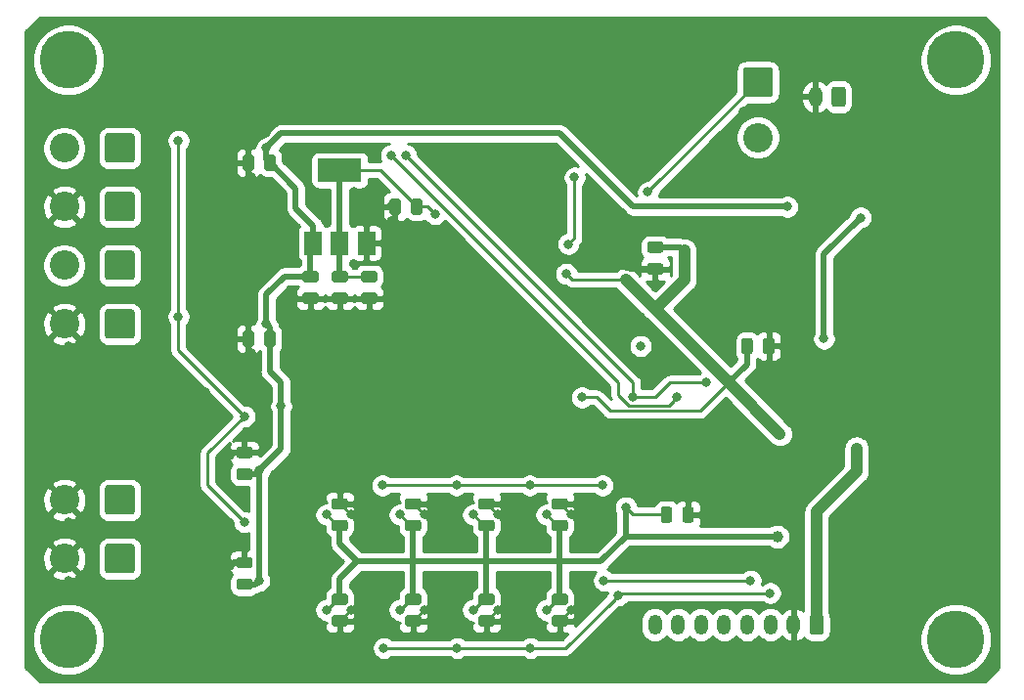
<source format=gbl>
G04 #@! TF.GenerationSoftware,KiCad,Pcbnew,5.1.5+dfsg1-2build2*
G04 #@! TF.CreationDate,2020-07-01T20:14:48+02:00*
G04 #@! TF.ProjectId,spinnaker,7370696e-6e61-46b6-9572-2e6b69636164,rev?*
G04 #@! TF.SameCoordinates,Original*
G04 #@! TF.FileFunction,Copper,L2,Bot*
G04 #@! TF.FilePolarity,Positive*
%FSLAX46Y46*%
G04 Gerber Fmt 4.6, Leading zero omitted, Abs format (unit mm)*
G04 Created by KiCad (PCBNEW 5.1.5+dfsg1-2build2) date 2020-07-01 20:14:48*
%MOMM*%
%LPD*%
G04 APERTURE LIST*
%ADD10R,1.500000X2.000000*%
%ADD11R,3.800000X2.000000*%
%ADD12C,5.000000*%
%ADD13C,0.800000*%
%ADD14C,0.100000*%
%ADD15C,2.550000*%
%ADD16O,1.200000X1.750000*%
%ADD17C,1.000000*%
%ADD18C,0.250000*%
%ADD19C,0.508000*%
%ADD20C,1.016000*%
%ADD21C,0.254000*%
G04 APERTURE END LIST*
D10*
X133110000Y-78080000D03*
X128510000Y-78080000D03*
X130810000Y-78080000D03*
D11*
X130810000Y-71780000D03*
D12*
X184150000Y-62230000D03*
D13*
X186025000Y-62230000D03*
X185475825Y-63555825D03*
X184150000Y-64105000D03*
X182824175Y-63555825D03*
X182275000Y-62230000D03*
X182824175Y-60904175D03*
X184150000Y-60355000D03*
X185475825Y-60904175D03*
X108640825Y-60904175D03*
X107315000Y-60355000D03*
X105989175Y-60904175D03*
X105440000Y-62230000D03*
X105989175Y-63555825D03*
X107315000Y-64105000D03*
X108640825Y-63555825D03*
X109190000Y-62230000D03*
D12*
X107315000Y-62230000D03*
X107315000Y-112395000D03*
D13*
X109190000Y-112395000D03*
X108640825Y-113720825D03*
X107315000Y-114270000D03*
X105989175Y-113720825D03*
X105440000Y-112395000D03*
X105989175Y-111069175D03*
X107315000Y-110520000D03*
X108640825Y-111069175D03*
X185475825Y-111069175D03*
X184150000Y-110520000D03*
X182824175Y-111069175D03*
X182275000Y-112395000D03*
X182824175Y-113720825D03*
X184150000Y-114270000D03*
X185475825Y-113720825D03*
X186025000Y-112395000D03*
D12*
X184150000Y-112395000D03*
G04 #@! TA.AperFunction,SMDPad,CuDef*
D14*
G36*
X131290142Y-110306174D02*
G01*
X131313803Y-110309684D01*
X131337007Y-110315496D01*
X131359529Y-110323554D01*
X131381153Y-110333782D01*
X131401670Y-110346079D01*
X131420883Y-110360329D01*
X131438607Y-110376393D01*
X131454671Y-110394117D01*
X131468921Y-110413330D01*
X131481218Y-110433847D01*
X131491446Y-110455471D01*
X131499504Y-110477993D01*
X131505316Y-110501197D01*
X131508826Y-110524858D01*
X131510000Y-110548750D01*
X131510000Y-111036250D01*
X131508826Y-111060142D01*
X131505316Y-111083803D01*
X131499504Y-111107007D01*
X131491446Y-111129529D01*
X131481218Y-111151153D01*
X131468921Y-111171670D01*
X131454671Y-111190883D01*
X131438607Y-111208607D01*
X131420883Y-111224671D01*
X131401670Y-111238921D01*
X131381153Y-111251218D01*
X131359529Y-111261446D01*
X131337007Y-111269504D01*
X131313803Y-111275316D01*
X131290142Y-111278826D01*
X131266250Y-111280000D01*
X130353750Y-111280000D01*
X130329858Y-111278826D01*
X130306197Y-111275316D01*
X130282993Y-111269504D01*
X130260471Y-111261446D01*
X130238847Y-111251218D01*
X130218330Y-111238921D01*
X130199117Y-111224671D01*
X130181393Y-111208607D01*
X130165329Y-111190883D01*
X130151079Y-111171670D01*
X130138782Y-111151153D01*
X130128554Y-111129529D01*
X130120496Y-111107007D01*
X130114684Y-111083803D01*
X130111174Y-111060142D01*
X130110000Y-111036250D01*
X130110000Y-110548750D01*
X130111174Y-110524858D01*
X130114684Y-110501197D01*
X130120496Y-110477993D01*
X130128554Y-110455471D01*
X130138782Y-110433847D01*
X130151079Y-110413330D01*
X130165329Y-110394117D01*
X130181393Y-110376393D01*
X130199117Y-110360329D01*
X130218330Y-110346079D01*
X130238847Y-110333782D01*
X130260471Y-110323554D01*
X130282993Y-110315496D01*
X130306197Y-110309684D01*
X130329858Y-110306174D01*
X130353750Y-110305000D01*
X131266250Y-110305000D01*
X131290142Y-110306174D01*
G37*
G04 #@! TD.AperFunction*
G04 #@! TA.AperFunction,SMDPad,CuDef*
G36*
X131290142Y-108431174D02*
G01*
X131313803Y-108434684D01*
X131337007Y-108440496D01*
X131359529Y-108448554D01*
X131381153Y-108458782D01*
X131401670Y-108471079D01*
X131420883Y-108485329D01*
X131438607Y-108501393D01*
X131454671Y-108519117D01*
X131468921Y-108538330D01*
X131481218Y-108558847D01*
X131491446Y-108580471D01*
X131499504Y-108602993D01*
X131505316Y-108626197D01*
X131508826Y-108649858D01*
X131510000Y-108673750D01*
X131510000Y-109161250D01*
X131508826Y-109185142D01*
X131505316Y-109208803D01*
X131499504Y-109232007D01*
X131491446Y-109254529D01*
X131481218Y-109276153D01*
X131468921Y-109296670D01*
X131454671Y-109315883D01*
X131438607Y-109333607D01*
X131420883Y-109349671D01*
X131401670Y-109363921D01*
X131381153Y-109376218D01*
X131359529Y-109386446D01*
X131337007Y-109394504D01*
X131313803Y-109400316D01*
X131290142Y-109403826D01*
X131266250Y-109405000D01*
X130353750Y-109405000D01*
X130329858Y-109403826D01*
X130306197Y-109400316D01*
X130282993Y-109394504D01*
X130260471Y-109386446D01*
X130238847Y-109376218D01*
X130218330Y-109363921D01*
X130199117Y-109349671D01*
X130181393Y-109333607D01*
X130165329Y-109315883D01*
X130151079Y-109296670D01*
X130138782Y-109276153D01*
X130128554Y-109254529D01*
X130120496Y-109232007D01*
X130114684Y-109208803D01*
X130111174Y-109185142D01*
X130110000Y-109161250D01*
X130110000Y-108673750D01*
X130111174Y-108649858D01*
X130114684Y-108626197D01*
X130120496Y-108602993D01*
X130128554Y-108580471D01*
X130138782Y-108558847D01*
X130151079Y-108538330D01*
X130165329Y-108519117D01*
X130181393Y-108501393D01*
X130199117Y-108485329D01*
X130218330Y-108471079D01*
X130238847Y-108458782D01*
X130260471Y-108448554D01*
X130282993Y-108440496D01*
X130306197Y-108434684D01*
X130329858Y-108431174D01*
X130353750Y-108430000D01*
X131266250Y-108430000D01*
X131290142Y-108431174D01*
G37*
G04 #@! TD.AperFunction*
G04 #@! TA.AperFunction,SMDPad,CuDef*
G36*
X123155142Y-70421174D02*
G01*
X123178803Y-70424684D01*
X123202007Y-70430496D01*
X123224529Y-70438554D01*
X123246153Y-70448782D01*
X123266670Y-70461079D01*
X123285883Y-70475329D01*
X123303607Y-70491393D01*
X123319671Y-70509117D01*
X123333921Y-70528330D01*
X123346218Y-70548847D01*
X123356446Y-70570471D01*
X123364504Y-70592993D01*
X123370316Y-70616197D01*
X123373826Y-70639858D01*
X123375000Y-70663750D01*
X123375000Y-71576250D01*
X123373826Y-71600142D01*
X123370316Y-71623803D01*
X123364504Y-71647007D01*
X123356446Y-71669529D01*
X123346218Y-71691153D01*
X123333921Y-71711670D01*
X123319671Y-71730883D01*
X123303607Y-71748607D01*
X123285883Y-71764671D01*
X123266670Y-71778921D01*
X123246153Y-71791218D01*
X123224529Y-71801446D01*
X123202007Y-71809504D01*
X123178803Y-71815316D01*
X123155142Y-71818826D01*
X123131250Y-71820000D01*
X122643750Y-71820000D01*
X122619858Y-71818826D01*
X122596197Y-71815316D01*
X122572993Y-71809504D01*
X122550471Y-71801446D01*
X122528847Y-71791218D01*
X122508330Y-71778921D01*
X122489117Y-71764671D01*
X122471393Y-71748607D01*
X122455329Y-71730883D01*
X122441079Y-71711670D01*
X122428782Y-71691153D01*
X122418554Y-71669529D01*
X122410496Y-71647007D01*
X122404684Y-71623803D01*
X122401174Y-71600142D01*
X122400000Y-71576250D01*
X122400000Y-70663750D01*
X122401174Y-70639858D01*
X122404684Y-70616197D01*
X122410496Y-70592993D01*
X122418554Y-70570471D01*
X122428782Y-70548847D01*
X122441079Y-70528330D01*
X122455329Y-70509117D01*
X122471393Y-70491393D01*
X122489117Y-70475329D01*
X122508330Y-70461079D01*
X122528847Y-70448782D01*
X122550471Y-70438554D01*
X122572993Y-70430496D01*
X122596197Y-70424684D01*
X122619858Y-70421174D01*
X122643750Y-70420000D01*
X123131250Y-70420000D01*
X123155142Y-70421174D01*
G37*
G04 #@! TD.AperFunction*
G04 #@! TA.AperFunction,SMDPad,CuDef*
G36*
X125030142Y-70421174D02*
G01*
X125053803Y-70424684D01*
X125077007Y-70430496D01*
X125099529Y-70438554D01*
X125121153Y-70448782D01*
X125141670Y-70461079D01*
X125160883Y-70475329D01*
X125178607Y-70491393D01*
X125194671Y-70509117D01*
X125208921Y-70528330D01*
X125221218Y-70548847D01*
X125231446Y-70570471D01*
X125239504Y-70592993D01*
X125245316Y-70616197D01*
X125248826Y-70639858D01*
X125250000Y-70663750D01*
X125250000Y-71576250D01*
X125248826Y-71600142D01*
X125245316Y-71623803D01*
X125239504Y-71647007D01*
X125231446Y-71669529D01*
X125221218Y-71691153D01*
X125208921Y-71711670D01*
X125194671Y-71730883D01*
X125178607Y-71748607D01*
X125160883Y-71764671D01*
X125141670Y-71778921D01*
X125121153Y-71791218D01*
X125099529Y-71801446D01*
X125077007Y-71809504D01*
X125053803Y-71815316D01*
X125030142Y-71818826D01*
X125006250Y-71820000D01*
X124518750Y-71820000D01*
X124494858Y-71818826D01*
X124471197Y-71815316D01*
X124447993Y-71809504D01*
X124425471Y-71801446D01*
X124403847Y-71791218D01*
X124383330Y-71778921D01*
X124364117Y-71764671D01*
X124346393Y-71748607D01*
X124330329Y-71730883D01*
X124316079Y-71711670D01*
X124303782Y-71691153D01*
X124293554Y-71669529D01*
X124285496Y-71647007D01*
X124279684Y-71623803D01*
X124276174Y-71600142D01*
X124275000Y-71576250D01*
X124275000Y-70663750D01*
X124276174Y-70639858D01*
X124279684Y-70616197D01*
X124285496Y-70592993D01*
X124293554Y-70570471D01*
X124303782Y-70548847D01*
X124316079Y-70528330D01*
X124330329Y-70509117D01*
X124346393Y-70491393D01*
X124364117Y-70475329D01*
X124383330Y-70461079D01*
X124403847Y-70448782D01*
X124425471Y-70438554D01*
X124447993Y-70430496D01*
X124471197Y-70424684D01*
X124494858Y-70421174D01*
X124518750Y-70420000D01*
X125006250Y-70420000D01*
X125030142Y-70421174D01*
G37*
G04 #@! TD.AperFunction*
G04 #@! TA.AperFunction,SMDPad,CuDef*
G36*
X166335142Y-86296174D02*
G01*
X166358803Y-86299684D01*
X166382007Y-86305496D01*
X166404529Y-86313554D01*
X166426153Y-86323782D01*
X166446670Y-86336079D01*
X166465883Y-86350329D01*
X166483607Y-86366393D01*
X166499671Y-86384117D01*
X166513921Y-86403330D01*
X166526218Y-86423847D01*
X166536446Y-86445471D01*
X166544504Y-86467993D01*
X166550316Y-86491197D01*
X166553826Y-86514858D01*
X166555000Y-86538750D01*
X166555000Y-87451250D01*
X166553826Y-87475142D01*
X166550316Y-87498803D01*
X166544504Y-87522007D01*
X166536446Y-87544529D01*
X166526218Y-87566153D01*
X166513921Y-87586670D01*
X166499671Y-87605883D01*
X166483607Y-87623607D01*
X166465883Y-87639671D01*
X166446670Y-87653921D01*
X166426153Y-87666218D01*
X166404529Y-87676446D01*
X166382007Y-87684504D01*
X166358803Y-87690316D01*
X166335142Y-87693826D01*
X166311250Y-87695000D01*
X165823750Y-87695000D01*
X165799858Y-87693826D01*
X165776197Y-87690316D01*
X165752993Y-87684504D01*
X165730471Y-87676446D01*
X165708847Y-87666218D01*
X165688330Y-87653921D01*
X165669117Y-87639671D01*
X165651393Y-87623607D01*
X165635329Y-87605883D01*
X165621079Y-87586670D01*
X165608782Y-87566153D01*
X165598554Y-87544529D01*
X165590496Y-87522007D01*
X165584684Y-87498803D01*
X165581174Y-87475142D01*
X165580000Y-87451250D01*
X165580000Y-86538750D01*
X165581174Y-86514858D01*
X165584684Y-86491197D01*
X165590496Y-86467993D01*
X165598554Y-86445471D01*
X165608782Y-86423847D01*
X165621079Y-86403330D01*
X165635329Y-86384117D01*
X165651393Y-86366393D01*
X165669117Y-86350329D01*
X165688330Y-86336079D01*
X165708847Y-86323782D01*
X165730471Y-86313554D01*
X165752993Y-86305496D01*
X165776197Y-86299684D01*
X165799858Y-86296174D01*
X165823750Y-86295000D01*
X166311250Y-86295000D01*
X166335142Y-86296174D01*
G37*
G04 #@! TD.AperFunction*
G04 #@! TA.AperFunction,SMDPad,CuDef*
G36*
X168210142Y-86296174D02*
G01*
X168233803Y-86299684D01*
X168257007Y-86305496D01*
X168279529Y-86313554D01*
X168301153Y-86323782D01*
X168321670Y-86336079D01*
X168340883Y-86350329D01*
X168358607Y-86366393D01*
X168374671Y-86384117D01*
X168388921Y-86403330D01*
X168401218Y-86423847D01*
X168411446Y-86445471D01*
X168419504Y-86467993D01*
X168425316Y-86491197D01*
X168428826Y-86514858D01*
X168430000Y-86538750D01*
X168430000Y-87451250D01*
X168428826Y-87475142D01*
X168425316Y-87498803D01*
X168419504Y-87522007D01*
X168411446Y-87544529D01*
X168401218Y-87566153D01*
X168388921Y-87586670D01*
X168374671Y-87605883D01*
X168358607Y-87623607D01*
X168340883Y-87639671D01*
X168321670Y-87653921D01*
X168301153Y-87666218D01*
X168279529Y-87676446D01*
X168257007Y-87684504D01*
X168233803Y-87690316D01*
X168210142Y-87693826D01*
X168186250Y-87695000D01*
X167698750Y-87695000D01*
X167674858Y-87693826D01*
X167651197Y-87690316D01*
X167627993Y-87684504D01*
X167605471Y-87676446D01*
X167583847Y-87666218D01*
X167563330Y-87653921D01*
X167544117Y-87639671D01*
X167526393Y-87623607D01*
X167510329Y-87605883D01*
X167496079Y-87586670D01*
X167483782Y-87566153D01*
X167473554Y-87544529D01*
X167465496Y-87522007D01*
X167459684Y-87498803D01*
X167456174Y-87475142D01*
X167455000Y-87451250D01*
X167455000Y-86538750D01*
X167456174Y-86514858D01*
X167459684Y-86491197D01*
X167465496Y-86467993D01*
X167473554Y-86445471D01*
X167483782Y-86423847D01*
X167496079Y-86403330D01*
X167510329Y-86384117D01*
X167526393Y-86366393D01*
X167544117Y-86350329D01*
X167563330Y-86336079D01*
X167583847Y-86323782D01*
X167605471Y-86313554D01*
X167627993Y-86305496D01*
X167651197Y-86299684D01*
X167674858Y-86296174D01*
X167698750Y-86295000D01*
X168186250Y-86295000D01*
X168210142Y-86296174D01*
G37*
G04 #@! TD.AperFunction*
G04 #@! TA.AperFunction,SMDPad,CuDef*
G36*
X158595142Y-79826174D02*
G01*
X158618803Y-79829684D01*
X158642007Y-79835496D01*
X158664529Y-79843554D01*
X158686153Y-79853782D01*
X158706670Y-79866079D01*
X158725883Y-79880329D01*
X158743607Y-79896393D01*
X158759671Y-79914117D01*
X158773921Y-79933330D01*
X158786218Y-79953847D01*
X158796446Y-79975471D01*
X158804504Y-79997993D01*
X158810316Y-80021197D01*
X158813826Y-80044858D01*
X158815000Y-80068750D01*
X158815000Y-80556250D01*
X158813826Y-80580142D01*
X158810316Y-80603803D01*
X158804504Y-80627007D01*
X158796446Y-80649529D01*
X158786218Y-80671153D01*
X158773921Y-80691670D01*
X158759671Y-80710883D01*
X158743607Y-80728607D01*
X158725883Y-80744671D01*
X158706670Y-80758921D01*
X158686153Y-80771218D01*
X158664529Y-80781446D01*
X158642007Y-80789504D01*
X158618803Y-80795316D01*
X158595142Y-80798826D01*
X158571250Y-80800000D01*
X157658750Y-80800000D01*
X157634858Y-80798826D01*
X157611197Y-80795316D01*
X157587993Y-80789504D01*
X157565471Y-80781446D01*
X157543847Y-80771218D01*
X157523330Y-80758921D01*
X157504117Y-80744671D01*
X157486393Y-80728607D01*
X157470329Y-80710883D01*
X157456079Y-80691670D01*
X157443782Y-80671153D01*
X157433554Y-80649529D01*
X157425496Y-80627007D01*
X157419684Y-80603803D01*
X157416174Y-80580142D01*
X157415000Y-80556250D01*
X157415000Y-80068750D01*
X157416174Y-80044858D01*
X157419684Y-80021197D01*
X157425496Y-79997993D01*
X157433554Y-79975471D01*
X157443782Y-79953847D01*
X157456079Y-79933330D01*
X157470329Y-79914117D01*
X157486393Y-79896393D01*
X157504117Y-79880329D01*
X157523330Y-79866079D01*
X157543847Y-79853782D01*
X157565471Y-79843554D01*
X157587993Y-79835496D01*
X157611197Y-79829684D01*
X157634858Y-79826174D01*
X157658750Y-79825000D01*
X158571250Y-79825000D01*
X158595142Y-79826174D01*
G37*
G04 #@! TD.AperFunction*
G04 #@! TA.AperFunction,SMDPad,CuDef*
G36*
X158595142Y-77951174D02*
G01*
X158618803Y-77954684D01*
X158642007Y-77960496D01*
X158664529Y-77968554D01*
X158686153Y-77978782D01*
X158706670Y-77991079D01*
X158725883Y-78005329D01*
X158743607Y-78021393D01*
X158759671Y-78039117D01*
X158773921Y-78058330D01*
X158786218Y-78078847D01*
X158796446Y-78100471D01*
X158804504Y-78122993D01*
X158810316Y-78146197D01*
X158813826Y-78169858D01*
X158815000Y-78193750D01*
X158815000Y-78681250D01*
X158813826Y-78705142D01*
X158810316Y-78728803D01*
X158804504Y-78752007D01*
X158796446Y-78774529D01*
X158786218Y-78796153D01*
X158773921Y-78816670D01*
X158759671Y-78835883D01*
X158743607Y-78853607D01*
X158725883Y-78869671D01*
X158706670Y-78883921D01*
X158686153Y-78896218D01*
X158664529Y-78906446D01*
X158642007Y-78914504D01*
X158618803Y-78920316D01*
X158595142Y-78923826D01*
X158571250Y-78925000D01*
X157658750Y-78925000D01*
X157634858Y-78923826D01*
X157611197Y-78920316D01*
X157587993Y-78914504D01*
X157565471Y-78906446D01*
X157543847Y-78896218D01*
X157523330Y-78883921D01*
X157504117Y-78869671D01*
X157486393Y-78853607D01*
X157470329Y-78835883D01*
X157456079Y-78816670D01*
X157443782Y-78796153D01*
X157433554Y-78774529D01*
X157425496Y-78752007D01*
X157419684Y-78728803D01*
X157416174Y-78705142D01*
X157415000Y-78681250D01*
X157415000Y-78193750D01*
X157416174Y-78169858D01*
X157419684Y-78146197D01*
X157425496Y-78122993D01*
X157433554Y-78100471D01*
X157443782Y-78078847D01*
X157456079Y-78058330D01*
X157470329Y-78039117D01*
X157486393Y-78021393D01*
X157504117Y-78005329D01*
X157523330Y-77991079D01*
X157543847Y-77978782D01*
X157565471Y-77968554D01*
X157587993Y-77960496D01*
X157611197Y-77954684D01*
X157634858Y-77951174D01*
X157658750Y-77950000D01*
X158571250Y-77950000D01*
X158595142Y-77951174D01*
G37*
G04 #@! TD.AperFunction*
G04 #@! TA.AperFunction,SMDPad,CuDef*
G36*
X161225142Y-100901174D02*
G01*
X161248803Y-100904684D01*
X161272007Y-100910496D01*
X161294529Y-100918554D01*
X161316153Y-100928782D01*
X161336670Y-100941079D01*
X161355883Y-100955329D01*
X161373607Y-100971393D01*
X161389671Y-100989117D01*
X161403921Y-101008330D01*
X161416218Y-101028847D01*
X161426446Y-101050471D01*
X161434504Y-101072993D01*
X161440316Y-101096197D01*
X161443826Y-101119858D01*
X161445000Y-101143750D01*
X161445000Y-102056250D01*
X161443826Y-102080142D01*
X161440316Y-102103803D01*
X161434504Y-102127007D01*
X161426446Y-102149529D01*
X161416218Y-102171153D01*
X161403921Y-102191670D01*
X161389671Y-102210883D01*
X161373607Y-102228607D01*
X161355883Y-102244671D01*
X161336670Y-102258921D01*
X161316153Y-102271218D01*
X161294529Y-102281446D01*
X161272007Y-102289504D01*
X161248803Y-102295316D01*
X161225142Y-102298826D01*
X161201250Y-102300000D01*
X160713750Y-102300000D01*
X160689858Y-102298826D01*
X160666197Y-102295316D01*
X160642993Y-102289504D01*
X160620471Y-102281446D01*
X160598847Y-102271218D01*
X160578330Y-102258921D01*
X160559117Y-102244671D01*
X160541393Y-102228607D01*
X160525329Y-102210883D01*
X160511079Y-102191670D01*
X160498782Y-102171153D01*
X160488554Y-102149529D01*
X160480496Y-102127007D01*
X160474684Y-102103803D01*
X160471174Y-102080142D01*
X160470000Y-102056250D01*
X160470000Y-101143750D01*
X160471174Y-101119858D01*
X160474684Y-101096197D01*
X160480496Y-101072993D01*
X160488554Y-101050471D01*
X160498782Y-101028847D01*
X160511079Y-101008330D01*
X160525329Y-100989117D01*
X160541393Y-100971393D01*
X160559117Y-100955329D01*
X160578330Y-100941079D01*
X160598847Y-100928782D01*
X160620471Y-100918554D01*
X160642993Y-100910496D01*
X160666197Y-100904684D01*
X160689858Y-100901174D01*
X160713750Y-100900000D01*
X161201250Y-100900000D01*
X161225142Y-100901174D01*
G37*
G04 #@! TD.AperFunction*
G04 #@! TA.AperFunction,SMDPad,CuDef*
G36*
X159350142Y-100901174D02*
G01*
X159373803Y-100904684D01*
X159397007Y-100910496D01*
X159419529Y-100918554D01*
X159441153Y-100928782D01*
X159461670Y-100941079D01*
X159480883Y-100955329D01*
X159498607Y-100971393D01*
X159514671Y-100989117D01*
X159528921Y-101008330D01*
X159541218Y-101028847D01*
X159551446Y-101050471D01*
X159559504Y-101072993D01*
X159565316Y-101096197D01*
X159568826Y-101119858D01*
X159570000Y-101143750D01*
X159570000Y-102056250D01*
X159568826Y-102080142D01*
X159565316Y-102103803D01*
X159559504Y-102127007D01*
X159551446Y-102149529D01*
X159541218Y-102171153D01*
X159528921Y-102191670D01*
X159514671Y-102210883D01*
X159498607Y-102228607D01*
X159480883Y-102244671D01*
X159461670Y-102258921D01*
X159441153Y-102271218D01*
X159419529Y-102281446D01*
X159397007Y-102289504D01*
X159373803Y-102295316D01*
X159350142Y-102298826D01*
X159326250Y-102300000D01*
X158838750Y-102300000D01*
X158814858Y-102298826D01*
X158791197Y-102295316D01*
X158767993Y-102289504D01*
X158745471Y-102281446D01*
X158723847Y-102271218D01*
X158703330Y-102258921D01*
X158684117Y-102244671D01*
X158666393Y-102228607D01*
X158650329Y-102210883D01*
X158636079Y-102191670D01*
X158623782Y-102171153D01*
X158613554Y-102149529D01*
X158605496Y-102127007D01*
X158599684Y-102103803D01*
X158596174Y-102080142D01*
X158595000Y-102056250D01*
X158595000Y-101143750D01*
X158596174Y-101119858D01*
X158599684Y-101096197D01*
X158605496Y-101072993D01*
X158613554Y-101050471D01*
X158623782Y-101028847D01*
X158636079Y-101008330D01*
X158650329Y-100989117D01*
X158666393Y-100971393D01*
X158684117Y-100955329D01*
X158703330Y-100941079D01*
X158723847Y-100928782D01*
X158745471Y-100918554D01*
X158767993Y-100910496D01*
X158791197Y-100904684D01*
X158814858Y-100901174D01*
X158838750Y-100900000D01*
X159326250Y-100900000D01*
X159350142Y-100901174D01*
G37*
G04 #@! TD.AperFunction*
G04 #@! TA.AperFunction,SMDPad,CuDef*
G36*
X123155142Y-85661174D02*
G01*
X123178803Y-85664684D01*
X123202007Y-85670496D01*
X123224529Y-85678554D01*
X123246153Y-85688782D01*
X123266670Y-85701079D01*
X123285883Y-85715329D01*
X123303607Y-85731393D01*
X123319671Y-85749117D01*
X123333921Y-85768330D01*
X123346218Y-85788847D01*
X123356446Y-85810471D01*
X123364504Y-85832993D01*
X123370316Y-85856197D01*
X123373826Y-85879858D01*
X123375000Y-85903750D01*
X123375000Y-86816250D01*
X123373826Y-86840142D01*
X123370316Y-86863803D01*
X123364504Y-86887007D01*
X123356446Y-86909529D01*
X123346218Y-86931153D01*
X123333921Y-86951670D01*
X123319671Y-86970883D01*
X123303607Y-86988607D01*
X123285883Y-87004671D01*
X123266670Y-87018921D01*
X123246153Y-87031218D01*
X123224529Y-87041446D01*
X123202007Y-87049504D01*
X123178803Y-87055316D01*
X123155142Y-87058826D01*
X123131250Y-87060000D01*
X122643750Y-87060000D01*
X122619858Y-87058826D01*
X122596197Y-87055316D01*
X122572993Y-87049504D01*
X122550471Y-87041446D01*
X122528847Y-87031218D01*
X122508330Y-87018921D01*
X122489117Y-87004671D01*
X122471393Y-86988607D01*
X122455329Y-86970883D01*
X122441079Y-86951670D01*
X122428782Y-86931153D01*
X122418554Y-86909529D01*
X122410496Y-86887007D01*
X122404684Y-86863803D01*
X122401174Y-86840142D01*
X122400000Y-86816250D01*
X122400000Y-85903750D01*
X122401174Y-85879858D01*
X122404684Y-85856197D01*
X122410496Y-85832993D01*
X122418554Y-85810471D01*
X122428782Y-85788847D01*
X122441079Y-85768330D01*
X122455329Y-85749117D01*
X122471393Y-85731393D01*
X122489117Y-85715329D01*
X122508330Y-85701079D01*
X122528847Y-85688782D01*
X122550471Y-85678554D01*
X122572993Y-85670496D01*
X122596197Y-85664684D01*
X122619858Y-85661174D01*
X122643750Y-85660000D01*
X123131250Y-85660000D01*
X123155142Y-85661174D01*
G37*
G04 #@! TD.AperFunction*
G04 #@! TA.AperFunction,SMDPad,CuDef*
G36*
X125030142Y-85661174D02*
G01*
X125053803Y-85664684D01*
X125077007Y-85670496D01*
X125099529Y-85678554D01*
X125121153Y-85688782D01*
X125141670Y-85701079D01*
X125160883Y-85715329D01*
X125178607Y-85731393D01*
X125194671Y-85749117D01*
X125208921Y-85768330D01*
X125221218Y-85788847D01*
X125231446Y-85810471D01*
X125239504Y-85832993D01*
X125245316Y-85856197D01*
X125248826Y-85879858D01*
X125250000Y-85903750D01*
X125250000Y-86816250D01*
X125248826Y-86840142D01*
X125245316Y-86863803D01*
X125239504Y-86887007D01*
X125231446Y-86909529D01*
X125221218Y-86931153D01*
X125208921Y-86951670D01*
X125194671Y-86970883D01*
X125178607Y-86988607D01*
X125160883Y-87004671D01*
X125141670Y-87018921D01*
X125121153Y-87031218D01*
X125099529Y-87041446D01*
X125077007Y-87049504D01*
X125053803Y-87055316D01*
X125030142Y-87058826D01*
X125006250Y-87060000D01*
X124518750Y-87060000D01*
X124494858Y-87058826D01*
X124471197Y-87055316D01*
X124447993Y-87049504D01*
X124425471Y-87041446D01*
X124403847Y-87031218D01*
X124383330Y-87018921D01*
X124364117Y-87004671D01*
X124346393Y-86988607D01*
X124330329Y-86970883D01*
X124316079Y-86951670D01*
X124303782Y-86931153D01*
X124293554Y-86909529D01*
X124285496Y-86887007D01*
X124279684Y-86863803D01*
X124276174Y-86840142D01*
X124275000Y-86816250D01*
X124275000Y-85903750D01*
X124276174Y-85879858D01*
X124279684Y-85856197D01*
X124285496Y-85832993D01*
X124293554Y-85810471D01*
X124303782Y-85788847D01*
X124316079Y-85768330D01*
X124330329Y-85749117D01*
X124346393Y-85731393D01*
X124364117Y-85715329D01*
X124383330Y-85701079D01*
X124403847Y-85688782D01*
X124425471Y-85678554D01*
X124447993Y-85670496D01*
X124471197Y-85664684D01*
X124494858Y-85661174D01*
X124518750Y-85660000D01*
X125006250Y-85660000D01*
X125030142Y-85661174D01*
G37*
G04 #@! TD.AperFunction*
G04 #@! TA.AperFunction,SMDPad,CuDef*
G36*
X131290142Y-102051174D02*
G01*
X131313803Y-102054684D01*
X131337007Y-102060496D01*
X131359529Y-102068554D01*
X131381153Y-102078782D01*
X131401670Y-102091079D01*
X131420883Y-102105329D01*
X131438607Y-102121393D01*
X131454671Y-102139117D01*
X131468921Y-102158330D01*
X131481218Y-102178847D01*
X131491446Y-102200471D01*
X131499504Y-102222993D01*
X131505316Y-102246197D01*
X131508826Y-102269858D01*
X131510000Y-102293750D01*
X131510000Y-102781250D01*
X131508826Y-102805142D01*
X131505316Y-102828803D01*
X131499504Y-102852007D01*
X131491446Y-102874529D01*
X131481218Y-102896153D01*
X131468921Y-102916670D01*
X131454671Y-102935883D01*
X131438607Y-102953607D01*
X131420883Y-102969671D01*
X131401670Y-102983921D01*
X131381153Y-102996218D01*
X131359529Y-103006446D01*
X131337007Y-103014504D01*
X131313803Y-103020316D01*
X131290142Y-103023826D01*
X131266250Y-103025000D01*
X130353750Y-103025000D01*
X130329858Y-103023826D01*
X130306197Y-103020316D01*
X130282993Y-103014504D01*
X130260471Y-103006446D01*
X130238847Y-102996218D01*
X130218330Y-102983921D01*
X130199117Y-102969671D01*
X130181393Y-102953607D01*
X130165329Y-102935883D01*
X130151079Y-102916670D01*
X130138782Y-102896153D01*
X130128554Y-102874529D01*
X130120496Y-102852007D01*
X130114684Y-102828803D01*
X130111174Y-102805142D01*
X130110000Y-102781250D01*
X130110000Y-102293750D01*
X130111174Y-102269858D01*
X130114684Y-102246197D01*
X130120496Y-102222993D01*
X130128554Y-102200471D01*
X130138782Y-102178847D01*
X130151079Y-102158330D01*
X130165329Y-102139117D01*
X130181393Y-102121393D01*
X130199117Y-102105329D01*
X130218330Y-102091079D01*
X130238847Y-102078782D01*
X130260471Y-102068554D01*
X130282993Y-102060496D01*
X130306197Y-102054684D01*
X130329858Y-102051174D01*
X130353750Y-102050000D01*
X131266250Y-102050000D01*
X131290142Y-102051174D01*
G37*
G04 #@! TD.AperFunction*
G04 #@! TA.AperFunction,SMDPad,CuDef*
G36*
X131290142Y-100176174D02*
G01*
X131313803Y-100179684D01*
X131337007Y-100185496D01*
X131359529Y-100193554D01*
X131381153Y-100203782D01*
X131401670Y-100216079D01*
X131420883Y-100230329D01*
X131438607Y-100246393D01*
X131454671Y-100264117D01*
X131468921Y-100283330D01*
X131481218Y-100303847D01*
X131491446Y-100325471D01*
X131499504Y-100347993D01*
X131505316Y-100371197D01*
X131508826Y-100394858D01*
X131510000Y-100418750D01*
X131510000Y-100906250D01*
X131508826Y-100930142D01*
X131505316Y-100953803D01*
X131499504Y-100977007D01*
X131491446Y-100999529D01*
X131481218Y-101021153D01*
X131468921Y-101041670D01*
X131454671Y-101060883D01*
X131438607Y-101078607D01*
X131420883Y-101094671D01*
X131401670Y-101108921D01*
X131381153Y-101121218D01*
X131359529Y-101131446D01*
X131337007Y-101139504D01*
X131313803Y-101145316D01*
X131290142Y-101148826D01*
X131266250Y-101150000D01*
X130353750Y-101150000D01*
X130329858Y-101148826D01*
X130306197Y-101145316D01*
X130282993Y-101139504D01*
X130260471Y-101131446D01*
X130238847Y-101121218D01*
X130218330Y-101108921D01*
X130199117Y-101094671D01*
X130181393Y-101078607D01*
X130165329Y-101060883D01*
X130151079Y-101041670D01*
X130138782Y-101021153D01*
X130128554Y-100999529D01*
X130120496Y-100977007D01*
X130114684Y-100953803D01*
X130111174Y-100930142D01*
X130110000Y-100906250D01*
X130110000Y-100418750D01*
X130111174Y-100394858D01*
X130114684Y-100371197D01*
X130120496Y-100347993D01*
X130128554Y-100325471D01*
X130138782Y-100303847D01*
X130151079Y-100283330D01*
X130165329Y-100264117D01*
X130181393Y-100246393D01*
X130199117Y-100230329D01*
X130218330Y-100216079D01*
X130238847Y-100203782D01*
X130260471Y-100193554D01*
X130282993Y-100185496D01*
X130306197Y-100179684D01*
X130329858Y-100176174D01*
X130353750Y-100175000D01*
X131266250Y-100175000D01*
X131290142Y-100176174D01*
G37*
G04 #@! TD.AperFunction*
G04 #@! TA.AperFunction,SMDPad,CuDef*
G36*
X123035142Y-97606174D02*
G01*
X123058803Y-97609684D01*
X123082007Y-97615496D01*
X123104529Y-97623554D01*
X123126153Y-97633782D01*
X123146670Y-97646079D01*
X123165883Y-97660329D01*
X123183607Y-97676393D01*
X123199671Y-97694117D01*
X123213921Y-97713330D01*
X123226218Y-97733847D01*
X123236446Y-97755471D01*
X123244504Y-97777993D01*
X123250316Y-97801197D01*
X123253826Y-97824858D01*
X123255000Y-97848750D01*
X123255000Y-98336250D01*
X123253826Y-98360142D01*
X123250316Y-98383803D01*
X123244504Y-98407007D01*
X123236446Y-98429529D01*
X123226218Y-98451153D01*
X123213921Y-98471670D01*
X123199671Y-98490883D01*
X123183607Y-98508607D01*
X123165883Y-98524671D01*
X123146670Y-98538921D01*
X123126153Y-98551218D01*
X123104529Y-98561446D01*
X123082007Y-98569504D01*
X123058803Y-98575316D01*
X123035142Y-98578826D01*
X123011250Y-98580000D01*
X122098750Y-98580000D01*
X122074858Y-98578826D01*
X122051197Y-98575316D01*
X122027993Y-98569504D01*
X122005471Y-98561446D01*
X121983847Y-98551218D01*
X121963330Y-98538921D01*
X121944117Y-98524671D01*
X121926393Y-98508607D01*
X121910329Y-98490883D01*
X121896079Y-98471670D01*
X121883782Y-98451153D01*
X121873554Y-98429529D01*
X121865496Y-98407007D01*
X121859684Y-98383803D01*
X121856174Y-98360142D01*
X121855000Y-98336250D01*
X121855000Y-97848750D01*
X121856174Y-97824858D01*
X121859684Y-97801197D01*
X121865496Y-97777993D01*
X121873554Y-97755471D01*
X121883782Y-97733847D01*
X121896079Y-97713330D01*
X121910329Y-97694117D01*
X121926393Y-97676393D01*
X121944117Y-97660329D01*
X121963330Y-97646079D01*
X121983847Y-97633782D01*
X122005471Y-97623554D01*
X122027993Y-97615496D01*
X122051197Y-97609684D01*
X122074858Y-97606174D01*
X122098750Y-97605000D01*
X123011250Y-97605000D01*
X123035142Y-97606174D01*
G37*
G04 #@! TD.AperFunction*
G04 #@! TA.AperFunction,SMDPad,CuDef*
G36*
X123035142Y-95731174D02*
G01*
X123058803Y-95734684D01*
X123082007Y-95740496D01*
X123104529Y-95748554D01*
X123126153Y-95758782D01*
X123146670Y-95771079D01*
X123165883Y-95785329D01*
X123183607Y-95801393D01*
X123199671Y-95819117D01*
X123213921Y-95838330D01*
X123226218Y-95858847D01*
X123236446Y-95880471D01*
X123244504Y-95902993D01*
X123250316Y-95926197D01*
X123253826Y-95949858D01*
X123255000Y-95973750D01*
X123255000Y-96461250D01*
X123253826Y-96485142D01*
X123250316Y-96508803D01*
X123244504Y-96532007D01*
X123236446Y-96554529D01*
X123226218Y-96576153D01*
X123213921Y-96596670D01*
X123199671Y-96615883D01*
X123183607Y-96633607D01*
X123165883Y-96649671D01*
X123146670Y-96663921D01*
X123126153Y-96676218D01*
X123104529Y-96686446D01*
X123082007Y-96694504D01*
X123058803Y-96700316D01*
X123035142Y-96703826D01*
X123011250Y-96705000D01*
X122098750Y-96705000D01*
X122074858Y-96703826D01*
X122051197Y-96700316D01*
X122027993Y-96694504D01*
X122005471Y-96686446D01*
X121983847Y-96676218D01*
X121963330Y-96663921D01*
X121944117Y-96649671D01*
X121926393Y-96633607D01*
X121910329Y-96615883D01*
X121896079Y-96596670D01*
X121883782Y-96576153D01*
X121873554Y-96554529D01*
X121865496Y-96532007D01*
X121859684Y-96508803D01*
X121856174Y-96485142D01*
X121855000Y-96461250D01*
X121855000Y-95973750D01*
X121856174Y-95949858D01*
X121859684Y-95926197D01*
X121865496Y-95902993D01*
X121873554Y-95880471D01*
X121883782Y-95858847D01*
X121896079Y-95838330D01*
X121910329Y-95819117D01*
X121926393Y-95801393D01*
X121944117Y-95785329D01*
X121963330Y-95771079D01*
X121983847Y-95758782D01*
X122005471Y-95748554D01*
X122027993Y-95740496D01*
X122051197Y-95734684D01*
X122074858Y-95731174D01*
X122098750Y-95730000D01*
X123011250Y-95730000D01*
X123035142Y-95731174D01*
G37*
G04 #@! TD.AperFunction*
G04 #@! TA.AperFunction,SMDPad,CuDef*
G36*
X137640142Y-100176174D02*
G01*
X137663803Y-100179684D01*
X137687007Y-100185496D01*
X137709529Y-100193554D01*
X137731153Y-100203782D01*
X137751670Y-100216079D01*
X137770883Y-100230329D01*
X137788607Y-100246393D01*
X137804671Y-100264117D01*
X137818921Y-100283330D01*
X137831218Y-100303847D01*
X137841446Y-100325471D01*
X137849504Y-100347993D01*
X137855316Y-100371197D01*
X137858826Y-100394858D01*
X137860000Y-100418750D01*
X137860000Y-100906250D01*
X137858826Y-100930142D01*
X137855316Y-100953803D01*
X137849504Y-100977007D01*
X137841446Y-100999529D01*
X137831218Y-101021153D01*
X137818921Y-101041670D01*
X137804671Y-101060883D01*
X137788607Y-101078607D01*
X137770883Y-101094671D01*
X137751670Y-101108921D01*
X137731153Y-101121218D01*
X137709529Y-101131446D01*
X137687007Y-101139504D01*
X137663803Y-101145316D01*
X137640142Y-101148826D01*
X137616250Y-101150000D01*
X136703750Y-101150000D01*
X136679858Y-101148826D01*
X136656197Y-101145316D01*
X136632993Y-101139504D01*
X136610471Y-101131446D01*
X136588847Y-101121218D01*
X136568330Y-101108921D01*
X136549117Y-101094671D01*
X136531393Y-101078607D01*
X136515329Y-101060883D01*
X136501079Y-101041670D01*
X136488782Y-101021153D01*
X136478554Y-100999529D01*
X136470496Y-100977007D01*
X136464684Y-100953803D01*
X136461174Y-100930142D01*
X136460000Y-100906250D01*
X136460000Y-100418750D01*
X136461174Y-100394858D01*
X136464684Y-100371197D01*
X136470496Y-100347993D01*
X136478554Y-100325471D01*
X136488782Y-100303847D01*
X136501079Y-100283330D01*
X136515329Y-100264117D01*
X136531393Y-100246393D01*
X136549117Y-100230329D01*
X136568330Y-100216079D01*
X136588847Y-100203782D01*
X136610471Y-100193554D01*
X136632993Y-100185496D01*
X136656197Y-100179684D01*
X136679858Y-100176174D01*
X136703750Y-100175000D01*
X137616250Y-100175000D01*
X137640142Y-100176174D01*
G37*
G04 #@! TD.AperFunction*
G04 #@! TA.AperFunction,SMDPad,CuDef*
G36*
X137640142Y-102051174D02*
G01*
X137663803Y-102054684D01*
X137687007Y-102060496D01*
X137709529Y-102068554D01*
X137731153Y-102078782D01*
X137751670Y-102091079D01*
X137770883Y-102105329D01*
X137788607Y-102121393D01*
X137804671Y-102139117D01*
X137818921Y-102158330D01*
X137831218Y-102178847D01*
X137841446Y-102200471D01*
X137849504Y-102222993D01*
X137855316Y-102246197D01*
X137858826Y-102269858D01*
X137860000Y-102293750D01*
X137860000Y-102781250D01*
X137858826Y-102805142D01*
X137855316Y-102828803D01*
X137849504Y-102852007D01*
X137841446Y-102874529D01*
X137831218Y-102896153D01*
X137818921Y-102916670D01*
X137804671Y-102935883D01*
X137788607Y-102953607D01*
X137770883Y-102969671D01*
X137751670Y-102983921D01*
X137731153Y-102996218D01*
X137709529Y-103006446D01*
X137687007Y-103014504D01*
X137663803Y-103020316D01*
X137640142Y-103023826D01*
X137616250Y-103025000D01*
X136703750Y-103025000D01*
X136679858Y-103023826D01*
X136656197Y-103020316D01*
X136632993Y-103014504D01*
X136610471Y-103006446D01*
X136588847Y-102996218D01*
X136568330Y-102983921D01*
X136549117Y-102969671D01*
X136531393Y-102953607D01*
X136515329Y-102935883D01*
X136501079Y-102916670D01*
X136488782Y-102896153D01*
X136478554Y-102874529D01*
X136470496Y-102852007D01*
X136464684Y-102828803D01*
X136461174Y-102805142D01*
X136460000Y-102781250D01*
X136460000Y-102293750D01*
X136461174Y-102269858D01*
X136464684Y-102246197D01*
X136470496Y-102222993D01*
X136478554Y-102200471D01*
X136488782Y-102178847D01*
X136501079Y-102158330D01*
X136515329Y-102139117D01*
X136531393Y-102121393D01*
X136549117Y-102105329D01*
X136568330Y-102091079D01*
X136588847Y-102078782D01*
X136610471Y-102068554D01*
X136632993Y-102060496D01*
X136656197Y-102054684D01*
X136679858Y-102051174D01*
X136703750Y-102050000D01*
X137616250Y-102050000D01*
X137640142Y-102051174D01*
G37*
G04 #@! TD.AperFunction*
G04 #@! TA.AperFunction,SMDPad,CuDef*
G36*
X123035142Y-105256174D02*
G01*
X123058803Y-105259684D01*
X123082007Y-105265496D01*
X123104529Y-105273554D01*
X123126153Y-105283782D01*
X123146670Y-105296079D01*
X123165883Y-105310329D01*
X123183607Y-105326393D01*
X123199671Y-105344117D01*
X123213921Y-105363330D01*
X123226218Y-105383847D01*
X123236446Y-105405471D01*
X123244504Y-105427993D01*
X123250316Y-105451197D01*
X123253826Y-105474858D01*
X123255000Y-105498750D01*
X123255000Y-105986250D01*
X123253826Y-106010142D01*
X123250316Y-106033803D01*
X123244504Y-106057007D01*
X123236446Y-106079529D01*
X123226218Y-106101153D01*
X123213921Y-106121670D01*
X123199671Y-106140883D01*
X123183607Y-106158607D01*
X123165883Y-106174671D01*
X123146670Y-106188921D01*
X123126153Y-106201218D01*
X123104529Y-106211446D01*
X123082007Y-106219504D01*
X123058803Y-106225316D01*
X123035142Y-106228826D01*
X123011250Y-106230000D01*
X122098750Y-106230000D01*
X122074858Y-106228826D01*
X122051197Y-106225316D01*
X122027993Y-106219504D01*
X122005471Y-106211446D01*
X121983847Y-106201218D01*
X121963330Y-106188921D01*
X121944117Y-106174671D01*
X121926393Y-106158607D01*
X121910329Y-106140883D01*
X121896079Y-106121670D01*
X121883782Y-106101153D01*
X121873554Y-106079529D01*
X121865496Y-106057007D01*
X121859684Y-106033803D01*
X121856174Y-106010142D01*
X121855000Y-105986250D01*
X121855000Y-105498750D01*
X121856174Y-105474858D01*
X121859684Y-105451197D01*
X121865496Y-105427993D01*
X121873554Y-105405471D01*
X121883782Y-105383847D01*
X121896079Y-105363330D01*
X121910329Y-105344117D01*
X121926393Y-105326393D01*
X121944117Y-105310329D01*
X121963330Y-105296079D01*
X121983847Y-105283782D01*
X122005471Y-105273554D01*
X122027993Y-105265496D01*
X122051197Y-105259684D01*
X122074858Y-105256174D01*
X122098750Y-105255000D01*
X123011250Y-105255000D01*
X123035142Y-105256174D01*
G37*
G04 #@! TD.AperFunction*
G04 #@! TA.AperFunction,SMDPad,CuDef*
G36*
X123035142Y-107131174D02*
G01*
X123058803Y-107134684D01*
X123082007Y-107140496D01*
X123104529Y-107148554D01*
X123126153Y-107158782D01*
X123146670Y-107171079D01*
X123165883Y-107185329D01*
X123183607Y-107201393D01*
X123199671Y-107219117D01*
X123213921Y-107238330D01*
X123226218Y-107258847D01*
X123236446Y-107280471D01*
X123244504Y-107302993D01*
X123250316Y-107326197D01*
X123253826Y-107349858D01*
X123255000Y-107373750D01*
X123255000Y-107861250D01*
X123253826Y-107885142D01*
X123250316Y-107908803D01*
X123244504Y-107932007D01*
X123236446Y-107954529D01*
X123226218Y-107976153D01*
X123213921Y-107996670D01*
X123199671Y-108015883D01*
X123183607Y-108033607D01*
X123165883Y-108049671D01*
X123146670Y-108063921D01*
X123126153Y-108076218D01*
X123104529Y-108086446D01*
X123082007Y-108094504D01*
X123058803Y-108100316D01*
X123035142Y-108103826D01*
X123011250Y-108105000D01*
X122098750Y-108105000D01*
X122074858Y-108103826D01*
X122051197Y-108100316D01*
X122027993Y-108094504D01*
X122005471Y-108086446D01*
X121983847Y-108076218D01*
X121963330Y-108063921D01*
X121944117Y-108049671D01*
X121926393Y-108033607D01*
X121910329Y-108015883D01*
X121896079Y-107996670D01*
X121883782Y-107976153D01*
X121873554Y-107954529D01*
X121865496Y-107932007D01*
X121859684Y-107908803D01*
X121856174Y-107885142D01*
X121855000Y-107861250D01*
X121855000Y-107373750D01*
X121856174Y-107349858D01*
X121859684Y-107326197D01*
X121865496Y-107302993D01*
X121873554Y-107280471D01*
X121883782Y-107258847D01*
X121896079Y-107238330D01*
X121910329Y-107219117D01*
X121926393Y-107201393D01*
X121944117Y-107185329D01*
X121963330Y-107171079D01*
X121983847Y-107158782D01*
X122005471Y-107148554D01*
X122027993Y-107140496D01*
X122051197Y-107134684D01*
X122074858Y-107131174D01*
X122098750Y-107130000D01*
X123011250Y-107130000D01*
X123035142Y-107131174D01*
G37*
G04 #@! TD.AperFunction*
G04 #@! TA.AperFunction,SMDPad,CuDef*
G36*
X143990142Y-110306174D02*
G01*
X144013803Y-110309684D01*
X144037007Y-110315496D01*
X144059529Y-110323554D01*
X144081153Y-110333782D01*
X144101670Y-110346079D01*
X144120883Y-110360329D01*
X144138607Y-110376393D01*
X144154671Y-110394117D01*
X144168921Y-110413330D01*
X144181218Y-110433847D01*
X144191446Y-110455471D01*
X144199504Y-110477993D01*
X144205316Y-110501197D01*
X144208826Y-110524858D01*
X144210000Y-110548750D01*
X144210000Y-111036250D01*
X144208826Y-111060142D01*
X144205316Y-111083803D01*
X144199504Y-111107007D01*
X144191446Y-111129529D01*
X144181218Y-111151153D01*
X144168921Y-111171670D01*
X144154671Y-111190883D01*
X144138607Y-111208607D01*
X144120883Y-111224671D01*
X144101670Y-111238921D01*
X144081153Y-111251218D01*
X144059529Y-111261446D01*
X144037007Y-111269504D01*
X144013803Y-111275316D01*
X143990142Y-111278826D01*
X143966250Y-111280000D01*
X143053750Y-111280000D01*
X143029858Y-111278826D01*
X143006197Y-111275316D01*
X142982993Y-111269504D01*
X142960471Y-111261446D01*
X142938847Y-111251218D01*
X142918330Y-111238921D01*
X142899117Y-111224671D01*
X142881393Y-111208607D01*
X142865329Y-111190883D01*
X142851079Y-111171670D01*
X142838782Y-111151153D01*
X142828554Y-111129529D01*
X142820496Y-111107007D01*
X142814684Y-111083803D01*
X142811174Y-111060142D01*
X142810000Y-111036250D01*
X142810000Y-110548750D01*
X142811174Y-110524858D01*
X142814684Y-110501197D01*
X142820496Y-110477993D01*
X142828554Y-110455471D01*
X142838782Y-110433847D01*
X142851079Y-110413330D01*
X142865329Y-110394117D01*
X142881393Y-110376393D01*
X142899117Y-110360329D01*
X142918330Y-110346079D01*
X142938847Y-110333782D01*
X142960471Y-110323554D01*
X142982993Y-110315496D01*
X143006197Y-110309684D01*
X143029858Y-110306174D01*
X143053750Y-110305000D01*
X143966250Y-110305000D01*
X143990142Y-110306174D01*
G37*
G04 #@! TD.AperFunction*
G04 #@! TA.AperFunction,SMDPad,CuDef*
G36*
X143990142Y-108431174D02*
G01*
X144013803Y-108434684D01*
X144037007Y-108440496D01*
X144059529Y-108448554D01*
X144081153Y-108458782D01*
X144101670Y-108471079D01*
X144120883Y-108485329D01*
X144138607Y-108501393D01*
X144154671Y-108519117D01*
X144168921Y-108538330D01*
X144181218Y-108558847D01*
X144191446Y-108580471D01*
X144199504Y-108602993D01*
X144205316Y-108626197D01*
X144208826Y-108649858D01*
X144210000Y-108673750D01*
X144210000Y-109161250D01*
X144208826Y-109185142D01*
X144205316Y-109208803D01*
X144199504Y-109232007D01*
X144191446Y-109254529D01*
X144181218Y-109276153D01*
X144168921Y-109296670D01*
X144154671Y-109315883D01*
X144138607Y-109333607D01*
X144120883Y-109349671D01*
X144101670Y-109363921D01*
X144081153Y-109376218D01*
X144059529Y-109386446D01*
X144037007Y-109394504D01*
X144013803Y-109400316D01*
X143990142Y-109403826D01*
X143966250Y-109405000D01*
X143053750Y-109405000D01*
X143029858Y-109403826D01*
X143006197Y-109400316D01*
X142982993Y-109394504D01*
X142960471Y-109386446D01*
X142938847Y-109376218D01*
X142918330Y-109363921D01*
X142899117Y-109349671D01*
X142881393Y-109333607D01*
X142865329Y-109315883D01*
X142851079Y-109296670D01*
X142838782Y-109276153D01*
X142828554Y-109254529D01*
X142820496Y-109232007D01*
X142814684Y-109208803D01*
X142811174Y-109185142D01*
X142810000Y-109161250D01*
X142810000Y-108673750D01*
X142811174Y-108649858D01*
X142814684Y-108626197D01*
X142820496Y-108602993D01*
X142828554Y-108580471D01*
X142838782Y-108558847D01*
X142851079Y-108538330D01*
X142865329Y-108519117D01*
X142881393Y-108501393D01*
X142899117Y-108485329D01*
X142918330Y-108471079D01*
X142938847Y-108458782D01*
X142960471Y-108448554D01*
X142982993Y-108440496D01*
X143006197Y-108434684D01*
X143029858Y-108431174D01*
X143053750Y-108430000D01*
X143966250Y-108430000D01*
X143990142Y-108431174D01*
G37*
G04 #@! TD.AperFunction*
G04 #@! TA.AperFunction,SMDPad,CuDef*
G36*
X128750142Y-82366174D02*
G01*
X128773803Y-82369684D01*
X128797007Y-82375496D01*
X128819529Y-82383554D01*
X128841153Y-82393782D01*
X128861670Y-82406079D01*
X128880883Y-82420329D01*
X128898607Y-82436393D01*
X128914671Y-82454117D01*
X128928921Y-82473330D01*
X128941218Y-82493847D01*
X128951446Y-82515471D01*
X128959504Y-82537993D01*
X128965316Y-82561197D01*
X128968826Y-82584858D01*
X128970000Y-82608750D01*
X128970000Y-83096250D01*
X128968826Y-83120142D01*
X128965316Y-83143803D01*
X128959504Y-83167007D01*
X128951446Y-83189529D01*
X128941218Y-83211153D01*
X128928921Y-83231670D01*
X128914671Y-83250883D01*
X128898607Y-83268607D01*
X128880883Y-83284671D01*
X128861670Y-83298921D01*
X128841153Y-83311218D01*
X128819529Y-83321446D01*
X128797007Y-83329504D01*
X128773803Y-83335316D01*
X128750142Y-83338826D01*
X128726250Y-83340000D01*
X127813750Y-83340000D01*
X127789858Y-83338826D01*
X127766197Y-83335316D01*
X127742993Y-83329504D01*
X127720471Y-83321446D01*
X127698847Y-83311218D01*
X127678330Y-83298921D01*
X127659117Y-83284671D01*
X127641393Y-83268607D01*
X127625329Y-83250883D01*
X127611079Y-83231670D01*
X127598782Y-83211153D01*
X127588554Y-83189529D01*
X127580496Y-83167007D01*
X127574684Y-83143803D01*
X127571174Y-83120142D01*
X127570000Y-83096250D01*
X127570000Y-82608750D01*
X127571174Y-82584858D01*
X127574684Y-82561197D01*
X127580496Y-82537993D01*
X127588554Y-82515471D01*
X127598782Y-82493847D01*
X127611079Y-82473330D01*
X127625329Y-82454117D01*
X127641393Y-82436393D01*
X127659117Y-82420329D01*
X127678330Y-82406079D01*
X127698847Y-82393782D01*
X127720471Y-82383554D01*
X127742993Y-82375496D01*
X127766197Y-82369684D01*
X127789858Y-82366174D01*
X127813750Y-82365000D01*
X128726250Y-82365000D01*
X128750142Y-82366174D01*
G37*
G04 #@! TD.AperFunction*
G04 #@! TA.AperFunction,SMDPad,CuDef*
G36*
X128750142Y-80491174D02*
G01*
X128773803Y-80494684D01*
X128797007Y-80500496D01*
X128819529Y-80508554D01*
X128841153Y-80518782D01*
X128861670Y-80531079D01*
X128880883Y-80545329D01*
X128898607Y-80561393D01*
X128914671Y-80579117D01*
X128928921Y-80598330D01*
X128941218Y-80618847D01*
X128951446Y-80640471D01*
X128959504Y-80662993D01*
X128965316Y-80686197D01*
X128968826Y-80709858D01*
X128970000Y-80733750D01*
X128970000Y-81221250D01*
X128968826Y-81245142D01*
X128965316Y-81268803D01*
X128959504Y-81292007D01*
X128951446Y-81314529D01*
X128941218Y-81336153D01*
X128928921Y-81356670D01*
X128914671Y-81375883D01*
X128898607Y-81393607D01*
X128880883Y-81409671D01*
X128861670Y-81423921D01*
X128841153Y-81436218D01*
X128819529Y-81446446D01*
X128797007Y-81454504D01*
X128773803Y-81460316D01*
X128750142Y-81463826D01*
X128726250Y-81465000D01*
X127813750Y-81465000D01*
X127789858Y-81463826D01*
X127766197Y-81460316D01*
X127742993Y-81454504D01*
X127720471Y-81446446D01*
X127698847Y-81436218D01*
X127678330Y-81423921D01*
X127659117Y-81409671D01*
X127641393Y-81393607D01*
X127625329Y-81375883D01*
X127611079Y-81356670D01*
X127598782Y-81336153D01*
X127588554Y-81314529D01*
X127580496Y-81292007D01*
X127574684Y-81268803D01*
X127571174Y-81245142D01*
X127570000Y-81221250D01*
X127570000Y-80733750D01*
X127571174Y-80709858D01*
X127574684Y-80686197D01*
X127580496Y-80662993D01*
X127588554Y-80640471D01*
X127598782Y-80618847D01*
X127611079Y-80598330D01*
X127625329Y-80579117D01*
X127641393Y-80561393D01*
X127659117Y-80545329D01*
X127678330Y-80531079D01*
X127698847Y-80518782D01*
X127720471Y-80508554D01*
X127742993Y-80500496D01*
X127766197Y-80494684D01*
X127789858Y-80491174D01*
X127813750Y-80490000D01*
X128726250Y-80490000D01*
X128750142Y-80491174D01*
G37*
G04 #@! TD.AperFunction*
G04 #@! TA.AperFunction,SMDPad,CuDef*
G36*
X137640142Y-110306174D02*
G01*
X137663803Y-110309684D01*
X137687007Y-110315496D01*
X137709529Y-110323554D01*
X137731153Y-110333782D01*
X137751670Y-110346079D01*
X137770883Y-110360329D01*
X137788607Y-110376393D01*
X137804671Y-110394117D01*
X137818921Y-110413330D01*
X137831218Y-110433847D01*
X137841446Y-110455471D01*
X137849504Y-110477993D01*
X137855316Y-110501197D01*
X137858826Y-110524858D01*
X137860000Y-110548750D01*
X137860000Y-111036250D01*
X137858826Y-111060142D01*
X137855316Y-111083803D01*
X137849504Y-111107007D01*
X137841446Y-111129529D01*
X137831218Y-111151153D01*
X137818921Y-111171670D01*
X137804671Y-111190883D01*
X137788607Y-111208607D01*
X137770883Y-111224671D01*
X137751670Y-111238921D01*
X137731153Y-111251218D01*
X137709529Y-111261446D01*
X137687007Y-111269504D01*
X137663803Y-111275316D01*
X137640142Y-111278826D01*
X137616250Y-111280000D01*
X136703750Y-111280000D01*
X136679858Y-111278826D01*
X136656197Y-111275316D01*
X136632993Y-111269504D01*
X136610471Y-111261446D01*
X136588847Y-111251218D01*
X136568330Y-111238921D01*
X136549117Y-111224671D01*
X136531393Y-111208607D01*
X136515329Y-111190883D01*
X136501079Y-111171670D01*
X136488782Y-111151153D01*
X136478554Y-111129529D01*
X136470496Y-111107007D01*
X136464684Y-111083803D01*
X136461174Y-111060142D01*
X136460000Y-111036250D01*
X136460000Y-110548750D01*
X136461174Y-110524858D01*
X136464684Y-110501197D01*
X136470496Y-110477993D01*
X136478554Y-110455471D01*
X136488782Y-110433847D01*
X136501079Y-110413330D01*
X136515329Y-110394117D01*
X136531393Y-110376393D01*
X136549117Y-110360329D01*
X136568330Y-110346079D01*
X136588847Y-110333782D01*
X136610471Y-110323554D01*
X136632993Y-110315496D01*
X136656197Y-110309684D01*
X136679858Y-110306174D01*
X136703750Y-110305000D01*
X137616250Y-110305000D01*
X137640142Y-110306174D01*
G37*
G04 #@! TD.AperFunction*
G04 #@! TA.AperFunction,SMDPad,CuDef*
G36*
X137640142Y-108431174D02*
G01*
X137663803Y-108434684D01*
X137687007Y-108440496D01*
X137709529Y-108448554D01*
X137731153Y-108458782D01*
X137751670Y-108471079D01*
X137770883Y-108485329D01*
X137788607Y-108501393D01*
X137804671Y-108519117D01*
X137818921Y-108538330D01*
X137831218Y-108558847D01*
X137841446Y-108580471D01*
X137849504Y-108602993D01*
X137855316Y-108626197D01*
X137858826Y-108649858D01*
X137860000Y-108673750D01*
X137860000Y-109161250D01*
X137858826Y-109185142D01*
X137855316Y-109208803D01*
X137849504Y-109232007D01*
X137841446Y-109254529D01*
X137831218Y-109276153D01*
X137818921Y-109296670D01*
X137804671Y-109315883D01*
X137788607Y-109333607D01*
X137770883Y-109349671D01*
X137751670Y-109363921D01*
X137731153Y-109376218D01*
X137709529Y-109386446D01*
X137687007Y-109394504D01*
X137663803Y-109400316D01*
X137640142Y-109403826D01*
X137616250Y-109405000D01*
X136703750Y-109405000D01*
X136679858Y-109403826D01*
X136656197Y-109400316D01*
X136632993Y-109394504D01*
X136610471Y-109386446D01*
X136588847Y-109376218D01*
X136568330Y-109363921D01*
X136549117Y-109349671D01*
X136531393Y-109333607D01*
X136515329Y-109315883D01*
X136501079Y-109296670D01*
X136488782Y-109276153D01*
X136478554Y-109254529D01*
X136470496Y-109232007D01*
X136464684Y-109208803D01*
X136461174Y-109185142D01*
X136460000Y-109161250D01*
X136460000Y-108673750D01*
X136461174Y-108649858D01*
X136464684Y-108626197D01*
X136470496Y-108602993D01*
X136478554Y-108580471D01*
X136488782Y-108558847D01*
X136501079Y-108538330D01*
X136515329Y-108519117D01*
X136531393Y-108501393D01*
X136549117Y-108485329D01*
X136568330Y-108471079D01*
X136588847Y-108458782D01*
X136610471Y-108448554D01*
X136632993Y-108440496D01*
X136656197Y-108434684D01*
X136679858Y-108431174D01*
X136703750Y-108430000D01*
X137616250Y-108430000D01*
X137640142Y-108431174D01*
G37*
G04 #@! TD.AperFunction*
G04 #@! TA.AperFunction,SMDPad,CuDef*
G36*
X135855142Y-74231174D02*
G01*
X135878803Y-74234684D01*
X135902007Y-74240496D01*
X135924529Y-74248554D01*
X135946153Y-74258782D01*
X135966670Y-74271079D01*
X135985883Y-74285329D01*
X136003607Y-74301393D01*
X136019671Y-74319117D01*
X136033921Y-74338330D01*
X136046218Y-74358847D01*
X136056446Y-74380471D01*
X136064504Y-74402993D01*
X136070316Y-74426197D01*
X136073826Y-74449858D01*
X136075000Y-74473750D01*
X136075000Y-75386250D01*
X136073826Y-75410142D01*
X136070316Y-75433803D01*
X136064504Y-75457007D01*
X136056446Y-75479529D01*
X136046218Y-75501153D01*
X136033921Y-75521670D01*
X136019671Y-75540883D01*
X136003607Y-75558607D01*
X135985883Y-75574671D01*
X135966670Y-75588921D01*
X135946153Y-75601218D01*
X135924529Y-75611446D01*
X135902007Y-75619504D01*
X135878803Y-75625316D01*
X135855142Y-75628826D01*
X135831250Y-75630000D01*
X135343750Y-75630000D01*
X135319858Y-75628826D01*
X135296197Y-75625316D01*
X135272993Y-75619504D01*
X135250471Y-75611446D01*
X135228847Y-75601218D01*
X135208330Y-75588921D01*
X135189117Y-75574671D01*
X135171393Y-75558607D01*
X135155329Y-75540883D01*
X135141079Y-75521670D01*
X135128782Y-75501153D01*
X135118554Y-75479529D01*
X135110496Y-75457007D01*
X135104684Y-75433803D01*
X135101174Y-75410142D01*
X135100000Y-75386250D01*
X135100000Y-74473750D01*
X135101174Y-74449858D01*
X135104684Y-74426197D01*
X135110496Y-74402993D01*
X135118554Y-74380471D01*
X135128782Y-74358847D01*
X135141079Y-74338330D01*
X135155329Y-74319117D01*
X135171393Y-74301393D01*
X135189117Y-74285329D01*
X135208330Y-74271079D01*
X135228847Y-74258782D01*
X135250471Y-74248554D01*
X135272993Y-74240496D01*
X135296197Y-74234684D01*
X135319858Y-74231174D01*
X135343750Y-74230000D01*
X135831250Y-74230000D01*
X135855142Y-74231174D01*
G37*
G04 #@! TD.AperFunction*
G04 #@! TA.AperFunction,SMDPad,CuDef*
G36*
X137730142Y-74231174D02*
G01*
X137753803Y-74234684D01*
X137777007Y-74240496D01*
X137799529Y-74248554D01*
X137821153Y-74258782D01*
X137841670Y-74271079D01*
X137860883Y-74285329D01*
X137878607Y-74301393D01*
X137894671Y-74319117D01*
X137908921Y-74338330D01*
X137921218Y-74358847D01*
X137931446Y-74380471D01*
X137939504Y-74402993D01*
X137945316Y-74426197D01*
X137948826Y-74449858D01*
X137950000Y-74473750D01*
X137950000Y-75386250D01*
X137948826Y-75410142D01*
X137945316Y-75433803D01*
X137939504Y-75457007D01*
X137931446Y-75479529D01*
X137921218Y-75501153D01*
X137908921Y-75521670D01*
X137894671Y-75540883D01*
X137878607Y-75558607D01*
X137860883Y-75574671D01*
X137841670Y-75588921D01*
X137821153Y-75601218D01*
X137799529Y-75611446D01*
X137777007Y-75619504D01*
X137753803Y-75625316D01*
X137730142Y-75628826D01*
X137706250Y-75630000D01*
X137218750Y-75630000D01*
X137194858Y-75628826D01*
X137171197Y-75625316D01*
X137147993Y-75619504D01*
X137125471Y-75611446D01*
X137103847Y-75601218D01*
X137083330Y-75588921D01*
X137064117Y-75574671D01*
X137046393Y-75558607D01*
X137030329Y-75540883D01*
X137016079Y-75521670D01*
X137003782Y-75501153D01*
X136993554Y-75479529D01*
X136985496Y-75457007D01*
X136979684Y-75433803D01*
X136976174Y-75410142D01*
X136975000Y-75386250D01*
X136975000Y-74473750D01*
X136976174Y-74449858D01*
X136979684Y-74426197D01*
X136985496Y-74402993D01*
X136993554Y-74380471D01*
X137003782Y-74358847D01*
X137016079Y-74338330D01*
X137030329Y-74319117D01*
X137046393Y-74301393D01*
X137064117Y-74285329D01*
X137083330Y-74271079D01*
X137103847Y-74258782D01*
X137125471Y-74248554D01*
X137147993Y-74240496D01*
X137171197Y-74234684D01*
X137194858Y-74231174D01*
X137218750Y-74230000D01*
X137706250Y-74230000D01*
X137730142Y-74231174D01*
G37*
G04 #@! TD.AperFunction*
G04 #@! TA.AperFunction,SMDPad,CuDef*
G36*
X150340142Y-110306174D02*
G01*
X150363803Y-110309684D01*
X150387007Y-110315496D01*
X150409529Y-110323554D01*
X150431153Y-110333782D01*
X150451670Y-110346079D01*
X150470883Y-110360329D01*
X150488607Y-110376393D01*
X150504671Y-110394117D01*
X150518921Y-110413330D01*
X150531218Y-110433847D01*
X150541446Y-110455471D01*
X150549504Y-110477993D01*
X150555316Y-110501197D01*
X150558826Y-110524858D01*
X150560000Y-110548750D01*
X150560000Y-111036250D01*
X150558826Y-111060142D01*
X150555316Y-111083803D01*
X150549504Y-111107007D01*
X150541446Y-111129529D01*
X150531218Y-111151153D01*
X150518921Y-111171670D01*
X150504671Y-111190883D01*
X150488607Y-111208607D01*
X150470883Y-111224671D01*
X150451670Y-111238921D01*
X150431153Y-111251218D01*
X150409529Y-111261446D01*
X150387007Y-111269504D01*
X150363803Y-111275316D01*
X150340142Y-111278826D01*
X150316250Y-111280000D01*
X149403750Y-111280000D01*
X149379858Y-111278826D01*
X149356197Y-111275316D01*
X149332993Y-111269504D01*
X149310471Y-111261446D01*
X149288847Y-111251218D01*
X149268330Y-111238921D01*
X149249117Y-111224671D01*
X149231393Y-111208607D01*
X149215329Y-111190883D01*
X149201079Y-111171670D01*
X149188782Y-111151153D01*
X149178554Y-111129529D01*
X149170496Y-111107007D01*
X149164684Y-111083803D01*
X149161174Y-111060142D01*
X149160000Y-111036250D01*
X149160000Y-110548750D01*
X149161174Y-110524858D01*
X149164684Y-110501197D01*
X149170496Y-110477993D01*
X149178554Y-110455471D01*
X149188782Y-110433847D01*
X149201079Y-110413330D01*
X149215329Y-110394117D01*
X149231393Y-110376393D01*
X149249117Y-110360329D01*
X149268330Y-110346079D01*
X149288847Y-110333782D01*
X149310471Y-110323554D01*
X149332993Y-110315496D01*
X149356197Y-110309684D01*
X149379858Y-110306174D01*
X149403750Y-110305000D01*
X150316250Y-110305000D01*
X150340142Y-110306174D01*
G37*
G04 #@! TD.AperFunction*
G04 #@! TA.AperFunction,SMDPad,CuDef*
G36*
X150340142Y-108431174D02*
G01*
X150363803Y-108434684D01*
X150387007Y-108440496D01*
X150409529Y-108448554D01*
X150431153Y-108458782D01*
X150451670Y-108471079D01*
X150470883Y-108485329D01*
X150488607Y-108501393D01*
X150504671Y-108519117D01*
X150518921Y-108538330D01*
X150531218Y-108558847D01*
X150541446Y-108580471D01*
X150549504Y-108602993D01*
X150555316Y-108626197D01*
X150558826Y-108649858D01*
X150560000Y-108673750D01*
X150560000Y-109161250D01*
X150558826Y-109185142D01*
X150555316Y-109208803D01*
X150549504Y-109232007D01*
X150541446Y-109254529D01*
X150531218Y-109276153D01*
X150518921Y-109296670D01*
X150504671Y-109315883D01*
X150488607Y-109333607D01*
X150470883Y-109349671D01*
X150451670Y-109363921D01*
X150431153Y-109376218D01*
X150409529Y-109386446D01*
X150387007Y-109394504D01*
X150363803Y-109400316D01*
X150340142Y-109403826D01*
X150316250Y-109405000D01*
X149403750Y-109405000D01*
X149379858Y-109403826D01*
X149356197Y-109400316D01*
X149332993Y-109394504D01*
X149310471Y-109386446D01*
X149288847Y-109376218D01*
X149268330Y-109363921D01*
X149249117Y-109349671D01*
X149231393Y-109333607D01*
X149215329Y-109315883D01*
X149201079Y-109296670D01*
X149188782Y-109276153D01*
X149178554Y-109254529D01*
X149170496Y-109232007D01*
X149164684Y-109208803D01*
X149161174Y-109185142D01*
X149160000Y-109161250D01*
X149160000Y-108673750D01*
X149161174Y-108649858D01*
X149164684Y-108626197D01*
X149170496Y-108602993D01*
X149178554Y-108580471D01*
X149188782Y-108558847D01*
X149201079Y-108538330D01*
X149215329Y-108519117D01*
X149231393Y-108501393D01*
X149249117Y-108485329D01*
X149268330Y-108471079D01*
X149288847Y-108458782D01*
X149310471Y-108448554D01*
X149332993Y-108440496D01*
X149356197Y-108434684D01*
X149379858Y-108431174D01*
X149403750Y-108430000D01*
X150316250Y-108430000D01*
X150340142Y-108431174D01*
G37*
G04 #@! TD.AperFunction*
G04 #@! TA.AperFunction,SMDPad,CuDef*
G36*
X131290142Y-82366174D02*
G01*
X131313803Y-82369684D01*
X131337007Y-82375496D01*
X131359529Y-82383554D01*
X131381153Y-82393782D01*
X131401670Y-82406079D01*
X131420883Y-82420329D01*
X131438607Y-82436393D01*
X131454671Y-82454117D01*
X131468921Y-82473330D01*
X131481218Y-82493847D01*
X131491446Y-82515471D01*
X131499504Y-82537993D01*
X131505316Y-82561197D01*
X131508826Y-82584858D01*
X131510000Y-82608750D01*
X131510000Y-83096250D01*
X131508826Y-83120142D01*
X131505316Y-83143803D01*
X131499504Y-83167007D01*
X131491446Y-83189529D01*
X131481218Y-83211153D01*
X131468921Y-83231670D01*
X131454671Y-83250883D01*
X131438607Y-83268607D01*
X131420883Y-83284671D01*
X131401670Y-83298921D01*
X131381153Y-83311218D01*
X131359529Y-83321446D01*
X131337007Y-83329504D01*
X131313803Y-83335316D01*
X131290142Y-83338826D01*
X131266250Y-83340000D01*
X130353750Y-83340000D01*
X130329858Y-83338826D01*
X130306197Y-83335316D01*
X130282993Y-83329504D01*
X130260471Y-83321446D01*
X130238847Y-83311218D01*
X130218330Y-83298921D01*
X130199117Y-83284671D01*
X130181393Y-83268607D01*
X130165329Y-83250883D01*
X130151079Y-83231670D01*
X130138782Y-83211153D01*
X130128554Y-83189529D01*
X130120496Y-83167007D01*
X130114684Y-83143803D01*
X130111174Y-83120142D01*
X130110000Y-83096250D01*
X130110000Y-82608750D01*
X130111174Y-82584858D01*
X130114684Y-82561197D01*
X130120496Y-82537993D01*
X130128554Y-82515471D01*
X130138782Y-82493847D01*
X130151079Y-82473330D01*
X130165329Y-82454117D01*
X130181393Y-82436393D01*
X130199117Y-82420329D01*
X130218330Y-82406079D01*
X130238847Y-82393782D01*
X130260471Y-82383554D01*
X130282993Y-82375496D01*
X130306197Y-82369684D01*
X130329858Y-82366174D01*
X130353750Y-82365000D01*
X131266250Y-82365000D01*
X131290142Y-82366174D01*
G37*
G04 #@! TD.AperFunction*
G04 #@! TA.AperFunction,SMDPad,CuDef*
G36*
X131290142Y-80491174D02*
G01*
X131313803Y-80494684D01*
X131337007Y-80500496D01*
X131359529Y-80508554D01*
X131381153Y-80518782D01*
X131401670Y-80531079D01*
X131420883Y-80545329D01*
X131438607Y-80561393D01*
X131454671Y-80579117D01*
X131468921Y-80598330D01*
X131481218Y-80618847D01*
X131491446Y-80640471D01*
X131499504Y-80662993D01*
X131505316Y-80686197D01*
X131508826Y-80709858D01*
X131510000Y-80733750D01*
X131510000Y-81221250D01*
X131508826Y-81245142D01*
X131505316Y-81268803D01*
X131499504Y-81292007D01*
X131491446Y-81314529D01*
X131481218Y-81336153D01*
X131468921Y-81356670D01*
X131454671Y-81375883D01*
X131438607Y-81393607D01*
X131420883Y-81409671D01*
X131401670Y-81423921D01*
X131381153Y-81436218D01*
X131359529Y-81446446D01*
X131337007Y-81454504D01*
X131313803Y-81460316D01*
X131290142Y-81463826D01*
X131266250Y-81465000D01*
X130353750Y-81465000D01*
X130329858Y-81463826D01*
X130306197Y-81460316D01*
X130282993Y-81454504D01*
X130260471Y-81446446D01*
X130238847Y-81436218D01*
X130218330Y-81423921D01*
X130199117Y-81409671D01*
X130181393Y-81393607D01*
X130165329Y-81375883D01*
X130151079Y-81356670D01*
X130138782Y-81336153D01*
X130128554Y-81314529D01*
X130120496Y-81292007D01*
X130114684Y-81268803D01*
X130111174Y-81245142D01*
X130110000Y-81221250D01*
X130110000Y-80733750D01*
X130111174Y-80709858D01*
X130114684Y-80686197D01*
X130120496Y-80662993D01*
X130128554Y-80640471D01*
X130138782Y-80618847D01*
X130151079Y-80598330D01*
X130165329Y-80579117D01*
X130181393Y-80561393D01*
X130199117Y-80545329D01*
X130218330Y-80531079D01*
X130238847Y-80518782D01*
X130260471Y-80508554D01*
X130282993Y-80500496D01*
X130306197Y-80494684D01*
X130329858Y-80491174D01*
X130353750Y-80490000D01*
X131266250Y-80490000D01*
X131290142Y-80491174D01*
G37*
G04 #@! TD.AperFunction*
G04 #@! TA.AperFunction,SMDPad,CuDef*
G36*
X143990142Y-100176174D02*
G01*
X144013803Y-100179684D01*
X144037007Y-100185496D01*
X144059529Y-100193554D01*
X144081153Y-100203782D01*
X144101670Y-100216079D01*
X144120883Y-100230329D01*
X144138607Y-100246393D01*
X144154671Y-100264117D01*
X144168921Y-100283330D01*
X144181218Y-100303847D01*
X144191446Y-100325471D01*
X144199504Y-100347993D01*
X144205316Y-100371197D01*
X144208826Y-100394858D01*
X144210000Y-100418750D01*
X144210000Y-100906250D01*
X144208826Y-100930142D01*
X144205316Y-100953803D01*
X144199504Y-100977007D01*
X144191446Y-100999529D01*
X144181218Y-101021153D01*
X144168921Y-101041670D01*
X144154671Y-101060883D01*
X144138607Y-101078607D01*
X144120883Y-101094671D01*
X144101670Y-101108921D01*
X144081153Y-101121218D01*
X144059529Y-101131446D01*
X144037007Y-101139504D01*
X144013803Y-101145316D01*
X143990142Y-101148826D01*
X143966250Y-101150000D01*
X143053750Y-101150000D01*
X143029858Y-101148826D01*
X143006197Y-101145316D01*
X142982993Y-101139504D01*
X142960471Y-101131446D01*
X142938847Y-101121218D01*
X142918330Y-101108921D01*
X142899117Y-101094671D01*
X142881393Y-101078607D01*
X142865329Y-101060883D01*
X142851079Y-101041670D01*
X142838782Y-101021153D01*
X142828554Y-100999529D01*
X142820496Y-100977007D01*
X142814684Y-100953803D01*
X142811174Y-100930142D01*
X142810000Y-100906250D01*
X142810000Y-100418750D01*
X142811174Y-100394858D01*
X142814684Y-100371197D01*
X142820496Y-100347993D01*
X142828554Y-100325471D01*
X142838782Y-100303847D01*
X142851079Y-100283330D01*
X142865329Y-100264117D01*
X142881393Y-100246393D01*
X142899117Y-100230329D01*
X142918330Y-100216079D01*
X142938847Y-100203782D01*
X142960471Y-100193554D01*
X142982993Y-100185496D01*
X143006197Y-100179684D01*
X143029858Y-100176174D01*
X143053750Y-100175000D01*
X143966250Y-100175000D01*
X143990142Y-100176174D01*
G37*
G04 #@! TD.AperFunction*
G04 #@! TA.AperFunction,SMDPad,CuDef*
G36*
X143990142Y-102051174D02*
G01*
X144013803Y-102054684D01*
X144037007Y-102060496D01*
X144059529Y-102068554D01*
X144081153Y-102078782D01*
X144101670Y-102091079D01*
X144120883Y-102105329D01*
X144138607Y-102121393D01*
X144154671Y-102139117D01*
X144168921Y-102158330D01*
X144181218Y-102178847D01*
X144191446Y-102200471D01*
X144199504Y-102222993D01*
X144205316Y-102246197D01*
X144208826Y-102269858D01*
X144210000Y-102293750D01*
X144210000Y-102781250D01*
X144208826Y-102805142D01*
X144205316Y-102828803D01*
X144199504Y-102852007D01*
X144191446Y-102874529D01*
X144181218Y-102896153D01*
X144168921Y-102916670D01*
X144154671Y-102935883D01*
X144138607Y-102953607D01*
X144120883Y-102969671D01*
X144101670Y-102983921D01*
X144081153Y-102996218D01*
X144059529Y-103006446D01*
X144037007Y-103014504D01*
X144013803Y-103020316D01*
X143990142Y-103023826D01*
X143966250Y-103025000D01*
X143053750Y-103025000D01*
X143029858Y-103023826D01*
X143006197Y-103020316D01*
X142982993Y-103014504D01*
X142960471Y-103006446D01*
X142938847Y-102996218D01*
X142918330Y-102983921D01*
X142899117Y-102969671D01*
X142881393Y-102953607D01*
X142865329Y-102935883D01*
X142851079Y-102916670D01*
X142838782Y-102896153D01*
X142828554Y-102874529D01*
X142820496Y-102852007D01*
X142814684Y-102828803D01*
X142811174Y-102805142D01*
X142810000Y-102781250D01*
X142810000Y-102293750D01*
X142811174Y-102269858D01*
X142814684Y-102246197D01*
X142820496Y-102222993D01*
X142828554Y-102200471D01*
X142838782Y-102178847D01*
X142851079Y-102158330D01*
X142865329Y-102139117D01*
X142881393Y-102121393D01*
X142899117Y-102105329D01*
X142918330Y-102091079D01*
X142938847Y-102078782D01*
X142960471Y-102068554D01*
X142982993Y-102060496D01*
X143006197Y-102054684D01*
X143029858Y-102051174D01*
X143053750Y-102050000D01*
X143966250Y-102050000D01*
X143990142Y-102051174D01*
G37*
G04 #@! TD.AperFunction*
G04 #@! TA.AperFunction,SMDPad,CuDef*
G36*
X150340142Y-100176174D02*
G01*
X150363803Y-100179684D01*
X150387007Y-100185496D01*
X150409529Y-100193554D01*
X150431153Y-100203782D01*
X150451670Y-100216079D01*
X150470883Y-100230329D01*
X150488607Y-100246393D01*
X150504671Y-100264117D01*
X150518921Y-100283330D01*
X150531218Y-100303847D01*
X150541446Y-100325471D01*
X150549504Y-100347993D01*
X150555316Y-100371197D01*
X150558826Y-100394858D01*
X150560000Y-100418750D01*
X150560000Y-100906250D01*
X150558826Y-100930142D01*
X150555316Y-100953803D01*
X150549504Y-100977007D01*
X150541446Y-100999529D01*
X150531218Y-101021153D01*
X150518921Y-101041670D01*
X150504671Y-101060883D01*
X150488607Y-101078607D01*
X150470883Y-101094671D01*
X150451670Y-101108921D01*
X150431153Y-101121218D01*
X150409529Y-101131446D01*
X150387007Y-101139504D01*
X150363803Y-101145316D01*
X150340142Y-101148826D01*
X150316250Y-101150000D01*
X149403750Y-101150000D01*
X149379858Y-101148826D01*
X149356197Y-101145316D01*
X149332993Y-101139504D01*
X149310471Y-101131446D01*
X149288847Y-101121218D01*
X149268330Y-101108921D01*
X149249117Y-101094671D01*
X149231393Y-101078607D01*
X149215329Y-101060883D01*
X149201079Y-101041670D01*
X149188782Y-101021153D01*
X149178554Y-100999529D01*
X149170496Y-100977007D01*
X149164684Y-100953803D01*
X149161174Y-100930142D01*
X149160000Y-100906250D01*
X149160000Y-100418750D01*
X149161174Y-100394858D01*
X149164684Y-100371197D01*
X149170496Y-100347993D01*
X149178554Y-100325471D01*
X149188782Y-100303847D01*
X149201079Y-100283330D01*
X149215329Y-100264117D01*
X149231393Y-100246393D01*
X149249117Y-100230329D01*
X149268330Y-100216079D01*
X149288847Y-100203782D01*
X149310471Y-100193554D01*
X149332993Y-100185496D01*
X149356197Y-100179684D01*
X149379858Y-100176174D01*
X149403750Y-100175000D01*
X150316250Y-100175000D01*
X150340142Y-100176174D01*
G37*
G04 #@! TD.AperFunction*
G04 #@! TA.AperFunction,SMDPad,CuDef*
G36*
X150340142Y-102051174D02*
G01*
X150363803Y-102054684D01*
X150387007Y-102060496D01*
X150409529Y-102068554D01*
X150431153Y-102078782D01*
X150451670Y-102091079D01*
X150470883Y-102105329D01*
X150488607Y-102121393D01*
X150504671Y-102139117D01*
X150518921Y-102158330D01*
X150531218Y-102178847D01*
X150541446Y-102200471D01*
X150549504Y-102222993D01*
X150555316Y-102246197D01*
X150558826Y-102269858D01*
X150560000Y-102293750D01*
X150560000Y-102781250D01*
X150558826Y-102805142D01*
X150555316Y-102828803D01*
X150549504Y-102852007D01*
X150541446Y-102874529D01*
X150531218Y-102896153D01*
X150518921Y-102916670D01*
X150504671Y-102935883D01*
X150488607Y-102953607D01*
X150470883Y-102969671D01*
X150451670Y-102983921D01*
X150431153Y-102996218D01*
X150409529Y-103006446D01*
X150387007Y-103014504D01*
X150363803Y-103020316D01*
X150340142Y-103023826D01*
X150316250Y-103025000D01*
X149403750Y-103025000D01*
X149379858Y-103023826D01*
X149356197Y-103020316D01*
X149332993Y-103014504D01*
X149310471Y-103006446D01*
X149288847Y-102996218D01*
X149268330Y-102983921D01*
X149249117Y-102969671D01*
X149231393Y-102953607D01*
X149215329Y-102935883D01*
X149201079Y-102916670D01*
X149188782Y-102896153D01*
X149178554Y-102874529D01*
X149170496Y-102852007D01*
X149164684Y-102828803D01*
X149161174Y-102805142D01*
X149160000Y-102781250D01*
X149160000Y-102293750D01*
X149161174Y-102269858D01*
X149164684Y-102246197D01*
X149170496Y-102222993D01*
X149178554Y-102200471D01*
X149188782Y-102178847D01*
X149201079Y-102158330D01*
X149215329Y-102139117D01*
X149231393Y-102121393D01*
X149249117Y-102105329D01*
X149268330Y-102091079D01*
X149288847Y-102078782D01*
X149310471Y-102068554D01*
X149332993Y-102060496D01*
X149356197Y-102054684D01*
X149379858Y-102051174D01*
X149403750Y-102050000D01*
X150316250Y-102050000D01*
X150340142Y-102051174D01*
G37*
G04 #@! TD.AperFunction*
D15*
X106960000Y-74930000D03*
G04 #@! TA.AperFunction,ComponentPad*
D14*
G36*
X112809505Y-73656204D02*
G01*
X112833773Y-73659804D01*
X112857572Y-73665765D01*
X112880671Y-73674030D01*
X112902850Y-73684520D01*
X112923893Y-73697132D01*
X112943599Y-73711747D01*
X112961777Y-73728223D01*
X112978253Y-73746401D01*
X112992868Y-73766107D01*
X113005480Y-73787150D01*
X113015970Y-73809329D01*
X113024235Y-73832428D01*
X113030196Y-73856227D01*
X113033796Y-73880495D01*
X113035000Y-73904999D01*
X113035000Y-75955001D01*
X113033796Y-75979505D01*
X113030196Y-76003773D01*
X113024235Y-76027572D01*
X113015970Y-76050671D01*
X113005480Y-76072850D01*
X112992868Y-76093893D01*
X112978253Y-76113599D01*
X112961777Y-76131777D01*
X112943599Y-76148253D01*
X112923893Y-76162868D01*
X112902850Y-76175480D01*
X112880671Y-76185970D01*
X112857572Y-76194235D01*
X112833773Y-76200196D01*
X112809505Y-76203796D01*
X112785001Y-76205000D01*
X110734999Y-76205000D01*
X110710495Y-76203796D01*
X110686227Y-76200196D01*
X110662428Y-76194235D01*
X110639329Y-76185970D01*
X110617150Y-76175480D01*
X110596107Y-76162868D01*
X110576401Y-76148253D01*
X110558223Y-76131777D01*
X110541747Y-76113599D01*
X110527132Y-76093893D01*
X110514520Y-76072850D01*
X110504030Y-76050671D01*
X110495765Y-76027572D01*
X110489804Y-76003773D01*
X110486204Y-75979505D01*
X110485000Y-75955001D01*
X110485000Y-73904999D01*
X110486204Y-73880495D01*
X110489804Y-73856227D01*
X110495765Y-73832428D01*
X110504030Y-73809329D01*
X110514520Y-73787150D01*
X110527132Y-73766107D01*
X110541747Y-73746401D01*
X110558223Y-73728223D01*
X110576401Y-73711747D01*
X110596107Y-73697132D01*
X110617150Y-73684520D01*
X110639329Y-73674030D01*
X110662428Y-73665765D01*
X110686227Y-73659804D01*
X110710495Y-73656204D01*
X110734999Y-73655000D01*
X112785001Y-73655000D01*
X112809505Y-73656204D01*
G37*
G04 #@! TD.AperFunction*
G04 #@! TA.AperFunction,ComponentPad*
G36*
X112809505Y-83816204D02*
G01*
X112833773Y-83819804D01*
X112857572Y-83825765D01*
X112880671Y-83834030D01*
X112902850Y-83844520D01*
X112923893Y-83857132D01*
X112943599Y-83871747D01*
X112961777Y-83888223D01*
X112978253Y-83906401D01*
X112992868Y-83926107D01*
X113005480Y-83947150D01*
X113015970Y-83969329D01*
X113024235Y-83992428D01*
X113030196Y-84016227D01*
X113033796Y-84040495D01*
X113035000Y-84064999D01*
X113035000Y-86115001D01*
X113033796Y-86139505D01*
X113030196Y-86163773D01*
X113024235Y-86187572D01*
X113015970Y-86210671D01*
X113005480Y-86232850D01*
X112992868Y-86253893D01*
X112978253Y-86273599D01*
X112961777Y-86291777D01*
X112943599Y-86308253D01*
X112923893Y-86322868D01*
X112902850Y-86335480D01*
X112880671Y-86345970D01*
X112857572Y-86354235D01*
X112833773Y-86360196D01*
X112809505Y-86363796D01*
X112785001Y-86365000D01*
X110734999Y-86365000D01*
X110710495Y-86363796D01*
X110686227Y-86360196D01*
X110662428Y-86354235D01*
X110639329Y-86345970D01*
X110617150Y-86335480D01*
X110596107Y-86322868D01*
X110576401Y-86308253D01*
X110558223Y-86291777D01*
X110541747Y-86273599D01*
X110527132Y-86253893D01*
X110514520Y-86232850D01*
X110504030Y-86210671D01*
X110495765Y-86187572D01*
X110489804Y-86163773D01*
X110486204Y-86139505D01*
X110485000Y-86115001D01*
X110485000Y-84064999D01*
X110486204Y-84040495D01*
X110489804Y-84016227D01*
X110495765Y-83992428D01*
X110504030Y-83969329D01*
X110514520Y-83947150D01*
X110527132Y-83926107D01*
X110541747Y-83906401D01*
X110558223Y-83888223D01*
X110576401Y-83871747D01*
X110596107Y-83857132D01*
X110617150Y-83844520D01*
X110639329Y-83834030D01*
X110662428Y-83825765D01*
X110686227Y-83819804D01*
X110710495Y-83816204D01*
X110734999Y-83815000D01*
X112785001Y-83815000D01*
X112809505Y-83816204D01*
G37*
G04 #@! TD.AperFunction*
D15*
X106960000Y-85090000D03*
G04 #@! TA.AperFunction,ComponentPad*
D14*
G36*
X112809505Y-99056204D02*
G01*
X112833773Y-99059804D01*
X112857572Y-99065765D01*
X112880671Y-99074030D01*
X112902850Y-99084520D01*
X112923893Y-99097132D01*
X112943599Y-99111747D01*
X112961777Y-99128223D01*
X112978253Y-99146401D01*
X112992868Y-99166107D01*
X113005480Y-99187150D01*
X113015970Y-99209329D01*
X113024235Y-99232428D01*
X113030196Y-99256227D01*
X113033796Y-99280495D01*
X113035000Y-99304999D01*
X113035000Y-101355001D01*
X113033796Y-101379505D01*
X113030196Y-101403773D01*
X113024235Y-101427572D01*
X113015970Y-101450671D01*
X113005480Y-101472850D01*
X112992868Y-101493893D01*
X112978253Y-101513599D01*
X112961777Y-101531777D01*
X112943599Y-101548253D01*
X112923893Y-101562868D01*
X112902850Y-101575480D01*
X112880671Y-101585970D01*
X112857572Y-101594235D01*
X112833773Y-101600196D01*
X112809505Y-101603796D01*
X112785001Y-101605000D01*
X110734999Y-101605000D01*
X110710495Y-101603796D01*
X110686227Y-101600196D01*
X110662428Y-101594235D01*
X110639329Y-101585970D01*
X110617150Y-101575480D01*
X110596107Y-101562868D01*
X110576401Y-101548253D01*
X110558223Y-101531777D01*
X110541747Y-101513599D01*
X110527132Y-101493893D01*
X110514520Y-101472850D01*
X110504030Y-101450671D01*
X110495765Y-101427572D01*
X110489804Y-101403773D01*
X110486204Y-101379505D01*
X110485000Y-101355001D01*
X110485000Y-99304999D01*
X110486204Y-99280495D01*
X110489804Y-99256227D01*
X110495765Y-99232428D01*
X110504030Y-99209329D01*
X110514520Y-99187150D01*
X110527132Y-99166107D01*
X110541747Y-99146401D01*
X110558223Y-99128223D01*
X110576401Y-99111747D01*
X110596107Y-99097132D01*
X110617150Y-99084520D01*
X110639329Y-99074030D01*
X110662428Y-99065765D01*
X110686227Y-99059804D01*
X110710495Y-99056204D01*
X110734999Y-99055000D01*
X112785001Y-99055000D01*
X112809505Y-99056204D01*
G37*
G04 #@! TD.AperFunction*
D15*
X106960000Y-100330000D03*
G04 #@! TA.AperFunction,ComponentPad*
D14*
G36*
X112809505Y-104136204D02*
G01*
X112833773Y-104139804D01*
X112857572Y-104145765D01*
X112880671Y-104154030D01*
X112902850Y-104164520D01*
X112923893Y-104177132D01*
X112943599Y-104191747D01*
X112961777Y-104208223D01*
X112978253Y-104226401D01*
X112992868Y-104246107D01*
X113005480Y-104267150D01*
X113015970Y-104289329D01*
X113024235Y-104312428D01*
X113030196Y-104336227D01*
X113033796Y-104360495D01*
X113035000Y-104384999D01*
X113035000Y-106435001D01*
X113033796Y-106459505D01*
X113030196Y-106483773D01*
X113024235Y-106507572D01*
X113015970Y-106530671D01*
X113005480Y-106552850D01*
X112992868Y-106573893D01*
X112978253Y-106593599D01*
X112961777Y-106611777D01*
X112943599Y-106628253D01*
X112923893Y-106642868D01*
X112902850Y-106655480D01*
X112880671Y-106665970D01*
X112857572Y-106674235D01*
X112833773Y-106680196D01*
X112809505Y-106683796D01*
X112785001Y-106685000D01*
X110734999Y-106685000D01*
X110710495Y-106683796D01*
X110686227Y-106680196D01*
X110662428Y-106674235D01*
X110639329Y-106665970D01*
X110617150Y-106655480D01*
X110596107Y-106642868D01*
X110576401Y-106628253D01*
X110558223Y-106611777D01*
X110541747Y-106593599D01*
X110527132Y-106573893D01*
X110514520Y-106552850D01*
X110504030Y-106530671D01*
X110495765Y-106507572D01*
X110489804Y-106483773D01*
X110486204Y-106459505D01*
X110485000Y-106435001D01*
X110485000Y-104384999D01*
X110486204Y-104360495D01*
X110489804Y-104336227D01*
X110495765Y-104312428D01*
X110504030Y-104289329D01*
X110514520Y-104267150D01*
X110527132Y-104246107D01*
X110541747Y-104226401D01*
X110558223Y-104208223D01*
X110576401Y-104191747D01*
X110596107Y-104177132D01*
X110617150Y-104164520D01*
X110639329Y-104154030D01*
X110662428Y-104145765D01*
X110686227Y-104139804D01*
X110710495Y-104136204D01*
X110734999Y-104135000D01*
X112785001Y-104135000D01*
X112809505Y-104136204D01*
G37*
G04 #@! TD.AperFunction*
D15*
X106960000Y-105410000D03*
G04 #@! TA.AperFunction,ComponentPad*
D14*
G36*
X112809505Y-68576204D02*
G01*
X112833773Y-68579804D01*
X112857572Y-68585765D01*
X112880671Y-68594030D01*
X112902850Y-68604520D01*
X112923893Y-68617132D01*
X112943599Y-68631747D01*
X112961777Y-68648223D01*
X112978253Y-68666401D01*
X112992868Y-68686107D01*
X113005480Y-68707150D01*
X113015970Y-68729329D01*
X113024235Y-68752428D01*
X113030196Y-68776227D01*
X113033796Y-68800495D01*
X113035000Y-68824999D01*
X113035000Y-70875001D01*
X113033796Y-70899505D01*
X113030196Y-70923773D01*
X113024235Y-70947572D01*
X113015970Y-70970671D01*
X113005480Y-70992850D01*
X112992868Y-71013893D01*
X112978253Y-71033599D01*
X112961777Y-71051777D01*
X112943599Y-71068253D01*
X112923893Y-71082868D01*
X112902850Y-71095480D01*
X112880671Y-71105970D01*
X112857572Y-71114235D01*
X112833773Y-71120196D01*
X112809505Y-71123796D01*
X112785001Y-71125000D01*
X110734999Y-71125000D01*
X110710495Y-71123796D01*
X110686227Y-71120196D01*
X110662428Y-71114235D01*
X110639329Y-71105970D01*
X110617150Y-71095480D01*
X110596107Y-71082868D01*
X110576401Y-71068253D01*
X110558223Y-71051777D01*
X110541747Y-71033599D01*
X110527132Y-71013893D01*
X110514520Y-70992850D01*
X110504030Y-70970671D01*
X110495765Y-70947572D01*
X110489804Y-70923773D01*
X110486204Y-70899505D01*
X110485000Y-70875001D01*
X110485000Y-68824999D01*
X110486204Y-68800495D01*
X110489804Y-68776227D01*
X110495765Y-68752428D01*
X110504030Y-68729329D01*
X110514520Y-68707150D01*
X110527132Y-68686107D01*
X110541747Y-68666401D01*
X110558223Y-68648223D01*
X110576401Y-68631747D01*
X110596107Y-68617132D01*
X110617150Y-68604520D01*
X110639329Y-68594030D01*
X110662428Y-68585765D01*
X110686227Y-68579804D01*
X110710495Y-68576204D01*
X110734999Y-68575000D01*
X112785001Y-68575000D01*
X112809505Y-68576204D01*
G37*
G04 #@! TD.AperFunction*
D15*
X106960000Y-69850000D03*
G04 #@! TA.AperFunction,ComponentPad*
D14*
G36*
X112809505Y-78736204D02*
G01*
X112833773Y-78739804D01*
X112857572Y-78745765D01*
X112880671Y-78754030D01*
X112902850Y-78764520D01*
X112923893Y-78777132D01*
X112943599Y-78791747D01*
X112961777Y-78808223D01*
X112978253Y-78826401D01*
X112992868Y-78846107D01*
X113005480Y-78867150D01*
X113015970Y-78889329D01*
X113024235Y-78912428D01*
X113030196Y-78936227D01*
X113033796Y-78960495D01*
X113035000Y-78984999D01*
X113035000Y-81035001D01*
X113033796Y-81059505D01*
X113030196Y-81083773D01*
X113024235Y-81107572D01*
X113015970Y-81130671D01*
X113005480Y-81152850D01*
X112992868Y-81173893D01*
X112978253Y-81193599D01*
X112961777Y-81211777D01*
X112943599Y-81228253D01*
X112923893Y-81242868D01*
X112902850Y-81255480D01*
X112880671Y-81265970D01*
X112857572Y-81274235D01*
X112833773Y-81280196D01*
X112809505Y-81283796D01*
X112785001Y-81285000D01*
X110734999Y-81285000D01*
X110710495Y-81283796D01*
X110686227Y-81280196D01*
X110662428Y-81274235D01*
X110639329Y-81265970D01*
X110617150Y-81255480D01*
X110596107Y-81242868D01*
X110576401Y-81228253D01*
X110558223Y-81211777D01*
X110541747Y-81193599D01*
X110527132Y-81173893D01*
X110514520Y-81152850D01*
X110504030Y-81130671D01*
X110495765Y-81107572D01*
X110489804Y-81083773D01*
X110486204Y-81059505D01*
X110485000Y-81035001D01*
X110485000Y-78984999D01*
X110486204Y-78960495D01*
X110489804Y-78936227D01*
X110495765Y-78912428D01*
X110504030Y-78889329D01*
X110514520Y-78867150D01*
X110527132Y-78846107D01*
X110541747Y-78826401D01*
X110558223Y-78808223D01*
X110576401Y-78791747D01*
X110596107Y-78777132D01*
X110617150Y-78764520D01*
X110639329Y-78754030D01*
X110662428Y-78745765D01*
X110686227Y-78739804D01*
X110710495Y-78736204D01*
X110734999Y-78735000D01*
X112785001Y-78735000D01*
X112809505Y-78736204D01*
G37*
G04 #@! TD.AperFunction*
D15*
X106960000Y-80010000D03*
G04 #@! TA.AperFunction,SMDPad,CuDef*
D14*
G36*
X133830142Y-82366174D02*
G01*
X133853803Y-82369684D01*
X133877007Y-82375496D01*
X133899529Y-82383554D01*
X133921153Y-82393782D01*
X133941670Y-82406079D01*
X133960883Y-82420329D01*
X133978607Y-82436393D01*
X133994671Y-82454117D01*
X134008921Y-82473330D01*
X134021218Y-82493847D01*
X134031446Y-82515471D01*
X134039504Y-82537993D01*
X134045316Y-82561197D01*
X134048826Y-82584858D01*
X134050000Y-82608750D01*
X134050000Y-83096250D01*
X134048826Y-83120142D01*
X134045316Y-83143803D01*
X134039504Y-83167007D01*
X134031446Y-83189529D01*
X134021218Y-83211153D01*
X134008921Y-83231670D01*
X133994671Y-83250883D01*
X133978607Y-83268607D01*
X133960883Y-83284671D01*
X133941670Y-83298921D01*
X133921153Y-83311218D01*
X133899529Y-83321446D01*
X133877007Y-83329504D01*
X133853803Y-83335316D01*
X133830142Y-83338826D01*
X133806250Y-83340000D01*
X132893750Y-83340000D01*
X132869858Y-83338826D01*
X132846197Y-83335316D01*
X132822993Y-83329504D01*
X132800471Y-83321446D01*
X132778847Y-83311218D01*
X132758330Y-83298921D01*
X132739117Y-83284671D01*
X132721393Y-83268607D01*
X132705329Y-83250883D01*
X132691079Y-83231670D01*
X132678782Y-83211153D01*
X132668554Y-83189529D01*
X132660496Y-83167007D01*
X132654684Y-83143803D01*
X132651174Y-83120142D01*
X132650000Y-83096250D01*
X132650000Y-82608750D01*
X132651174Y-82584858D01*
X132654684Y-82561197D01*
X132660496Y-82537993D01*
X132668554Y-82515471D01*
X132678782Y-82493847D01*
X132691079Y-82473330D01*
X132705329Y-82454117D01*
X132721393Y-82436393D01*
X132739117Y-82420329D01*
X132758330Y-82406079D01*
X132778847Y-82393782D01*
X132800471Y-82383554D01*
X132822993Y-82375496D01*
X132846197Y-82369684D01*
X132869858Y-82366174D01*
X132893750Y-82365000D01*
X133806250Y-82365000D01*
X133830142Y-82366174D01*
G37*
G04 #@! TD.AperFunction*
G04 #@! TA.AperFunction,SMDPad,CuDef*
G36*
X133830142Y-80491174D02*
G01*
X133853803Y-80494684D01*
X133877007Y-80500496D01*
X133899529Y-80508554D01*
X133921153Y-80518782D01*
X133941670Y-80531079D01*
X133960883Y-80545329D01*
X133978607Y-80561393D01*
X133994671Y-80579117D01*
X134008921Y-80598330D01*
X134021218Y-80618847D01*
X134031446Y-80640471D01*
X134039504Y-80662993D01*
X134045316Y-80686197D01*
X134048826Y-80709858D01*
X134050000Y-80733750D01*
X134050000Y-81221250D01*
X134048826Y-81245142D01*
X134045316Y-81268803D01*
X134039504Y-81292007D01*
X134031446Y-81314529D01*
X134021218Y-81336153D01*
X134008921Y-81356670D01*
X133994671Y-81375883D01*
X133978607Y-81393607D01*
X133960883Y-81409671D01*
X133941670Y-81423921D01*
X133921153Y-81436218D01*
X133899529Y-81446446D01*
X133877007Y-81454504D01*
X133853803Y-81460316D01*
X133830142Y-81463826D01*
X133806250Y-81465000D01*
X132893750Y-81465000D01*
X132869858Y-81463826D01*
X132846197Y-81460316D01*
X132822993Y-81454504D01*
X132800471Y-81446446D01*
X132778847Y-81436218D01*
X132758330Y-81423921D01*
X132739117Y-81409671D01*
X132721393Y-81393607D01*
X132705329Y-81375883D01*
X132691079Y-81356670D01*
X132678782Y-81336153D01*
X132668554Y-81314529D01*
X132660496Y-81292007D01*
X132654684Y-81268803D01*
X132651174Y-81245142D01*
X132650000Y-81221250D01*
X132650000Y-80733750D01*
X132651174Y-80709858D01*
X132654684Y-80686197D01*
X132660496Y-80662993D01*
X132668554Y-80640471D01*
X132678782Y-80618847D01*
X132691079Y-80598330D01*
X132705329Y-80579117D01*
X132721393Y-80561393D01*
X132739117Y-80545329D01*
X132758330Y-80531079D01*
X132778847Y-80518782D01*
X132800471Y-80508554D01*
X132822993Y-80500496D01*
X132846197Y-80494684D01*
X132869858Y-80491174D01*
X132893750Y-80490000D01*
X133806250Y-80490000D01*
X133830142Y-80491174D01*
G37*
G04 #@! TD.AperFunction*
G04 #@! TA.AperFunction,ComponentPad*
G36*
X168054505Y-62861204D02*
G01*
X168078773Y-62864804D01*
X168102572Y-62870765D01*
X168125671Y-62879030D01*
X168147850Y-62889520D01*
X168168893Y-62902132D01*
X168188599Y-62916747D01*
X168206777Y-62933223D01*
X168223253Y-62951401D01*
X168237868Y-62971107D01*
X168250480Y-62992150D01*
X168260970Y-63014329D01*
X168269235Y-63037428D01*
X168275196Y-63061227D01*
X168278796Y-63085495D01*
X168280000Y-63109999D01*
X168280000Y-65160001D01*
X168278796Y-65184505D01*
X168275196Y-65208773D01*
X168269235Y-65232572D01*
X168260970Y-65255671D01*
X168250480Y-65277850D01*
X168237868Y-65298893D01*
X168223253Y-65318599D01*
X168206777Y-65336777D01*
X168188599Y-65353253D01*
X168168893Y-65367868D01*
X168147850Y-65380480D01*
X168125671Y-65390970D01*
X168102572Y-65399235D01*
X168078773Y-65405196D01*
X168054505Y-65408796D01*
X168030001Y-65410000D01*
X165979999Y-65410000D01*
X165955495Y-65408796D01*
X165931227Y-65405196D01*
X165907428Y-65399235D01*
X165884329Y-65390970D01*
X165862150Y-65380480D01*
X165841107Y-65367868D01*
X165821401Y-65353253D01*
X165803223Y-65336777D01*
X165786747Y-65318599D01*
X165772132Y-65298893D01*
X165759520Y-65277850D01*
X165749030Y-65255671D01*
X165740765Y-65232572D01*
X165734804Y-65208773D01*
X165731204Y-65184505D01*
X165730000Y-65160001D01*
X165730000Y-63109999D01*
X165731204Y-63085495D01*
X165734804Y-63061227D01*
X165740765Y-63037428D01*
X165749030Y-63014329D01*
X165759520Y-62992150D01*
X165772132Y-62971107D01*
X165786747Y-62951401D01*
X165803223Y-62933223D01*
X165821401Y-62916747D01*
X165841107Y-62902132D01*
X165862150Y-62889520D01*
X165884329Y-62879030D01*
X165907428Y-62870765D01*
X165931227Y-62864804D01*
X165955495Y-62861204D01*
X165979999Y-62860000D01*
X168030001Y-62860000D01*
X168054505Y-62861204D01*
G37*
G04 #@! TD.AperFunction*
D15*
X167005000Y-68935000D03*
G04 #@! TA.AperFunction,ComponentPad*
D14*
G36*
X174364505Y-64531204D02*
G01*
X174388773Y-64534804D01*
X174412572Y-64540765D01*
X174435671Y-64549030D01*
X174457850Y-64559520D01*
X174478893Y-64572132D01*
X174498599Y-64586747D01*
X174516777Y-64603223D01*
X174533253Y-64621401D01*
X174547868Y-64641107D01*
X174560480Y-64662150D01*
X174570970Y-64684329D01*
X174579235Y-64707428D01*
X174585196Y-64731227D01*
X174588796Y-64755495D01*
X174590000Y-64779999D01*
X174590000Y-66030001D01*
X174588796Y-66054505D01*
X174585196Y-66078773D01*
X174579235Y-66102572D01*
X174570970Y-66125671D01*
X174560480Y-66147850D01*
X174547868Y-66168893D01*
X174533253Y-66188599D01*
X174516777Y-66206777D01*
X174498599Y-66223253D01*
X174478893Y-66237868D01*
X174457850Y-66250480D01*
X174435671Y-66260970D01*
X174412572Y-66269235D01*
X174388773Y-66275196D01*
X174364505Y-66278796D01*
X174340001Y-66280000D01*
X173639999Y-66280000D01*
X173615495Y-66278796D01*
X173591227Y-66275196D01*
X173567428Y-66269235D01*
X173544329Y-66260970D01*
X173522150Y-66250480D01*
X173501107Y-66237868D01*
X173481401Y-66223253D01*
X173463223Y-66206777D01*
X173446747Y-66188599D01*
X173432132Y-66168893D01*
X173419520Y-66147850D01*
X173409030Y-66125671D01*
X173400765Y-66102572D01*
X173394804Y-66078773D01*
X173391204Y-66054505D01*
X173390000Y-66030001D01*
X173390000Y-64779999D01*
X173391204Y-64755495D01*
X173394804Y-64731227D01*
X173400765Y-64707428D01*
X173409030Y-64684329D01*
X173419520Y-64662150D01*
X173432132Y-64641107D01*
X173446747Y-64621401D01*
X173463223Y-64603223D01*
X173481401Y-64586747D01*
X173501107Y-64572132D01*
X173522150Y-64559520D01*
X173544329Y-64549030D01*
X173567428Y-64540765D01*
X173591227Y-64534804D01*
X173615495Y-64531204D01*
X173639999Y-64530000D01*
X174340001Y-64530000D01*
X174364505Y-64531204D01*
G37*
G04 #@! TD.AperFunction*
D16*
X171990000Y-65405000D03*
G04 #@! TA.AperFunction,ComponentPad*
D14*
G36*
X172459505Y-110251204D02*
G01*
X172483773Y-110254804D01*
X172507572Y-110260765D01*
X172530671Y-110269030D01*
X172552850Y-110279520D01*
X172573893Y-110292132D01*
X172593599Y-110306747D01*
X172611777Y-110323223D01*
X172628253Y-110341401D01*
X172642868Y-110361107D01*
X172655480Y-110382150D01*
X172665970Y-110404329D01*
X172674235Y-110427428D01*
X172680196Y-110451227D01*
X172683796Y-110475495D01*
X172685000Y-110499999D01*
X172685000Y-111750001D01*
X172683796Y-111774505D01*
X172680196Y-111798773D01*
X172674235Y-111822572D01*
X172665970Y-111845671D01*
X172655480Y-111867850D01*
X172642868Y-111888893D01*
X172628253Y-111908599D01*
X172611777Y-111926777D01*
X172593599Y-111943253D01*
X172573893Y-111957868D01*
X172552850Y-111970480D01*
X172530671Y-111980970D01*
X172507572Y-111989235D01*
X172483773Y-111995196D01*
X172459505Y-111998796D01*
X172435001Y-112000000D01*
X171734999Y-112000000D01*
X171710495Y-111998796D01*
X171686227Y-111995196D01*
X171662428Y-111989235D01*
X171639329Y-111980970D01*
X171617150Y-111970480D01*
X171596107Y-111957868D01*
X171576401Y-111943253D01*
X171558223Y-111926777D01*
X171541747Y-111908599D01*
X171527132Y-111888893D01*
X171514520Y-111867850D01*
X171504030Y-111845671D01*
X171495765Y-111822572D01*
X171489804Y-111798773D01*
X171486204Y-111774505D01*
X171485000Y-111750001D01*
X171485000Y-110499999D01*
X171486204Y-110475495D01*
X171489804Y-110451227D01*
X171495765Y-110427428D01*
X171504030Y-110404329D01*
X171514520Y-110382150D01*
X171527132Y-110361107D01*
X171541747Y-110341401D01*
X171558223Y-110323223D01*
X171576401Y-110306747D01*
X171596107Y-110292132D01*
X171617150Y-110279520D01*
X171639329Y-110269030D01*
X171662428Y-110260765D01*
X171686227Y-110254804D01*
X171710495Y-110251204D01*
X171734999Y-110250000D01*
X172435001Y-110250000D01*
X172459505Y-110251204D01*
G37*
G04 #@! TD.AperFunction*
D16*
X170085000Y-111125000D03*
X168085000Y-111125000D03*
X166085000Y-111125000D03*
X164085000Y-111125000D03*
X162085000Y-111125000D03*
X160085000Y-111125000D03*
X158085000Y-111125000D03*
D13*
X135255000Y-74930000D03*
X164465000Y-102235000D03*
X145415000Y-85725000D03*
X141605000Y-87630000D03*
X135255000Y-85725000D03*
X146685000Y-84455000D03*
D17*
X155575000Y-80010000D03*
X155575000Y-85725000D03*
X160655000Y-83820000D03*
D13*
X119184847Y-91000153D03*
X171069000Y-79121000D03*
X149860000Y-93345000D03*
X153035000Y-67056000D03*
X115025000Y-96520000D03*
X139065000Y-79375000D03*
X135255000Y-76200000D03*
X162560000Y-71120000D03*
D17*
X155575000Y-76200000D03*
D13*
X137795000Y-66455990D03*
X182920000Y-83820000D03*
X181610000Y-83185000D03*
X178435000Y-59055000D03*
X175895000Y-59055000D03*
X173355000Y-59055000D03*
X170815000Y-59055000D03*
X168275000Y-59055000D03*
X165735000Y-59055000D03*
X163195000Y-59055000D03*
X160655000Y-59055000D03*
X158115000Y-59055000D03*
X155575000Y-59055000D03*
X153035000Y-59055000D03*
X150495000Y-59055000D03*
X147955000Y-59055000D03*
X145415000Y-59055000D03*
X142875000Y-59055000D03*
X140335000Y-59055000D03*
X137795000Y-59055000D03*
X135255000Y-59055000D03*
X132715000Y-59055000D03*
X130175000Y-59055000D03*
X127635000Y-59055000D03*
X125095000Y-59055000D03*
X122555000Y-59055000D03*
X120015000Y-59055000D03*
X117475000Y-59055000D03*
X114935000Y-59055000D03*
X112395000Y-59055000D03*
X104775000Y-66675000D03*
X104775000Y-69215000D03*
X104775000Y-71755000D03*
X104775000Y-74295000D03*
X104775000Y-76835000D03*
X104775000Y-79375000D03*
X104775000Y-81915000D03*
X104775000Y-84455000D03*
X104775000Y-86995000D03*
X104775000Y-89535000D03*
X104775000Y-92075000D03*
X104775000Y-94615000D03*
X104775000Y-97155000D03*
X104775000Y-99695000D03*
X104775000Y-102235000D03*
X104775000Y-104775000D03*
X104775000Y-107315000D03*
X112395000Y-114935000D03*
X114935000Y-114935000D03*
X117475000Y-114935000D03*
X120015000Y-114935000D03*
X122555000Y-114935000D03*
X125095000Y-114935000D03*
X127635000Y-114935000D03*
X130175000Y-114935000D03*
X132715000Y-114935000D03*
X135255000Y-114935000D03*
X137795000Y-114935000D03*
X142875000Y-114935000D03*
X145415000Y-114935000D03*
X147955000Y-114935000D03*
X150495000Y-114935000D03*
X153035000Y-114935000D03*
X155575000Y-114935000D03*
X158115000Y-114935000D03*
X160655000Y-114935000D03*
X165735000Y-114935000D03*
X168275000Y-114935000D03*
X170815000Y-114935000D03*
X173355000Y-114935000D03*
X175895000Y-114935000D03*
X178435000Y-114935000D03*
X186055000Y-107315000D03*
X183515000Y-107315000D03*
X180975000Y-107315000D03*
X178435000Y-112395000D03*
X178435000Y-109855000D03*
X186055000Y-104775000D03*
X186055000Y-102235000D03*
X186055000Y-99695000D03*
X186055000Y-97155000D03*
X186055000Y-94615000D03*
X186055000Y-92075000D03*
X186055000Y-89535000D03*
X186055000Y-84455000D03*
X186055000Y-86995000D03*
X186055000Y-81915000D03*
X186055000Y-79375000D03*
X186055000Y-76835000D03*
X186055000Y-74295000D03*
X186055000Y-71755000D03*
X186055000Y-69215000D03*
X186055000Y-66675000D03*
X183515000Y-66675000D03*
X178435000Y-61595000D03*
X112395000Y-112395000D03*
X112395000Y-109855000D03*
X109855000Y-107315000D03*
X112395000Y-61595000D03*
X112395000Y-64135000D03*
X109855000Y-66675000D03*
X107315000Y-66675000D03*
X114935000Y-61595000D03*
X117475000Y-61595000D03*
X120015000Y-61595000D03*
X122555000Y-61595000D03*
X125095000Y-61595000D03*
X127635000Y-61595000D03*
X130175000Y-61595000D03*
X153035000Y-61595000D03*
X155575000Y-61595000D03*
X158115000Y-61595000D03*
X160655000Y-61595000D03*
X163195000Y-61595000D03*
X165735000Y-61595000D03*
X168275000Y-61595000D03*
X170815000Y-61595000D03*
X173355000Y-61595000D03*
X175895000Y-61595000D03*
X178435000Y-64135000D03*
X178435000Y-66675000D03*
X180975000Y-66675000D03*
X181610000Y-84455000D03*
X180975000Y-79375000D03*
X179705000Y-79375000D03*
X178435000Y-79375000D03*
X175895000Y-109855000D03*
X175895000Y-112395000D03*
X173355000Y-94615000D03*
X173355000Y-92075000D03*
X173355000Y-89535000D03*
X170815000Y-89535000D03*
X170815000Y-92075000D03*
X170815000Y-94615000D03*
X170815000Y-86995000D03*
X170815000Y-84455000D03*
X170815000Y-81915000D03*
X178435000Y-84455000D03*
X178435000Y-89535000D03*
X180975000Y-89535000D03*
X178435000Y-92075000D03*
X180975000Y-92075000D03*
X180975000Y-94615000D03*
X178435000Y-94615000D03*
X178435000Y-97155000D03*
X180975000Y-97155000D03*
X183515000Y-97155000D03*
X183515000Y-102235000D03*
X183515000Y-99695000D03*
X183515000Y-104775000D03*
X168275000Y-66675000D03*
X165735000Y-66675000D03*
X127635000Y-66675000D03*
X130175000Y-66675000D03*
X133985000Y-76200000D03*
X132715000Y-76200000D03*
X133985000Y-74930000D03*
X123825000Y-73025000D03*
X123825000Y-74295000D03*
X121285000Y-73660000D03*
X119380000Y-72390000D03*
X113665000Y-77470000D03*
X114935000Y-77470000D03*
X118110000Y-77470000D03*
X120015000Y-77470000D03*
X121920000Y-77470000D03*
X123825000Y-77470000D03*
X125730000Y-77470000D03*
X125095000Y-73660000D03*
X122555000Y-73660000D03*
X114300000Y-76200000D03*
X114300000Y-78740000D03*
X109855000Y-76835000D03*
X107315000Y-89535000D03*
X107315000Y-86995000D03*
X107315000Y-92075000D03*
X107315000Y-94615000D03*
X107315000Y-97155000D03*
X107315000Y-102235000D03*
X107315000Y-107315000D03*
X109855000Y-102235000D03*
X114935000Y-102235000D03*
X117475000Y-102235000D03*
X120015000Y-102235000D03*
X128270000Y-90805000D03*
X129540000Y-89535000D03*
X128270000Y-88265000D03*
X129540000Y-86995000D03*
X128270000Y-85725000D03*
X129540000Y-84455000D03*
X126365000Y-82550000D03*
X122555000Y-82550000D03*
X132080000Y-73660000D03*
X128905000Y-74295000D03*
X128905000Y-69850000D03*
X131445000Y-69850000D03*
X133985000Y-69850000D03*
X138430000Y-70485000D03*
X139700000Y-69850000D03*
X140970000Y-70485000D03*
X142240000Y-69850000D03*
X142240000Y-74295000D03*
X144145000Y-74295000D03*
X144145000Y-76200000D03*
X146050000Y-76200000D03*
X146685000Y-74930000D03*
X145415000Y-74930000D03*
X146685000Y-69850000D03*
X146939000Y-72390000D03*
X143510000Y-71755000D03*
X145415000Y-69850000D03*
X157861000Y-66929000D03*
X154686000Y-66929000D03*
X157861000Y-69342000D03*
X156210000Y-72390000D03*
X157480000Y-71755000D03*
X160655000Y-73660000D03*
X159385000Y-76200000D03*
X158750000Y-76835000D03*
X159385000Y-73660000D03*
X155575000Y-83820000D03*
X157480000Y-85725000D03*
X156845000Y-84455000D03*
X158115000Y-81915000D03*
X164846000Y-83820000D03*
X164846000Y-86360000D03*
X175895000Y-64135000D03*
X175895000Y-66675000D03*
X114935000Y-112395000D03*
X117475000Y-112395000D03*
X120015000Y-112395000D03*
X122555000Y-112395000D03*
X125095000Y-112395000D03*
X127635000Y-112395000D03*
X127635000Y-109855000D03*
X127635000Y-107315000D03*
X127635000Y-104775000D03*
X127635000Y-102235000D03*
X155575000Y-112395000D03*
X178435000Y-107315000D03*
X170815000Y-97155000D03*
X173355000Y-97155000D03*
X147066000Y-79120994D03*
X123190000Y-67310000D03*
X125095000Y-67310000D03*
X124460000Y-68580000D03*
X170815000Y-64135000D03*
X170815000Y-66675000D03*
X133985000Y-60960000D03*
X136525000Y-60960000D03*
X139065000Y-60960000D03*
X141605000Y-60960000D03*
X144145000Y-60960000D03*
X146685000Y-60960000D03*
X149225000Y-60960000D03*
X187325000Y-90805000D03*
X187325000Y-93345000D03*
X187325000Y-95885000D03*
X187325000Y-88265000D03*
X187325000Y-85725000D03*
X187325000Y-83185000D03*
X187325000Y-80645000D03*
X187325000Y-78105000D03*
X187325000Y-75565000D03*
X187325000Y-73025000D03*
X187325000Y-70485000D03*
X187325000Y-67945000D03*
X159385000Y-113030000D03*
X161925000Y-113030000D03*
X164465000Y-113030000D03*
X167005000Y-113030000D03*
X169545000Y-113030000D03*
X172085000Y-113030000D03*
X131747500Y-101600000D03*
X138097500Y-101600000D03*
X144447500Y-101600000D03*
X150797500Y-101600000D03*
X131747500Y-109855000D03*
X138097500Y-109855000D03*
X144447500Y-109855000D03*
X150797500Y-109855000D03*
X123190000Y-72390000D03*
X123190000Y-87630000D03*
X121285000Y-96520000D03*
X121285000Y-106045000D03*
X168275000Y-79375000D03*
X168275000Y-81915000D03*
X165735000Y-79375000D03*
X147320000Y-93345000D03*
X152400000Y-93345000D03*
X120015000Y-88900000D03*
X121285000Y-88900000D03*
X122555000Y-88900000D03*
X119380000Y-87630000D03*
X126365000Y-88900000D03*
X169418000Y-86995000D03*
X182753000Y-84709004D03*
X163195000Y-114935000D03*
X178435000Y-86995000D03*
X116840000Y-69215000D03*
X116840000Y-84455000D03*
X122555000Y-102235000D03*
X122555000Y-93091000D03*
X157480000Y-73660000D03*
X156210000Y-91440000D03*
X136525000Y-70485000D03*
X162560000Y-90170000D03*
X168056000Y-108395000D03*
X134620000Y-113157000D03*
X140970000Y-113157000D03*
X147320000Y-113157000D03*
X154940000Y-108585000D03*
X153670000Y-107315000D03*
X166370000Y-107315000D03*
X135255000Y-70485000D03*
X134493000Y-99060000D03*
X153543000Y-99060000D03*
X147239990Y-99060000D03*
X140889990Y-99060000D03*
X160020000Y-91440000D03*
X125730000Y-92202000D03*
X169545000Y-74930000D03*
X124460000Y-69850000D03*
X124460000Y-85090000D03*
X123825000Y-107315000D03*
X123825000Y-97790000D03*
X155575000Y-100965000D03*
D17*
X160655000Y-78740000D03*
D13*
X150400011Y-80739989D03*
X151765000Y-91440000D03*
D17*
X155575000Y-81280000D03*
D13*
X151130000Y-72390000D03*
X150590033Y-78155568D03*
X164465000Y-90170000D03*
D17*
X168691000Y-103505000D03*
X168910000Y-94615000D03*
D13*
X129639990Y-101600000D03*
X135989990Y-101600000D03*
X129639990Y-109855000D03*
X135989990Y-109855000D03*
X142339990Y-109855000D03*
X148689990Y-109855000D03*
X142339990Y-101600000D03*
X148689990Y-101600000D03*
X139065000Y-75565000D03*
X172720000Y-86360000D03*
X175895000Y-75867500D03*
D17*
X175555000Y-95885000D03*
X175555000Y-97155000D03*
D13*
X156845000Y-86995000D03*
D18*
X164465000Y-102235000D02*
X163830000Y-101600000D01*
X163830000Y-101600000D02*
X160957500Y-101600000D01*
X130810000Y-100662500D02*
X131747500Y-101600000D01*
X137160000Y-100662500D02*
X138097500Y-101600000D01*
X143510000Y-100662500D02*
X144447500Y-101600000D01*
X149860000Y-100662500D02*
X150797500Y-101600000D01*
X130810000Y-110792500D02*
X131747500Y-109855000D01*
X137160000Y-110792500D02*
X138097500Y-109855000D01*
X143510000Y-110792500D02*
X144447500Y-109855000D01*
X149860000Y-110792500D02*
X150797500Y-109855000D01*
D19*
X121587500Y-96217500D02*
X121285000Y-96520000D01*
X122555000Y-96217500D02*
X121587500Y-96217500D01*
X121587500Y-105742500D02*
X121285000Y-106045000D01*
X122555000Y-105742500D02*
X121587500Y-105742500D01*
X122887500Y-87327500D02*
X123190000Y-87630000D01*
X122887500Y-86360000D02*
X122887500Y-87327500D01*
X122887500Y-72087500D02*
X123190000Y-72390000D01*
X122887500Y-71120000D02*
X122887500Y-72087500D01*
X155877500Y-80312500D02*
X155575000Y-80010000D01*
X158115000Y-80312500D02*
X155877500Y-80312500D01*
D18*
X116840000Y-69215000D02*
X116840000Y-84455000D01*
X116840000Y-87376000D02*
X116840000Y-84455000D01*
X122555000Y-93091000D02*
X116840000Y-87376000D01*
X119380000Y-96266000D02*
X122555000Y-93091000D01*
X119380000Y-99060000D02*
X119380000Y-96266000D01*
X122555000Y-102235000D02*
X119380000Y-99060000D01*
X157480000Y-73660000D02*
X167005000Y-64135000D01*
X156210000Y-91440000D02*
X156210000Y-90170000D01*
X156210000Y-90170000D02*
X136525000Y-70485000D01*
X134620000Y-113157000D02*
X140970000Y-113157000D01*
X140970000Y-113157000D02*
X147320000Y-113157000D01*
X159385000Y-90170000D02*
X162560000Y-90170000D01*
X158115000Y-91440000D02*
X159385000Y-90170000D01*
X156210000Y-91440000D02*
X158115000Y-91440000D01*
X154540001Y-108984999D02*
X154940000Y-108585000D01*
X147320000Y-113157000D02*
X150368000Y-113157000D01*
X168056000Y-108395000D02*
X155130000Y-108395000D01*
X155130000Y-108395000D02*
X154940000Y-108585000D01*
X150368000Y-113157000D02*
X154540001Y-108984999D01*
X153670000Y-107315000D02*
X166370000Y-107315000D01*
X134493000Y-99060000D02*
X153543000Y-99060000D01*
X159620001Y-91839999D02*
X160020000Y-91440000D01*
X159294999Y-92165001D02*
X159620001Y-91839999D01*
X155861999Y-92165001D02*
X159294999Y-92165001D01*
X154940000Y-91243002D02*
X155861999Y-92165001D01*
X154940000Y-90170000D02*
X154940000Y-91243002D01*
X135255000Y-70485000D02*
X154940000Y-90170000D01*
D19*
X126032500Y-80977500D02*
X128270000Y-80977500D01*
X128270000Y-78320000D02*
X128510000Y-78080000D01*
X128270000Y-80977500D02*
X128270000Y-78320000D01*
D18*
X124460000Y-70817500D02*
X124762500Y-71120000D01*
D19*
X124460000Y-69850000D02*
X124460000Y-70817500D01*
X127000000Y-73357500D02*
X124762500Y-71120000D01*
X127000000Y-75062000D02*
X127000000Y-73357500D01*
X128510000Y-76572000D02*
X127000000Y-75062000D01*
X128510000Y-78080000D02*
X128510000Y-76572000D01*
X125730000Y-92202000D02*
X125730000Y-90170000D01*
X124762500Y-89202500D02*
X124762500Y-86360000D01*
X125730000Y-90170000D02*
X124762500Y-89202500D01*
X124460000Y-82550000D02*
X124460000Y-85090000D01*
X126032500Y-80977500D02*
X124460000Y-82550000D01*
X156210000Y-74930000D02*
X169545000Y-74930000D01*
X149860000Y-68580000D02*
X156210000Y-74930000D01*
X125730000Y-68580000D02*
X149860000Y-68580000D01*
X124460000Y-69850000D02*
X125730000Y-68580000D01*
X123522500Y-98092500D02*
X123825000Y-97790000D01*
X122555000Y-98092500D02*
X123522500Y-98092500D01*
X125730000Y-92202000D02*
X125730000Y-95885000D01*
X125730000Y-95885000D02*
X123825000Y-97790000D01*
X123522500Y-107617500D02*
X123825000Y-107315000D01*
X122555000Y-107617500D02*
X123522500Y-107617500D01*
X123825000Y-107315000D02*
X123825000Y-97790000D01*
X124762500Y-85392500D02*
X124460000Y-85090000D01*
X124762500Y-86360000D02*
X124762500Y-85392500D01*
D18*
X156210000Y-101600000D02*
X159082500Y-101600000D01*
X155575000Y-100965000D02*
X156210000Y-101600000D01*
X150400011Y-80739989D02*
X150940022Y-81280000D01*
X150940022Y-81280000D02*
X155575000Y-81280000D01*
X151130000Y-77615601D02*
X150590033Y-78155568D01*
X151130000Y-72390000D02*
X151130000Y-77615601D01*
X164065001Y-90569999D02*
X164465000Y-90170000D01*
X162019989Y-92615011D02*
X164065001Y-90569999D01*
X154210011Y-92615011D02*
X162019989Y-92615011D01*
X153035000Y-91440000D02*
X154210011Y-92615011D01*
X151765000Y-91440000D02*
X153035000Y-91440000D01*
D19*
X160352500Y-78437500D02*
X160655000Y-78740000D01*
D20*
X168910000Y-94615000D02*
X164465000Y-90170000D01*
D19*
X158115000Y-78437500D02*
X160352500Y-78437500D01*
D20*
X160655000Y-81280000D02*
X158115000Y-83820000D01*
X158115000Y-83820000D02*
X164465000Y-90170000D01*
X160655000Y-78740000D02*
X160655000Y-81280000D01*
X155575000Y-81280000D02*
X158115000Y-83820000D01*
D18*
X130577490Y-102537500D02*
X129639990Y-101600000D01*
X130810000Y-102537500D02*
X130577490Y-102537500D01*
D19*
X130810000Y-102537500D02*
X130810000Y-104140000D01*
D18*
X136927490Y-102537500D02*
X135989990Y-101600000D01*
X137160000Y-102537500D02*
X136927490Y-102537500D01*
X130577490Y-108917500D02*
X129639990Y-109855000D01*
X130810000Y-108917500D02*
X130577490Y-108917500D01*
X136927490Y-108917500D02*
X135989990Y-109855000D01*
X137160000Y-108917500D02*
X136927490Y-108917500D01*
X143277490Y-108917500D02*
X142339990Y-109855000D01*
X143510000Y-108917500D02*
X143277490Y-108917500D01*
X149627490Y-108917500D02*
X148689990Y-109855000D01*
X149860000Y-108917500D02*
X149627490Y-108917500D01*
X143277490Y-102537500D02*
X142339990Y-101600000D01*
X143510000Y-102537500D02*
X143277490Y-102537500D01*
X149627490Y-102537500D02*
X148689990Y-101600000D01*
X149860000Y-102537500D02*
X149627490Y-102537500D01*
D19*
X132334000Y-105664000D02*
X130810000Y-104140000D01*
X132334000Y-105664000D02*
X130810000Y-107188000D01*
X130810000Y-107188000D02*
X130810000Y-108917500D01*
X137160000Y-102537500D02*
X137160000Y-103025000D01*
X137160000Y-105664000D02*
X132334000Y-105664000D01*
X137160000Y-103025000D02*
X137160000Y-105664000D01*
X137160000Y-108917500D02*
X137160000Y-105664000D01*
X143510000Y-102537500D02*
X143510000Y-105664000D01*
X143510000Y-105664000D02*
X137160000Y-105664000D01*
X143510000Y-108430000D02*
X143510000Y-105664000D01*
X143510000Y-108917500D02*
X143510000Y-108430000D01*
X149860000Y-108917500D02*
X149860000Y-105664000D01*
X149860000Y-105664000D02*
X143510000Y-105664000D01*
X149860000Y-102537500D02*
X149860000Y-105664000D01*
X155575000Y-100965000D02*
X155575000Y-103505000D01*
X168691000Y-103505000D02*
X155575000Y-103505000D01*
X153416000Y-105664000D02*
X149860000Y-105664000D01*
X155575000Y-103505000D02*
X153416000Y-105664000D01*
X166067500Y-88567500D02*
X164465000Y-90170000D01*
X166067500Y-86995000D02*
X166067500Y-88567500D01*
D18*
X139065000Y-75565000D02*
X138430000Y-74930000D01*
X138430000Y-74930000D02*
X137462500Y-74930000D01*
D19*
X130810000Y-73288000D02*
X130810000Y-78080000D01*
X130810000Y-71780000D02*
X130810000Y-73288000D01*
D18*
X134312500Y-71780000D02*
X137462500Y-74930000D01*
X130810000Y-71780000D02*
X134312500Y-71780000D01*
D19*
X130810000Y-78437500D02*
X130810000Y-78080000D01*
X130810000Y-80977500D02*
X130810000Y-78080000D01*
D18*
X130810000Y-80977500D02*
X133350000Y-80977500D01*
D19*
X172720000Y-79042500D02*
X175895000Y-75867500D01*
X172720000Y-86360000D02*
X172720000Y-79042500D01*
D20*
X175555000Y-97876000D02*
X175555000Y-97155000D01*
X172085000Y-101346000D02*
X175555000Y-97876000D01*
X172085000Y-111125000D02*
X172085000Y-101346000D01*
X175555000Y-95885000D02*
X175555000Y-97155000D01*
D21*
G36*
X187833000Y-59742606D02*
G01*
X187833000Y-114882394D01*
X186637394Y-116078000D01*
X104827606Y-116078000D01*
X103632000Y-114882394D01*
X103632000Y-112086229D01*
X104180000Y-112086229D01*
X104180000Y-112703771D01*
X104300476Y-113309446D01*
X104536799Y-113879979D01*
X104879886Y-114393446D01*
X105316554Y-114830114D01*
X105830021Y-115173201D01*
X106400554Y-115409524D01*
X107006229Y-115530000D01*
X107623771Y-115530000D01*
X108229446Y-115409524D01*
X108799979Y-115173201D01*
X109313446Y-114830114D01*
X109750114Y-114393446D01*
X110093201Y-113879979D01*
X110329524Y-113309446D01*
X110450000Y-112703771D01*
X110450000Y-112086229D01*
X110329524Y-111480554D01*
X110093201Y-110910021D01*
X109750114Y-110396554D01*
X109313446Y-109959886D01*
X108799979Y-109616799D01*
X108229446Y-109380476D01*
X107623771Y-109260000D01*
X107006229Y-109260000D01*
X106400554Y-109380476D01*
X105830021Y-109616799D01*
X105316554Y-109959886D01*
X104879886Y-110396554D01*
X104536799Y-110910021D01*
X104300476Y-111480554D01*
X104180000Y-112086229D01*
X103632000Y-112086229D01*
X103632000Y-106741415D01*
X105808190Y-106741415D01*
X105937116Y-107033945D01*
X106273586Y-107202296D01*
X106636435Y-107301771D01*
X107011718Y-107328545D01*
X107385015Y-107281591D01*
X107741978Y-107162713D01*
X107982884Y-107033945D01*
X108111810Y-106741415D01*
X106960000Y-105589605D01*
X105808190Y-106741415D01*
X103632000Y-106741415D01*
X103632000Y-105461718D01*
X105041455Y-105461718D01*
X105088409Y-105835015D01*
X105207287Y-106191978D01*
X105336055Y-106432884D01*
X105628585Y-106561810D01*
X106780395Y-105410000D01*
X107139605Y-105410000D01*
X108291415Y-106561810D01*
X108583945Y-106432884D01*
X108752296Y-106096414D01*
X108851771Y-105733565D01*
X108878545Y-105358282D01*
X108831591Y-104984985D01*
X108712713Y-104628022D01*
X108583945Y-104387116D01*
X108579142Y-104384999D01*
X109846928Y-104384999D01*
X109846928Y-106435001D01*
X109863992Y-106608255D01*
X109914528Y-106774851D01*
X109996595Y-106928387D01*
X110107038Y-107062962D01*
X110241613Y-107173405D01*
X110395149Y-107255472D01*
X110561745Y-107306008D01*
X110734999Y-107323072D01*
X112785001Y-107323072D01*
X112958255Y-107306008D01*
X113124851Y-107255472D01*
X113278387Y-107173405D01*
X113412962Y-107062962D01*
X113523405Y-106928387D01*
X113605472Y-106774851D01*
X113656008Y-106608255D01*
X113673072Y-106435001D01*
X113673072Y-105255000D01*
X121216928Y-105255000D01*
X121220000Y-105456750D01*
X121378750Y-105615500D01*
X122428000Y-105615500D01*
X122428000Y-104778750D01*
X122269250Y-104620000D01*
X121855000Y-104616928D01*
X121730518Y-104629188D01*
X121610820Y-104665498D01*
X121500506Y-104724463D01*
X121403815Y-104803815D01*
X121324463Y-104900506D01*
X121265498Y-105010820D01*
X121229188Y-105130518D01*
X121216928Y-105255000D01*
X113673072Y-105255000D01*
X113673072Y-104384999D01*
X113656008Y-104211745D01*
X113605472Y-104045149D01*
X113523405Y-103891613D01*
X113412962Y-103757038D01*
X113278387Y-103646595D01*
X113124851Y-103564528D01*
X112958255Y-103513992D01*
X112785001Y-103496928D01*
X110734999Y-103496928D01*
X110561745Y-103513992D01*
X110395149Y-103564528D01*
X110241613Y-103646595D01*
X110107038Y-103757038D01*
X109996595Y-103891613D01*
X109914528Y-104045149D01*
X109863992Y-104211745D01*
X109846928Y-104384999D01*
X108579142Y-104384999D01*
X108291415Y-104258190D01*
X107139605Y-105410000D01*
X106780395Y-105410000D01*
X105628585Y-104258190D01*
X105336055Y-104387116D01*
X105167704Y-104723586D01*
X105068229Y-105086435D01*
X105041455Y-105461718D01*
X103632000Y-105461718D01*
X103632000Y-104078585D01*
X105808190Y-104078585D01*
X106960000Y-105230395D01*
X108111810Y-104078585D01*
X107982884Y-103786055D01*
X107646414Y-103617704D01*
X107283565Y-103518229D01*
X106908282Y-103491455D01*
X106534985Y-103538409D01*
X106178022Y-103657287D01*
X105937116Y-103786055D01*
X105808190Y-104078585D01*
X103632000Y-104078585D01*
X103632000Y-101661415D01*
X105808190Y-101661415D01*
X105937116Y-101953945D01*
X106273586Y-102122296D01*
X106636435Y-102221771D01*
X107011718Y-102248545D01*
X107385015Y-102201591D01*
X107741978Y-102082713D01*
X107982884Y-101953945D01*
X108111810Y-101661415D01*
X106960000Y-100509605D01*
X105808190Y-101661415D01*
X103632000Y-101661415D01*
X103632000Y-100381718D01*
X105041455Y-100381718D01*
X105088409Y-100755015D01*
X105207287Y-101111978D01*
X105336055Y-101352884D01*
X105628585Y-101481810D01*
X106780395Y-100330000D01*
X107139605Y-100330000D01*
X108291415Y-101481810D01*
X108583945Y-101352884D01*
X108752296Y-101016414D01*
X108851771Y-100653565D01*
X108878545Y-100278282D01*
X108831591Y-99904985D01*
X108712713Y-99548022D01*
X108583945Y-99307116D01*
X108579142Y-99304999D01*
X109846928Y-99304999D01*
X109846928Y-101355001D01*
X109863992Y-101528255D01*
X109914528Y-101694851D01*
X109996595Y-101848387D01*
X110107038Y-101982962D01*
X110241613Y-102093405D01*
X110395149Y-102175472D01*
X110561745Y-102226008D01*
X110734999Y-102243072D01*
X112785001Y-102243072D01*
X112958255Y-102226008D01*
X113124851Y-102175472D01*
X113278387Y-102093405D01*
X113412962Y-101982962D01*
X113523405Y-101848387D01*
X113605472Y-101694851D01*
X113656008Y-101528255D01*
X113673072Y-101355001D01*
X113673072Y-99304999D01*
X113656008Y-99131745D01*
X113605472Y-98965149D01*
X113523405Y-98811613D01*
X113412962Y-98677038D01*
X113278387Y-98566595D01*
X113124851Y-98484528D01*
X112958255Y-98433992D01*
X112785001Y-98416928D01*
X110734999Y-98416928D01*
X110561745Y-98433992D01*
X110395149Y-98484528D01*
X110241613Y-98566595D01*
X110107038Y-98677038D01*
X109996595Y-98811613D01*
X109914528Y-98965149D01*
X109863992Y-99131745D01*
X109846928Y-99304999D01*
X108579142Y-99304999D01*
X108291415Y-99178190D01*
X107139605Y-100330000D01*
X106780395Y-100330000D01*
X105628585Y-99178190D01*
X105336055Y-99307116D01*
X105167704Y-99643586D01*
X105068229Y-100006435D01*
X105041455Y-100381718D01*
X103632000Y-100381718D01*
X103632000Y-98998585D01*
X105808190Y-98998585D01*
X106960000Y-100150395D01*
X108111810Y-98998585D01*
X107982884Y-98706055D01*
X107646414Y-98537704D01*
X107283565Y-98438229D01*
X106908282Y-98411455D01*
X106534985Y-98458409D01*
X106178022Y-98577287D01*
X105937116Y-98706055D01*
X105808190Y-98998585D01*
X103632000Y-98998585D01*
X103632000Y-86421415D01*
X105808190Y-86421415D01*
X105937116Y-86713945D01*
X106273586Y-86882296D01*
X106636435Y-86981771D01*
X107011718Y-87008545D01*
X107385015Y-86961591D01*
X107741978Y-86842713D01*
X107982884Y-86713945D01*
X108111810Y-86421415D01*
X106960000Y-85269605D01*
X105808190Y-86421415D01*
X103632000Y-86421415D01*
X103632000Y-85141718D01*
X105041455Y-85141718D01*
X105088409Y-85515015D01*
X105207287Y-85871978D01*
X105336055Y-86112884D01*
X105628585Y-86241810D01*
X106780395Y-85090000D01*
X107139605Y-85090000D01*
X108291415Y-86241810D01*
X108583945Y-86112884D01*
X108752296Y-85776414D01*
X108851771Y-85413565D01*
X108878545Y-85038282D01*
X108831591Y-84664985D01*
X108712713Y-84308022D01*
X108583945Y-84067116D01*
X108579142Y-84064999D01*
X109846928Y-84064999D01*
X109846928Y-86115001D01*
X109863992Y-86288255D01*
X109914528Y-86454851D01*
X109996595Y-86608387D01*
X110107038Y-86742962D01*
X110241613Y-86853405D01*
X110395149Y-86935472D01*
X110561745Y-86986008D01*
X110734999Y-87003072D01*
X112785001Y-87003072D01*
X112958255Y-86986008D01*
X113124851Y-86935472D01*
X113278387Y-86853405D01*
X113412962Y-86742962D01*
X113523405Y-86608387D01*
X113605472Y-86454851D01*
X113656008Y-86288255D01*
X113673072Y-86115001D01*
X113673072Y-84064999D01*
X113656008Y-83891745D01*
X113605472Y-83725149D01*
X113523405Y-83571613D01*
X113412962Y-83437038D01*
X113278387Y-83326595D01*
X113124851Y-83244528D01*
X112958255Y-83193992D01*
X112785001Y-83176928D01*
X110734999Y-83176928D01*
X110561745Y-83193992D01*
X110395149Y-83244528D01*
X110241613Y-83326595D01*
X110107038Y-83437038D01*
X109996595Y-83571613D01*
X109914528Y-83725149D01*
X109863992Y-83891745D01*
X109846928Y-84064999D01*
X108579142Y-84064999D01*
X108291415Y-83938190D01*
X107139605Y-85090000D01*
X106780395Y-85090000D01*
X105628585Y-83938190D01*
X105336055Y-84067116D01*
X105167704Y-84403586D01*
X105068229Y-84766435D01*
X105041455Y-85141718D01*
X103632000Y-85141718D01*
X103632000Y-83758585D01*
X105808190Y-83758585D01*
X106960000Y-84910395D01*
X108111810Y-83758585D01*
X107982884Y-83466055D01*
X107646414Y-83297704D01*
X107283565Y-83198229D01*
X106908282Y-83171455D01*
X106534985Y-83218409D01*
X106178022Y-83337287D01*
X105937116Y-83466055D01*
X105808190Y-83758585D01*
X103632000Y-83758585D01*
X103632000Y-79821881D01*
X105050000Y-79821881D01*
X105050000Y-80198119D01*
X105123400Y-80567127D01*
X105267380Y-80914724D01*
X105476406Y-81227554D01*
X105742446Y-81493594D01*
X106055276Y-81702620D01*
X106402873Y-81846600D01*
X106771881Y-81920000D01*
X107148119Y-81920000D01*
X107517127Y-81846600D01*
X107864724Y-81702620D01*
X108177554Y-81493594D01*
X108443594Y-81227554D01*
X108652620Y-80914724D01*
X108796600Y-80567127D01*
X108870000Y-80198119D01*
X108870000Y-79821881D01*
X108796600Y-79452873D01*
X108652620Y-79105276D01*
X108572254Y-78984999D01*
X109846928Y-78984999D01*
X109846928Y-81035001D01*
X109863992Y-81208255D01*
X109914528Y-81374851D01*
X109996595Y-81528387D01*
X110107038Y-81662962D01*
X110241613Y-81773405D01*
X110395149Y-81855472D01*
X110561745Y-81906008D01*
X110734999Y-81923072D01*
X112785001Y-81923072D01*
X112958255Y-81906008D01*
X113124851Y-81855472D01*
X113278387Y-81773405D01*
X113412962Y-81662962D01*
X113523405Y-81528387D01*
X113605472Y-81374851D01*
X113656008Y-81208255D01*
X113673072Y-81035001D01*
X113673072Y-78984999D01*
X113656008Y-78811745D01*
X113605472Y-78645149D01*
X113523405Y-78491613D01*
X113412962Y-78357038D01*
X113278387Y-78246595D01*
X113124851Y-78164528D01*
X112958255Y-78113992D01*
X112785001Y-78096928D01*
X110734999Y-78096928D01*
X110561745Y-78113992D01*
X110395149Y-78164528D01*
X110241613Y-78246595D01*
X110107038Y-78357038D01*
X109996595Y-78491613D01*
X109914528Y-78645149D01*
X109863992Y-78811745D01*
X109846928Y-78984999D01*
X108572254Y-78984999D01*
X108443594Y-78792446D01*
X108177554Y-78526406D01*
X107864724Y-78317380D01*
X107517127Y-78173400D01*
X107148119Y-78100000D01*
X106771881Y-78100000D01*
X106402873Y-78173400D01*
X106055276Y-78317380D01*
X105742446Y-78526406D01*
X105476406Y-78792446D01*
X105267380Y-79105276D01*
X105123400Y-79452873D01*
X105050000Y-79821881D01*
X103632000Y-79821881D01*
X103632000Y-76261415D01*
X105808190Y-76261415D01*
X105937116Y-76553945D01*
X106273586Y-76722296D01*
X106636435Y-76821771D01*
X107011718Y-76848545D01*
X107385015Y-76801591D01*
X107741978Y-76682713D01*
X107982884Y-76553945D01*
X108111810Y-76261415D01*
X106960000Y-75109605D01*
X105808190Y-76261415D01*
X103632000Y-76261415D01*
X103632000Y-74981718D01*
X105041455Y-74981718D01*
X105088409Y-75355015D01*
X105207287Y-75711978D01*
X105336055Y-75952884D01*
X105628585Y-76081810D01*
X106780395Y-74930000D01*
X107139605Y-74930000D01*
X108291415Y-76081810D01*
X108583945Y-75952884D01*
X108752296Y-75616414D01*
X108851771Y-75253565D01*
X108878545Y-74878282D01*
X108831591Y-74504985D01*
X108712713Y-74148022D01*
X108583945Y-73907116D01*
X108579142Y-73904999D01*
X109846928Y-73904999D01*
X109846928Y-75955001D01*
X109863992Y-76128255D01*
X109914528Y-76294851D01*
X109996595Y-76448387D01*
X110107038Y-76582962D01*
X110241613Y-76693405D01*
X110395149Y-76775472D01*
X110561745Y-76826008D01*
X110734999Y-76843072D01*
X112785001Y-76843072D01*
X112958255Y-76826008D01*
X113124851Y-76775472D01*
X113278387Y-76693405D01*
X113412962Y-76582962D01*
X113523405Y-76448387D01*
X113605472Y-76294851D01*
X113656008Y-76128255D01*
X113673072Y-75955001D01*
X113673072Y-73904999D01*
X113656008Y-73731745D01*
X113605472Y-73565149D01*
X113523405Y-73411613D01*
X113412962Y-73277038D01*
X113278387Y-73166595D01*
X113124851Y-73084528D01*
X112958255Y-73033992D01*
X112785001Y-73016928D01*
X110734999Y-73016928D01*
X110561745Y-73033992D01*
X110395149Y-73084528D01*
X110241613Y-73166595D01*
X110107038Y-73277038D01*
X109996595Y-73411613D01*
X109914528Y-73565149D01*
X109863992Y-73731745D01*
X109846928Y-73904999D01*
X108579142Y-73904999D01*
X108291415Y-73778190D01*
X107139605Y-74930000D01*
X106780395Y-74930000D01*
X105628585Y-73778190D01*
X105336055Y-73907116D01*
X105167704Y-74243586D01*
X105068229Y-74606435D01*
X105041455Y-74981718D01*
X103632000Y-74981718D01*
X103632000Y-73598585D01*
X105808190Y-73598585D01*
X106960000Y-74750395D01*
X108111810Y-73598585D01*
X107982884Y-73306055D01*
X107646414Y-73137704D01*
X107283565Y-73038229D01*
X106908282Y-73011455D01*
X106534985Y-73058409D01*
X106178022Y-73177287D01*
X105937116Y-73306055D01*
X105808190Y-73598585D01*
X103632000Y-73598585D01*
X103632000Y-69661881D01*
X105050000Y-69661881D01*
X105050000Y-70038119D01*
X105123400Y-70407127D01*
X105267380Y-70754724D01*
X105476406Y-71067554D01*
X105742446Y-71333594D01*
X106055276Y-71542620D01*
X106402873Y-71686600D01*
X106771881Y-71760000D01*
X107148119Y-71760000D01*
X107517127Y-71686600D01*
X107864724Y-71542620D01*
X108177554Y-71333594D01*
X108443594Y-71067554D01*
X108652620Y-70754724D01*
X108796600Y-70407127D01*
X108870000Y-70038119D01*
X108870000Y-69661881D01*
X108796600Y-69292873D01*
X108652620Y-68945276D01*
X108572254Y-68824999D01*
X109846928Y-68824999D01*
X109846928Y-70875001D01*
X109863992Y-71048255D01*
X109914528Y-71214851D01*
X109996595Y-71368387D01*
X110107038Y-71502962D01*
X110241613Y-71613405D01*
X110395149Y-71695472D01*
X110561745Y-71746008D01*
X110734999Y-71763072D01*
X112785001Y-71763072D01*
X112958255Y-71746008D01*
X113124851Y-71695472D01*
X113278387Y-71613405D01*
X113412962Y-71502962D01*
X113523405Y-71368387D01*
X113605472Y-71214851D01*
X113656008Y-71048255D01*
X113673072Y-70875001D01*
X113673072Y-69113061D01*
X115805000Y-69113061D01*
X115805000Y-69316939D01*
X115844774Y-69516898D01*
X115922795Y-69705256D01*
X116036063Y-69874774D01*
X116080000Y-69918711D01*
X116080001Y-83751288D01*
X116036063Y-83795226D01*
X115922795Y-83964744D01*
X115844774Y-84153102D01*
X115805000Y-84353061D01*
X115805000Y-84556939D01*
X115844774Y-84756898D01*
X115922795Y-84945256D01*
X116036063Y-85114774D01*
X116080001Y-85158712D01*
X116080000Y-87338677D01*
X116076324Y-87376000D01*
X116080000Y-87413322D01*
X116080000Y-87413332D01*
X116090997Y-87524985D01*
X116123140Y-87630947D01*
X116134454Y-87668246D01*
X116205026Y-87800276D01*
X116225111Y-87824749D01*
X116299999Y-87916001D01*
X116329003Y-87939804D01*
X121480198Y-93091000D01*
X118868998Y-95702201D01*
X118840000Y-95725999D01*
X118816202Y-95754997D01*
X118816201Y-95754998D01*
X118745026Y-95841724D01*
X118674454Y-95973754D01*
X118630998Y-96117015D01*
X118616324Y-96266000D01*
X118620001Y-96303332D01*
X118620000Y-99022677D01*
X118616324Y-99060000D01*
X118620000Y-99097322D01*
X118620000Y-99097332D01*
X118630997Y-99208985D01*
X118674454Y-99352246D01*
X118745026Y-99484276D01*
X118784871Y-99532826D01*
X118839999Y-99600001D01*
X118869003Y-99623804D01*
X121520000Y-102274802D01*
X121520000Y-102336939D01*
X121559774Y-102536898D01*
X121637795Y-102725256D01*
X121751063Y-102894774D01*
X121895226Y-103038937D01*
X122064744Y-103152205D01*
X122253102Y-103230226D01*
X122453061Y-103270000D01*
X122656939Y-103270000D01*
X122856898Y-103230226D01*
X122936000Y-103197460D01*
X122936000Y-104619294D01*
X122840750Y-104620000D01*
X122682000Y-104778750D01*
X122682000Y-105615500D01*
X122702000Y-105615500D01*
X122702000Y-105869500D01*
X122682000Y-105869500D01*
X122682000Y-105889500D01*
X122428000Y-105889500D01*
X122428000Y-105869500D01*
X121378750Y-105869500D01*
X121220000Y-106028250D01*
X121216928Y-106230000D01*
X121229188Y-106354482D01*
X121265498Y-106474180D01*
X121324463Y-106584494D01*
X121403815Y-106681185D01*
X121481564Y-106744992D01*
X121475208Y-106750208D01*
X121365542Y-106883836D01*
X121284053Y-107036291D01*
X121233872Y-107201715D01*
X121216928Y-107373750D01*
X121216928Y-107861250D01*
X121233872Y-108033285D01*
X121284053Y-108198709D01*
X121365542Y-108351164D01*
X121475208Y-108484792D01*
X121608836Y-108594458D01*
X121761291Y-108675947D01*
X121926715Y-108726128D01*
X122098750Y-108743072D01*
X123011250Y-108743072D01*
X123183285Y-108726128D01*
X123348709Y-108675947D01*
X123501164Y-108594458D01*
X123614093Y-108501780D01*
X123696774Y-108493636D01*
X123864351Y-108442803D01*
X124018791Y-108360253D01*
X124064665Y-108322605D01*
X124126898Y-108310226D01*
X124315256Y-108232205D01*
X124484774Y-108118937D01*
X124628937Y-107974774D01*
X124742205Y-107805256D01*
X124820226Y-107616898D01*
X124860000Y-107416939D01*
X124860000Y-107213061D01*
X124820226Y-107013102D01*
X124742205Y-106824744D01*
X124714000Y-106782532D01*
X124714000Y-101498061D01*
X128604990Y-101498061D01*
X128604990Y-101701939D01*
X128644764Y-101901898D01*
X128722785Y-102090256D01*
X128836053Y-102259774D01*
X128980216Y-102403937D01*
X129149734Y-102517205D01*
X129338092Y-102595226D01*
X129471928Y-102621847D01*
X129471928Y-102781250D01*
X129488872Y-102953285D01*
X129539053Y-103118709D01*
X129620542Y-103271164D01*
X129730208Y-103404792D01*
X129863836Y-103514458D01*
X129921001Y-103545013D01*
X129921001Y-104096330D01*
X129916700Y-104140000D01*
X129933864Y-104314274D01*
X129984698Y-104481852D01*
X130000184Y-104510824D01*
X130067248Y-104636291D01*
X130178342Y-104771659D01*
X130212259Y-104799494D01*
X131076764Y-105664000D01*
X130212264Y-106528501D01*
X130178341Y-106556341D01*
X130067247Y-106691710D01*
X129984697Y-106846150D01*
X129971176Y-106890724D01*
X129934054Y-107013102D01*
X129933864Y-107013727D01*
X129921000Y-107144334D01*
X129921000Y-107144340D01*
X129916700Y-107188000D01*
X129921000Y-107231660D01*
X129921000Y-107909987D01*
X129863836Y-107940542D01*
X129730208Y-108050208D01*
X129620542Y-108183836D01*
X129539053Y-108336291D01*
X129488872Y-108501715D01*
X129471928Y-108673750D01*
X129471928Y-108833153D01*
X129338092Y-108859774D01*
X129149734Y-108937795D01*
X128980216Y-109051063D01*
X128836053Y-109195226D01*
X128722785Y-109364744D01*
X128644764Y-109553102D01*
X128604990Y-109753061D01*
X128604990Y-109956939D01*
X128644764Y-110156898D01*
X128722785Y-110345256D01*
X128836053Y-110514774D01*
X128980216Y-110658937D01*
X129149734Y-110772205D01*
X129338092Y-110850226D01*
X129475000Y-110877458D01*
X129475000Y-110919502D01*
X129633748Y-110919502D01*
X129475000Y-111078250D01*
X129471928Y-111280000D01*
X129484188Y-111404482D01*
X129520498Y-111524180D01*
X129579463Y-111634494D01*
X129658815Y-111731185D01*
X129755506Y-111810537D01*
X129865820Y-111869502D01*
X129985518Y-111905812D01*
X130110000Y-111918072D01*
X130524250Y-111915000D01*
X130683000Y-111756250D01*
X130683000Y-110919500D01*
X130937000Y-110919500D01*
X130937000Y-111756250D01*
X131095750Y-111915000D01*
X131510000Y-111918072D01*
X131634482Y-111905812D01*
X131754180Y-111869502D01*
X131864494Y-111810537D01*
X131961185Y-111731185D01*
X132040537Y-111634494D01*
X132099502Y-111524180D01*
X132135812Y-111404482D01*
X132148072Y-111280000D01*
X132145000Y-111078250D01*
X131986250Y-110919500D01*
X130937000Y-110919500D01*
X130683000Y-110919500D01*
X130663000Y-110919500D01*
X130663000Y-110665500D01*
X130683000Y-110665500D01*
X130683000Y-110645500D01*
X130937000Y-110645500D01*
X130937000Y-110665500D01*
X131986250Y-110665500D01*
X132145000Y-110506750D01*
X132148072Y-110305000D01*
X132135812Y-110180518D01*
X132099502Y-110060820D01*
X132040537Y-109950506D01*
X131961185Y-109853815D01*
X131883436Y-109790008D01*
X131889792Y-109784792D01*
X131999458Y-109651164D01*
X132080947Y-109498709D01*
X132131128Y-109333285D01*
X132148072Y-109161250D01*
X132148072Y-108673750D01*
X132131128Y-108501715D01*
X132080947Y-108336291D01*
X131999458Y-108183836D01*
X131889792Y-108050208D01*
X131756164Y-107940542D01*
X131699000Y-107909987D01*
X131699000Y-107556235D01*
X132702236Y-106553000D01*
X136271001Y-106553000D01*
X136271000Y-107909987D01*
X136213836Y-107940542D01*
X136080208Y-108050208D01*
X135970542Y-108183836D01*
X135889053Y-108336291D01*
X135838872Y-108501715D01*
X135821928Y-108673750D01*
X135821928Y-108833153D01*
X135688092Y-108859774D01*
X135499734Y-108937795D01*
X135330216Y-109051063D01*
X135186053Y-109195226D01*
X135072785Y-109364744D01*
X134994764Y-109553102D01*
X134954990Y-109753061D01*
X134954990Y-109956939D01*
X134994764Y-110156898D01*
X135072785Y-110345256D01*
X135186053Y-110514774D01*
X135330216Y-110658937D01*
X135499734Y-110772205D01*
X135688092Y-110850226D01*
X135825000Y-110877458D01*
X135825000Y-110919502D01*
X135983748Y-110919502D01*
X135825000Y-111078250D01*
X135821928Y-111280000D01*
X135834188Y-111404482D01*
X135870498Y-111524180D01*
X135929463Y-111634494D01*
X136008815Y-111731185D01*
X136105506Y-111810537D01*
X136215820Y-111869502D01*
X136335518Y-111905812D01*
X136460000Y-111918072D01*
X136874250Y-111915000D01*
X137033000Y-111756250D01*
X137033000Y-110919500D01*
X137287000Y-110919500D01*
X137287000Y-111756250D01*
X137445750Y-111915000D01*
X137860000Y-111918072D01*
X137984482Y-111905812D01*
X138104180Y-111869502D01*
X138214494Y-111810537D01*
X138311185Y-111731185D01*
X138390537Y-111634494D01*
X138449502Y-111524180D01*
X138485812Y-111404482D01*
X138498072Y-111280000D01*
X138495000Y-111078250D01*
X138336250Y-110919500D01*
X137287000Y-110919500D01*
X137033000Y-110919500D01*
X137013000Y-110919500D01*
X137013000Y-110665500D01*
X137033000Y-110665500D01*
X137033000Y-110645500D01*
X137287000Y-110645500D01*
X137287000Y-110665500D01*
X138336250Y-110665500D01*
X138495000Y-110506750D01*
X138498072Y-110305000D01*
X138485812Y-110180518D01*
X138449502Y-110060820D01*
X138390537Y-109950506D01*
X138311185Y-109853815D01*
X138233436Y-109790008D01*
X138239792Y-109784792D01*
X138349458Y-109651164D01*
X138430947Y-109498709D01*
X138481128Y-109333285D01*
X138498072Y-109161250D01*
X138498072Y-108673750D01*
X138481128Y-108501715D01*
X138430947Y-108336291D01*
X138349458Y-108183836D01*
X138239792Y-108050208D01*
X138106164Y-107940542D01*
X138049000Y-107909987D01*
X138049000Y-106553000D01*
X142621001Y-106553000D01*
X142621000Y-107909987D01*
X142563836Y-107940542D01*
X142430208Y-108050208D01*
X142320542Y-108183836D01*
X142239053Y-108336291D01*
X142188872Y-108501715D01*
X142171928Y-108673750D01*
X142171928Y-108833153D01*
X142038092Y-108859774D01*
X141849734Y-108937795D01*
X141680216Y-109051063D01*
X141536053Y-109195226D01*
X141422785Y-109364744D01*
X141344764Y-109553102D01*
X141304990Y-109753061D01*
X141304990Y-109956939D01*
X141344764Y-110156898D01*
X141422785Y-110345256D01*
X141536053Y-110514774D01*
X141680216Y-110658937D01*
X141849734Y-110772205D01*
X142038092Y-110850226D01*
X142175000Y-110877458D01*
X142175000Y-110919502D01*
X142333748Y-110919502D01*
X142175000Y-111078250D01*
X142171928Y-111280000D01*
X142184188Y-111404482D01*
X142220498Y-111524180D01*
X142279463Y-111634494D01*
X142358815Y-111731185D01*
X142455506Y-111810537D01*
X142565820Y-111869502D01*
X142685518Y-111905812D01*
X142810000Y-111918072D01*
X143224250Y-111915000D01*
X143383000Y-111756250D01*
X143383000Y-110919500D01*
X143637000Y-110919500D01*
X143637000Y-111756250D01*
X143795750Y-111915000D01*
X144210000Y-111918072D01*
X144334482Y-111905812D01*
X144454180Y-111869502D01*
X144564494Y-111810537D01*
X144661185Y-111731185D01*
X144740537Y-111634494D01*
X144799502Y-111524180D01*
X144835812Y-111404482D01*
X144848072Y-111280000D01*
X144845000Y-111078250D01*
X144686250Y-110919500D01*
X143637000Y-110919500D01*
X143383000Y-110919500D01*
X143363000Y-110919500D01*
X143363000Y-110665500D01*
X143383000Y-110665500D01*
X143383000Y-110645500D01*
X143637000Y-110645500D01*
X143637000Y-110665500D01*
X144686250Y-110665500D01*
X144845000Y-110506750D01*
X144848072Y-110305000D01*
X144835812Y-110180518D01*
X144799502Y-110060820D01*
X144740537Y-109950506D01*
X144661185Y-109853815D01*
X144583436Y-109790008D01*
X144589792Y-109784792D01*
X144699458Y-109651164D01*
X144780947Y-109498709D01*
X144831128Y-109333285D01*
X144848072Y-109161250D01*
X144848072Y-108673750D01*
X144831128Y-108501715D01*
X144780947Y-108336291D01*
X144699458Y-108183836D01*
X144589792Y-108050208D01*
X144456164Y-107940542D01*
X144399000Y-107909987D01*
X144399000Y-106553000D01*
X148971001Y-106553000D01*
X148971000Y-107909987D01*
X148913836Y-107940542D01*
X148780208Y-108050208D01*
X148670542Y-108183836D01*
X148589053Y-108336291D01*
X148538872Y-108501715D01*
X148521928Y-108673750D01*
X148521928Y-108833153D01*
X148388092Y-108859774D01*
X148199734Y-108937795D01*
X148030216Y-109051063D01*
X147886053Y-109195226D01*
X147772785Y-109364744D01*
X147694764Y-109553102D01*
X147654990Y-109753061D01*
X147654990Y-109956939D01*
X147694764Y-110156898D01*
X147772785Y-110345256D01*
X147886053Y-110514774D01*
X148030216Y-110658937D01*
X148199734Y-110772205D01*
X148388092Y-110850226D01*
X148525000Y-110877458D01*
X148525000Y-110919502D01*
X148683748Y-110919502D01*
X148525000Y-111078250D01*
X148521928Y-111280000D01*
X148534188Y-111404482D01*
X148570498Y-111524180D01*
X148629463Y-111634494D01*
X148708815Y-111731185D01*
X148805506Y-111810537D01*
X148915820Y-111869502D01*
X149035518Y-111905812D01*
X149160000Y-111918072D01*
X149574250Y-111915000D01*
X149733000Y-111756250D01*
X149733000Y-110919500D01*
X149713000Y-110919500D01*
X149713000Y-110665500D01*
X149733000Y-110665500D01*
X149733000Y-110645500D01*
X149987000Y-110645500D01*
X149987000Y-110665500D01*
X151036250Y-110665500D01*
X151195000Y-110506750D01*
X151198072Y-110305000D01*
X151185812Y-110180518D01*
X151149502Y-110060820D01*
X151090537Y-109950506D01*
X151011185Y-109853815D01*
X150933436Y-109790008D01*
X150939792Y-109784792D01*
X151049458Y-109651164D01*
X151130947Y-109498709D01*
X151181128Y-109333285D01*
X151198072Y-109161250D01*
X151198072Y-108673750D01*
X151181128Y-108501715D01*
X151130947Y-108336291D01*
X151049458Y-108183836D01*
X150939792Y-108050208D01*
X150806164Y-107940542D01*
X150749000Y-107909987D01*
X150749000Y-106553000D01*
X152968289Y-106553000D01*
X152866063Y-106655226D01*
X152752795Y-106824744D01*
X152674774Y-107013102D01*
X152635000Y-107213061D01*
X152635000Y-107416939D01*
X152674774Y-107616898D01*
X152752795Y-107805256D01*
X152866063Y-107974774D01*
X153010226Y-108118937D01*
X153179744Y-108232205D01*
X153368102Y-108310226D01*
X153568061Y-108350000D01*
X153771939Y-108350000D01*
X153938039Y-108316961D01*
X153905000Y-108483061D01*
X153905000Y-108545197D01*
X151197654Y-111252544D01*
X151195000Y-111078250D01*
X151036250Y-110919500D01*
X149987000Y-110919500D01*
X149987000Y-111756250D01*
X150145750Y-111915000D01*
X150532332Y-111917867D01*
X150053199Y-112397000D01*
X148023711Y-112397000D01*
X147979774Y-112353063D01*
X147810256Y-112239795D01*
X147621898Y-112161774D01*
X147421939Y-112122000D01*
X147218061Y-112122000D01*
X147018102Y-112161774D01*
X146829744Y-112239795D01*
X146660226Y-112353063D01*
X146616289Y-112397000D01*
X141673711Y-112397000D01*
X141629774Y-112353063D01*
X141460256Y-112239795D01*
X141271898Y-112161774D01*
X141071939Y-112122000D01*
X140868061Y-112122000D01*
X140668102Y-112161774D01*
X140479744Y-112239795D01*
X140310226Y-112353063D01*
X140266289Y-112397000D01*
X135323711Y-112397000D01*
X135279774Y-112353063D01*
X135110256Y-112239795D01*
X134921898Y-112161774D01*
X134721939Y-112122000D01*
X134518061Y-112122000D01*
X134318102Y-112161774D01*
X134129744Y-112239795D01*
X133960226Y-112353063D01*
X133816063Y-112497226D01*
X133702795Y-112666744D01*
X133624774Y-112855102D01*
X133585000Y-113055061D01*
X133585000Y-113258939D01*
X133624774Y-113458898D01*
X133702795Y-113647256D01*
X133816063Y-113816774D01*
X133960226Y-113960937D01*
X134129744Y-114074205D01*
X134318102Y-114152226D01*
X134518061Y-114192000D01*
X134721939Y-114192000D01*
X134921898Y-114152226D01*
X135110256Y-114074205D01*
X135279774Y-113960937D01*
X135323711Y-113917000D01*
X140266289Y-113917000D01*
X140310226Y-113960937D01*
X140479744Y-114074205D01*
X140668102Y-114152226D01*
X140868061Y-114192000D01*
X141071939Y-114192000D01*
X141271898Y-114152226D01*
X141460256Y-114074205D01*
X141629774Y-113960937D01*
X141673711Y-113917000D01*
X146616289Y-113917000D01*
X146660226Y-113960937D01*
X146829744Y-114074205D01*
X147018102Y-114152226D01*
X147218061Y-114192000D01*
X147421939Y-114192000D01*
X147621898Y-114152226D01*
X147810256Y-114074205D01*
X147979774Y-113960937D01*
X148023711Y-113917000D01*
X150330678Y-113917000D01*
X150368000Y-113920676D01*
X150405322Y-113917000D01*
X150405333Y-113917000D01*
X150516986Y-113906003D01*
X150660247Y-113862546D01*
X150792276Y-113791974D01*
X150908001Y-113697001D01*
X150931804Y-113667997D01*
X153810467Y-110789335D01*
X156850000Y-110789335D01*
X156850000Y-111460664D01*
X156867870Y-111642101D01*
X156938489Y-111874900D01*
X157053167Y-112089448D01*
X157207498Y-112277502D01*
X157395551Y-112431833D01*
X157610099Y-112546511D01*
X157842898Y-112617130D01*
X158085000Y-112640975D01*
X158327101Y-112617130D01*
X158559900Y-112546511D01*
X158774448Y-112431833D01*
X158962502Y-112277502D01*
X159085000Y-112128237D01*
X159207498Y-112277502D01*
X159395551Y-112431833D01*
X159610099Y-112546511D01*
X159842898Y-112617130D01*
X160085000Y-112640975D01*
X160327101Y-112617130D01*
X160559900Y-112546511D01*
X160774448Y-112431833D01*
X160962502Y-112277502D01*
X161085000Y-112128237D01*
X161207498Y-112277502D01*
X161395551Y-112431833D01*
X161610099Y-112546511D01*
X161842898Y-112617130D01*
X162085000Y-112640975D01*
X162327101Y-112617130D01*
X162559900Y-112546511D01*
X162774448Y-112431833D01*
X162962502Y-112277502D01*
X163085000Y-112128237D01*
X163207498Y-112277502D01*
X163395551Y-112431833D01*
X163610099Y-112546511D01*
X163842898Y-112617130D01*
X164085000Y-112640975D01*
X164327101Y-112617130D01*
X164559900Y-112546511D01*
X164774448Y-112431833D01*
X164962502Y-112277502D01*
X165085000Y-112128237D01*
X165207498Y-112277502D01*
X165395551Y-112431833D01*
X165610099Y-112546511D01*
X165842898Y-112617130D01*
X166085000Y-112640975D01*
X166327101Y-112617130D01*
X166559900Y-112546511D01*
X166774448Y-112431833D01*
X166962502Y-112277502D01*
X167085000Y-112128237D01*
X167207498Y-112277502D01*
X167395551Y-112431833D01*
X167610099Y-112546511D01*
X167842898Y-112617130D01*
X168085000Y-112640975D01*
X168327101Y-112617130D01*
X168559900Y-112546511D01*
X168774448Y-112431833D01*
X168962502Y-112277502D01*
X169085481Y-112127652D01*
X169128693Y-112191725D01*
X169301526Y-112363078D01*
X169504467Y-112497421D01*
X169729718Y-112589591D01*
X169767391Y-112593462D01*
X169958000Y-112468731D01*
X169958000Y-111252000D01*
X169938000Y-111252000D01*
X169938000Y-110998000D01*
X169958000Y-110998000D01*
X169958000Y-109781269D01*
X170212000Y-109781269D01*
X170212000Y-110998000D01*
X170232000Y-110998000D01*
X170232000Y-111252000D01*
X170212000Y-111252000D01*
X170212000Y-112468731D01*
X170402609Y-112593462D01*
X170440282Y-112589591D01*
X170665533Y-112497421D01*
X170868474Y-112363078D01*
X170994033Y-112238594D01*
X170996595Y-112243387D01*
X171107038Y-112377962D01*
X171241613Y-112488405D01*
X171395149Y-112570472D01*
X171561745Y-112621008D01*
X171734999Y-112638072D01*
X172435001Y-112638072D01*
X172608255Y-112621008D01*
X172774851Y-112570472D01*
X172928387Y-112488405D01*
X173062962Y-112377962D01*
X173173405Y-112243387D01*
X173255472Y-112089851D01*
X173256570Y-112086229D01*
X181015000Y-112086229D01*
X181015000Y-112703771D01*
X181135476Y-113309446D01*
X181371799Y-113879979D01*
X181714886Y-114393446D01*
X182151554Y-114830114D01*
X182665021Y-115173201D01*
X183235554Y-115409524D01*
X183841229Y-115530000D01*
X184458771Y-115530000D01*
X185064446Y-115409524D01*
X185634979Y-115173201D01*
X186148446Y-114830114D01*
X186585114Y-114393446D01*
X186928201Y-113879979D01*
X187164524Y-113309446D01*
X187285000Y-112703771D01*
X187285000Y-112086229D01*
X187164524Y-111480554D01*
X186928201Y-110910021D01*
X186585114Y-110396554D01*
X186148446Y-109959886D01*
X185634979Y-109616799D01*
X185064446Y-109380476D01*
X184458771Y-109260000D01*
X183841229Y-109260000D01*
X183235554Y-109380476D01*
X182665021Y-109616799D01*
X182151554Y-109959886D01*
X181714886Y-110396554D01*
X181371799Y-110910021D01*
X181135476Y-111480554D01*
X181015000Y-112086229D01*
X173256570Y-112086229D01*
X173306008Y-111923255D01*
X173323072Y-111750001D01*
X173323072Y-110499999D01*
X173306008Y-110326745D01*
X173255472Y-110160149D01*
X173228000Y-110108753D01*
X173228000Y-101819445D01*
X176323524Y-98723922D01*
X176367133Y-98688133D01*
X176509968Y-98514089D01*
X176616103Y-98315523D01*
X176671819Y-98131852D01*
X176681461Y-98100068D01*
X176687711Y-98036612D01*
X176698000Y-97932146D01*
X176698000Y-97932140D01*
X176703529Y-97876001D01*
X176698000Y-97819862D01*
X176698000Y-95828854D01*
X176681461Y-95660933D01*
X176616103Y-95445477D01*
X176509968Y-95246911D01*
X176367133Y-95072867D01*
X176193088Y-94930032D01*
X175994522Y-94823897D01*
X175779066Y-94758539D01*
X175555000Y-94736470D01*
X175330933Y-94758539D01*
X175115477Y-94823897D01*
X174916911Y-94930032D01*
X174742867Y-95072867D01*
X174600032Y-95246912D01*
X174493897Y-95445478D01*
X174428539Y-95660934D01*
X174412000Y-95828855D01*
X174412000Y-97402554D01*
X171316478Y-100498077D01*
X171272868Y-100533867D01*
X171130033Y-100707911D01*
X171053552Y-100850998D01*
X171023898Y-100906477D01*
X170958539Y-101121933D01*
X170936471Y-101346000D01*
X170942001Y-101402149D01*
X170942000Y-109959819D01*
X170868474Y-109886922D01*
X170665533Y-109752579D01*
X170440282Y-109660409D01*
X170402609Y-109656538D01*
X170212000Y-109781269D01*
X169958000Y-109781269D01*
X169767391Y-109656538D01*
X169729718Y-109660409D01*
X169504467Y-109752579D01*
X169301526Y-109886922D01*
X169128693Y-110058275D01*
X169085481Y-110122348D01*
X168962502Y-109972498D01*
X168774449Y-109818167D01*
X168559901Y-109703489D01*
X168327102Y-109632870D01*
X168085000Y-109609025D01*
X167842899Y-109632870D01*
X167610100Y-109703489D01*
X167395552Y-109818167D01*
X167207499Y-109972498D01*
X167085001Y-110121763D01*
X166962502Y-109972498D01*
X166774449Y-109818167D01*
X166559901Y-109703489D01*
X166327102Y-109632870D01*
X166085000Y-109609025D01*
X165842899Y-109632870D01*
X165610100Y-109703489D01*
X165395552Y-109818167D01*
X165207499Y-109972498D01*
X165085001Y-110121763D01*
X164962502Y-109972498D01*
X164774449Y-109818167D01*
X164559901Y-109703489D01*
X164327102Y-109632870D01*
X164085000Y-109609025D01*
X163842899Y-109632870D01*
X163610100Y-109703489D01*
X163395552Y-109818167D01*
X163207499Y-109972498D01*
X163085001Y-110121763D01*
X162962502Y-109972498D01*
X162774449Y-109818167D01*
X162559901Y-109703489D01*
X162327102Y-109632870D01*
X162085000Y-109609025D01*
X161842899Y-109632870D01*
X161610100Y-109703489D01*
X161395552Y-109818167D01*
X161207499Y-109972498D01*
X161085001Y-110121763D01*
X160962502Y-109972498D01*
X160774449Y-109818167D01*
X160559901Y-109703489D01*
X160327102Y-109632870D01*
X160085000Y-109609025D01*
X159842899Y-109632870D01*
X159610100Y-109703489D01*
X159395552Y-109818167D01*
X159207499Y-109972498D01*
X159085001Y-110121763D01*
X158962502Y-109972498D01*
X158774449Y-109818167D01*
X158559901Y-109703489D01*
X158327102Y-109632870D01*
X158085000Y-109609025D01*
X157842899Y-109632870D01*
X157610100Y-109703489D01*
X157395552Y-109818167D01*
X157207499Y-109972498D01*
X157053168Y-110160551D01*
X156938489Y-110375099D01*
X156867870Y-110607898D01*
X156850000Y-110789335D01*
X153810467Y-110789335D01*
X154979803Y-109620000D01*
X155041939Y-109620000D01*
X155241898Y-109580226D01*
X155430256Y-109502205D01*
X155599774Y-109388937D01*
X155743937Y-109244774D01*
X155803922Y-109155000D01*
X167352289Y-109155000D01*
X167396226Y-109198937D01*
X167565744Y-109312205D01*
X167754102Y-109390226D01*
X167954061Y-109430000D01*
X168157939Y-109430000D01*
X168357898Y-109390226D01*
X168546256Y-109312205D01*
X168715774Y-109198937D01*
X168859937Y-109054774D01*
X168973205Y-108885256D01*
X169051226Y-108696898D01*
X169091000Y-108496939D01*
X169091000Y-108293061D01*
X169051226Y-108093102D01*
X168973205Y-107904744D01*
X168859937Y-107735226D01*
X168715774Y-107591063D01*
X168546256Y-107477795D01*
X168357898Y-107399774D01*
X168157939Y-107360000D01*
X167954061Y-107360000D01*
X167754102Y-107399774D01*
X167565744Y-107477795D01*
X167396226Y-107591063D01*
X167361574Y-107625715D01*
X167365226Y-107616898D01*
X167405000Y-107416939D01*
X167405000Y-107213061D01*
X167365226Y-107013102D01*
X167287205Y-106824744D01*
X167173937Y-106655226D01*
X167029774Y-106511063D01*
X166860256Y-106397795D01*
X166671898Y-106319774D01*
X166471939Y-106280000D01*
X166268061Y-106280000D01*
X166068102Y-106319774D01*
X165879744Y-106397795D01*
X165710226Y-106511063D01*
X165666289Y-106555000D01*
X154373711Y-106555000D01*
X154329774Y-106511063D01*
X154160256Y-106397795D01*
X154002719Y-106332541D01*
X154047659Y-106295659D01*
X154075499Y-106261736D01*
X155943236Y-104394000D01*
X167978537Y-104394000D01*
X168153376Y-104510824D01*
X168359933Y-104596383D01*
X168579212Y-104640000D01*
X168802788Y-104640000D01*
X169022067Y-104596383D01*
X169228624Y-104510824D01*
X169414520Y-104386612D01*
X169572612Y-104228520D01*
X169696824Y-104042624D01*
X169782383Y-103836067D01*
X169826000Y-103616788D01*
X169826000Y-103393212D01*
X169782383Y-103173933D01*
X169696824Y-102967376D01*
X169572612Y-102781480D01*
X169414520Y-102623388D01*
X169228624Y-102499176D01*
X169022067Y-102413617D01*
X168802788Y-102370000D01*
X168579212Y-102370000D01*
X168359933Y-102413617D01*
X168153376Y-102499176D01*
X167978537Y-102616000D01*
X161996113Y-102616000D01*
X162034502Y-102544180D01*
X162070812Y-102424482D01*
X162083072Y-102300000D01*
X162080000Y-101885750D01*
X161921250Y-101727000D01*
X161084500Y-101727000D01*
X161084500Y-101747000D01*
X160830500Y-101747000D01*
X160830500Y-101727000D01*
X160810500Y-101727000D01*
X160810500Y-101473000D01*
X160830500Y-101473000D01*
X160830500Y-100423750D01*
X161084500Y-100423750D01*
X161084500Y-101473000D01*
X161921250Y-101473000D01*
X162080000Y-101314250D01*
X162083072Y-100900000D01*
X162070812Y-100775518D01*
X162034502Y-100655820D01*
X161975537Y-100545506D01*
X161896185Y-100448815D01*
X161799494Y-100369463D01*
X161689180Y-100310498D01*
X161569482Y-100274188D01*
X161445000Y-100261928D01*
X161243250Y-100265000D01*
X161084500Y-100423750D01*
X160830500Y-100423750D01*
X160671750Y-100265000D01*
X160470000Y-100261928D01*
X160345518Y-100274188D01*
X160225820Y-100310498D01*
X160115506Y-100369463D01*
X160018815Y-100448815D01*
X159955008Y-100526564D01*
X159949792Y-100520208D01*
X159816164Y-100410542D01*
X159663709Y-100329053D01*
X159498285Y-100278872D01*
X159326250Y-100261928D01*
X158838750Y-100261928D01*
X158666715Y-100278872D01*
X158501291Y-100329053D01*
X158348836Y-100410542D01*
X158215208Y-100520208D01*
X158105542Y-100653836D01*
X158024053Y-100806291D01*
X158013827Y-100840000D01*
X156605413Y-100840000D01*
X156570226Y-100663102D01*
X156492205Y-100474744D01*
X156378937Y-100305226D01*
X156234774Y-100161063D01*
X156065256Y-100047795D01*
X155876898Y-99969774D01*
X155676939Y-99930000D01*
X155473061Y-99930000D01*
X155273102Y-99969774D01*
X155084744Y-100047795D01*
X154915226Y-100161063D01*
X154771063Y-100305226D01*
X154657795Y-100474744D01*
X154579774Y-100663102D01*
X154540000Y-100863061D01*
X154540000Y-101066939D01*
X154579774Y-101266898D01*
X154657795Y-101455256D01*
X154686000Y-101497468D01*
X154686001Y-103136763D01*
X153047765Y-104775000D01*
X150749000Y-104775000D01*
X150749000Y-103545013D01*
X150806164Y-103514458D01*
X150939792Y-103404792D01*
X151049458Y-103271164D01*
X151130947Y-103118709D01*
X151181128Y-102953285D01*
X151198072Y-102781250D01*
X151198072Y-102293750D01*
X151181128Y-102121715D01*
X151130947Y-101956291D01*
X151049458Y-101803836D01*
X150939792Y-101670208D01*
X150933436Y-101664992D01*
X151011185Y-101601185D01*
X151090537Y-101504494D01*
X151149502Y-101394180D01*
X151185812Y-101274482D01*
X151198072Y-101150000D01*
X151195000Y-100948250D01*
X151036250Y-100789500D01*
X149987000Y-100789500D01*
X149987000Y-100809500D01*
X149733000Y-100809500D01*
X149733000Y-100789500D01*
X149713000Y-100789500D01*
X149713000Y-100535500D01*
X149733000Y-100535500D01*
X149733000Y-100515500D01*
X149987000Y-100515500D01*
X149987000Y-100535500D01*
X151036250Y-100535500D01*
X151195000Y-100376750D01*
X151198072Y-100175000D01*
X151185812Y-100050518D01*
X151149502Y-99930820D01*
X151090537Y-99820506D01*
X151090122Y-99820000D01*
X152839289Y-99820000D01*
X152883226Y-99863937D01*
X153052744Y-99977205D01*
X153241102Y-100055226D01*
X153441061Y-100095000D01*
X153644939Y-100095000D01*
X153844898Y-100055226D01*
X154033256Y-99977205D01*
X154202774Y-99863937D01*
X154346937Y-99719774D01*
X154460205Y-99550256D01*
X154538226Y-99361898D01*
X154578000Y-99161939D01*
X154578000Y-98958061D01*
X154538226Y-98758102D01*
X154460205Y-98569744D01*
X154346937Y-98400226D01*
X154202774Y-98256063D01*
X154033256Y-98142795D01*
X153844898Y-98064774D01*
X153644939Y-98025000D01*
X153441061Y-98025000D01*
X153241102Y-98064774D01*
X153052744Y-98142795D01*
X152883226Y-98256063D01*
X152839289Y-98300000D01*
X147943701Y-98300000D01*
X147899764Y-98256063D01*
X147730246Y-98142795D01*
X147541888Y-98064774D01*
X147341929Y-98025000D01*
X147138051Y-98025000D01*
X146938092Y-98064774D01*
X146749734Y-98142795D01*
X146580216Y-98256063D01*
X146536279Y-98300000D01*
X141593701Y-98300000D01*
X141549764Y-98256063D01*
X141380246Y-98142795D01*
X141191888Y-98064774D01*
X140991929Y-98025000D01*
X140788051Y-98025000D01*
X140588092Y-98064774D01*
X140399734Y-98142795D01*
X140230216Y-98256063D01*
X140186279Y-98300000D01*
X135196711Y-98300000D01*
X135152774Y-98256063D01*
X134983256Y-98142795D01*
X134794898Y-98064774D01*
X134594939Y-98025000D01*
X134391061Y-98025000D01*
X134191102Y-98064774D01*
X134002744Y-98142795D01*
X133833226Y-98256063D01*
X133689063Y-98400226D01*
X133575795Y-98569744D01*
X133497774Y-98758102D01*
X133458000Y-98958061D01*
X133458000Y-99161939D01*
X133497774Y-99361898D01*
X133575795Y-99550256D01*
X133689063Y-99719774D01*
X133833226Y-99863937D01*
X134002744Y-99977205D01*
X134191102Y-100055226D01*
X134391061Y-100095000D01*
X134594939Y-100095000D01*
X134794898Y-100055226D01*
X134983256Y-99977205D01*
X135152774Y-99863937D01*
X135196711Y-99820000D01*
X135929878Y-99820000D01*
X135929463Y-99820506D01*
X135870498Y-99930820D01*
X135834188Y-100050518D01*
X135821928Y-100175000D01*
X135825000Y-100376750D01*
X135983748Y-100535498D01*
X135825000Y-100535498D01*
X135825000Y-100577542D01*
X135688092Y-100604774D01*
X135499734Y-100682795D01*
X135330216Y-100796063D01*
X135186053Y-100940226D01*
X135072785Y-101109744D01*
X134994764Y-101298102D01*
X134954990Y-101498061D01*
X134954990Y-101701939D01*
X134994764Y-101901898D01*
X135072785Y-102090256D01*
X135186053Y-102259774D01*
X135330216Y-102403937D01*
X135499734Y-102517205D01*
X135688092Y-102595226D01*
X135821928Y-102621847D01*
X135821928Y-102781250D01*
X135838872Y-102953285D01*
X135889053Y-103118709D01*
X135970542Y-103271164D01*
X136080208Y-103404792D01*
X136213836Y-103514458D01*
X136271000Y-103545013D01*
X136271001Y-104775000D01*
X132702236Y-104775000D01*
X131699000Y-103771765D01*
X131699000Y-103545013D01*
X131756164Y-103514458D01*
X131889792Y-103404792D01*
X131999458Y-103271164D01*
X132080947Y-103118709D01*
X132131128Y-102953285D01*
X132148072Y-102781250D01*
X132148072Y-102293750D01*
X132131128Y-102121715D01*
X132080947Y-101956291D01*
X131999458Y-101803836D01*
X131889792Y-101670208D01*
X131883436Y-101664992D01*
X131961185Y-101601185D01*
X132040537Y-101504494D01*
X132099502Y-101394180D01*
X132135812Y-101274482D01*
X132148072Y-101150000D01*
X132145000Y-100948250D01*
X131986250Y-100789500D01*
X130937000Y-100789500D01*
X130937000Y-100809500D01*
X130683000Y-100809500D01*
X130683000Y-100789500D01*
X130663000Y-100789500D01*
X130663000Y-100535500D01*
X130683000Y-100535500D01*
X130683000Y-99698750D01*
X130937000Y-99698750D01*
X130937000Y-100535500D01*
X131986250Y-100535500D01*
X132145000Y-100376750D01*
X132148072Y-100175000D01*
X132135812Y-100050518D01*
X132099502Y-99930820D01*
X132040537Y-99820506D01*
X131961185Y-99723815D01*
X131864494Y-99644463D01*
X131754180Y-99585498D01*
X131634482Y-99549188D01*
X131510000Y-99536928D01*
X131095750Y-99540000D01*
X130937000Y-99698750D01*
X130683000Y-99698750D01*
X130524250Y-99540000D01*
X130110000Y-99536928D01*
X129985518Y-99549188D01*
X129865820Y-99585498D01*
X129755506Y-99644463D01*
X129658815Y-99723815D01*
X129579463Y-99820506D01*
X129520498Y-99930820D01*
X129484188Y-100050518D01*
X129471928Y-100175000D01*
X129475000Y-100376750D01*
X129633748Y-100535498D01*
X129475000Y-100535498D01*
X129475000Y-100577542D01*
X129338092Y-100604774D01*
X129149734Y-100682795D01*
X128980216Y-100796063D01*
X128836053Y-100940226D01*
X128722785Y-101109744D01*
X128644764Y-101298102D01*
X128604990Y-101498061D01*
X124714000Y-101498061D01*
X124714000Y-98322468D01*
X124742205Y-98280256D01*
X124820226Y-98091898D01*
X124830130Y-98042105D01*
X126327742Y-96544494D01*
X126361659Y-96516659D01*
X126472753Y-96381291D01*
X126555303Y-96226851D01*
X126588621Y-96117014D01*
X126606136Y-96059275D01*
X126618696Y-95931750D01*
X126619000Y-95928667D01*
X126619000Y-95928660D01*
X126623300Y-95885000D01*
X126619000Y-95841340D01*
X126619000Y-92734468D01*
X126647205Y-92692256D01*
X126725226Y-92503898D01*
X126765000Y-92303939D01*
X126765000Y-92100061D01*
X126725226Y-91900102D01*
X126647205Y-91711744D01*
X126619000Y-91669532D01*
X126619000Y-90213660D01*
X126623300Y-90170000D01*
X126619000Y-90126340D01*
X126619000Y-90126333D01*
X126606136Y-89995726D01*
X126555303Y-89828149D01*
X126472753Y-89673709D01*
X126361659Y-89538341D01*
X126327741Y-89510505D01*
X125651500Y-88834265D01*
X125651500Y-87413341D01*
X125739458Y-87306164D01*
X125820947Y-87153709D01*
X125871128Y-86988285D01*
X125888072Y-86816250D01*
X125888072Y-85903750D01*
X125871128Y-85731715D01*
X125820947Y-85566291D01*
X125739458Y-85413836D01*
X125646780Y-85300908D01*
X125638636Y-85218225D01*
X125615428Y-85141718D01*
X125587803Y-85050649D01*
X125505253Y-84896209D01*
X125467605Y-84850335D01*
X125455226Y-84788102D01*
X125377205Y-84599744D01*
X125349000Y-84557532D01*
X125349000Y-83340000D01*
X126931928Y-83340000D01*
X126944188Y-83464482D01*
X126980498Y-83584180D01*
X127039463Y-83694494D01*
X127118815Y-83791185D01*
X127215506Y-83870537D01*
X127325820Y-83929502D01*
X127445518Y-83965812D01*
X127570000Y-83978072D01*
X127984250Y-83975000D01*
X128143000Y-83816250D01*
X128143000Y-82979500D01*
X128397000Y-82979500D01*
X128397000Y-83816250D01*
X128555750Y-83975000D01*
X128970000Y-83978072D01*
X129094482Y-83965812D01*
X129214180Y-83929502D01*
X129324494Y-83870537D01*
X129421185Y-83791185D01*
X129500537Y-83694494D01*
X129540000Y-83620665D01*
X129579463Y-83694494D01*
X129658815Y-83791185D01*
X129755506Y-83870537D01*
X129865820Y-83929502D01*
X129985518Y-83965812D01*
X130110000Y-83978072D01*
X130524250Y-83975000D01*
X130683000Y-83816250D01*
X130683000Y-82979500D01*
X130937000Y-82979500D01*
X130937000Y-83816250D01*
X131095750Y-83975000D01*
X131510000Y-83978072D01*
X131634482Y-83965812D01*
X131754180Y-83929502D01*
X131864494Y-83870537D01*
X131961185Y-83791185D01*
X132040537Y-83694494D01*
X132080000Y-83620665D01*
X132119463Y-83694494D01*
X132198815Y-83791185D01*
X132295506Y-83870537D01*
X132405820Y-83929502D01*
X132525518Y-83965812D01*
X132650000Y-83978072D01*
X133064250Y-83975000D01*
X133223000Y-83816250D01*
X133223000Y-82979500D01*
X133477000Y-82979500D01*
X133477000Y-83816250D01*
X133635750Y-83975000D01*
X134050000Y-83978072D01*
X134174482Y-83965812D01*
X134294180Y-83929502D01*
X134404494Y-83870537D01*
X134501185Y-83791185D01*
X134580537Y-83694494D01*
X134639502Y-83584180D01*
X134675812Y-83464482D01*
X134688072Y-83340000D01*
X134685000Y-83138250D01*
X134526250Y-82979500D01*
X133477000Y-82979500D01*
X133223000Y-82979500D01*
X132173750Y-82979500D01*
X132080000Y-83073250D01*
X131986250Y-82979500D01*
X130937000Y-82979500D01*
X130683000Y-82979500D01*
X129633750Y-82979500D01*
X129540000Y-83073250D01*
X129446250Y-82979500D01*
X128397000Y-82979500D01*
X128143000Y-82979500D01*
X127093750Y-82979500D01*
X126935000Y-83138250D01*
X126931928Y-83340000D01*
X125349000Y-83340000D01*
X125349000Y-82918235D01*
X126400736Y-81866500D01*
X127176469Y-81866500D01*
X127118815Y-81913815D01*
X127039463Y-82010506D01*
X126980498Y-82120820D01*
X126944188Y-82240518D01*
X126931928Y-82365000D01*
X126935000Y-82566750D01*
X127093750Y-82725500D01*
X128143000Y-82725500D01*
X128143000Y-82705500D01*
X128397000Y-82705500D01*
X128397000Y-82725500D01*
X129446250Y-82725500D01*
X129540000Y-82631750D01*
X129633750Y-82725500D01*
X130683000Y-82725500D01*
X130683000Y-82705500D01*
X130937000Y-82705500D01*
X130937000Y-82725500D01*
X131986250Y-82725500D01*
X132080000Y-82631750D01*
X132173750Y-82725500D01*
X133223000Y-82725500D01*
X133223000Y-82705500D01*
X133477000Y-82705500D01*
X133477000Y-82725500D01*
X134526250Y-82725500D01*
X134685000Y-82566750D01*
X134688072Y-82365000D01*
X134675812Y-82240518D01*
X134639502Y-82120820D01*
X134580537Y-82010506D01*
X134501185Y-81913815D01*
X134423436Y-81850008D01*
X134429792Y-81844792D01*
X134539458Y-81711164D01*
X134620947Y-81558709D01*
X134671128Y-81393285D01*
X134688072Y-81221250D01*
X134688072Y-80733750D01*
X134671128Y-80561715D01*
X134620947Y-80396291D01*
X134539458Y-80243836D01*
X134429792Y-80110208D01*
X134296164Y-80000542D01*
X134143709Y-79919053D01*
X133978285Y-79868872D01*
X133806250Y-79851928D01*
X132893750Y-79851928D01*
X132721715Y-79868872D01*
X132556291Y-79919053D01*
X132403836Y-80000542D01*
X132270208Y-80110208D01*
X132182155Y-80217500D01*
X131977845Y-80217500D01*
X131889792Y-80110208D01*
X131756164Y-80000542D01*
X131699000Y-79969987D01*
X131699000Y-79701408D01*
X131804180Y-79669502D01*
X131914494Y-79610537D01*
X131960000Y-79573191D01*
X132005506Y-79610537D01*
X132115820Y-79669502D01*
X132235518Y-79705812D01*
X132360000Y-79718072D01*
X132824250Y-79715000D01*
X132983000Y-79556250D01*
X132983000Y-78207000D01*
X133237000Y-78207000D01*
X133237000Y-79556250D01*
X133395750Y-79715000D01*
X133860000Y-79718072D01*
X133984482Y-79705812D01*
X134104180Y-79669502D01*
X134214494Y-79610537D01*
X134311185Y-79531185D01*
X134390537Y-79434494D01*
X134449502Y-79324180D01*
X134485812Y-79204482D01*
X134498072Y-79080000D01*
X134495000Y-78365750D01*
X134336250Y-78207000D01*
X133237000Y-78207000D01*
X132983000Y-78207000D01*
X132963000Y-78207000D01*
X132963000Y-77953000D01*
X132983000Y-77953000D01*
X132983000Y-76603750D01*
X133237000Y-76603750D01*
X133237000Y-77953000D01*
X134336250Y-77953000D01*
X134495000Y-77794250D01*
X134498072Y-77080000D01*
X134485812Y-76955518D01*
X134449502Y-76835820D01*
X134390537Y-76725506D01*
X134311185Y-76628815D01*
X134214494Y-76549463D01*
X134104180Y-76490498D01*
X133984482Y-76454188D01*
X133860000Y-76441928D01*
X133395750Y-76445000D01*
X133237000Y-76603750D01*
X132983000Y-76603750D01*
X132824250Y-76445000D01*
X132360000Y-76441928D01*
X132235518Y-76454188D01*
X132115820Y-76490498D01*
X132005506Y-76549463D01*
X131960000Y-76586809D01*
X131914494Y-76549463D01*
X131804180Y-76490498D01*
X131699000Y-76458592D01*
X131699000Y-75630000D01*
X134461928Y-75630000D01*
X134474188Y-75754482D01*
X134510498Y-75874180D01*
X134569463Y-75984494D01*
X134648815Y-76081185D01*
X134745506Y-76160537D01*
X134855820Y-76219502D01*
X134975518Y-76255812D01*
X135100000Y-76268072D01*
X135301750Y-76265000D01*
X135460500Y-76106250D01*
X135460500Y-75057000D01*
X134623750Y-75057000D01*
X134465000Y-75215750D01*
X134461928Y-75630000D01*
X131699000Y-75630000D01*
X131699000Y-73418072D01*
X132710000Y-73418072D01*
X132834482Y-73405812D01*
X132954180Y-73369502D01*
X133064494Y-73310537D01*
X133161185Y-73231185D01*
X133240537Y-73134494D01*
X133299502Y-73024180D01*
X133335812Y-72904482D01*
X133348072Y-72780000D01*
X133348072Y-72540000D01*
X133997699Y-72540000D01*
X135054143Y-73596444D01*
X134975518Y-73604188D01*
X134855820Y-73640498D01*
X134745506Y-73699463D01*
X134648815Y-73778815D01*
X134569463Y-73875506D01*
X134510498Y-73985820D01*
X134474188Y-74105518D01*
X134461928Y-74230000D01*
X134465000Y-74644250D01*
X134623750Y-74803000D01*
X135460500Y-74803000D01*
X135460500Y-74783000D01*
X135714500Y-74783000D01*
X135714500Y-74803000D01*
X135734500Y-74803000D01*
X135734500Y-75057000D01*
X135714500Y-75057000D01*
X135714500Y-76106250D01*
X135873250Y-76265000D01*
X136075000Y-76268072D01*
X136199482Y-76255812D01*
X136319180Y-76219502D01*
X136429494Y-76160537D01*
X136526185Y-76081185D01*
X136589992Y-76003436D01*
X136595208Y-76009792D01*
X136728836Y-76119458D01*
X136881291Y-76200947D01*
X137046715Y-76251128D01*
X137218750Y-76268072D01*
X137706250Y-76268072D01*
X137878285Y-76251128D01*
X138043709Y-76200947D01*
X138192133Y-76121613D01*
X138261063Y-76224774D01*
X138405226Y-76368937D01*
X138574744Y-76482205D01*
X138763102Y-76560226D01*
X138963061Y-76600000D01*
X139166939Y-76600000D01*
X139366898Y-76560226D01*
X139555256Y-76482205D01*
X139724774Y-76368937D01*
X139868937Y-76224774D01*
X139889379Y-76194180D01*
X154180000Y-90484802D01*
X154180001Y-91205670D01*
X154176324Y-91243002D01*
X154180001Y-91280335D01*
X154190998Y-91391988D01*
X154198198Y-91415723D01*
X154234454Y-91535248D01*
X154268218Y-91598416D01*
X153598803Y-90929002D01*
X153575001Y-90899999D01*
X153459276Y-90805026D01*
X153327247Y-90734454D01*
X153183986Y-90690997D01*
X153072333Y-90680000D01*
X153072322Y-90680000D01*
X153035000Y-90676324D01*
X152997678Y-90680000D01*
X152468711Y-90680000D01*
X152424774Y-90636063D01*
X152255256Y-90522795D01*
X152066898Y-90444774D01*
X151866939Y-90405000D01*
X151663061Y-90405000D01*
X151463102Y-90444774D01*
X151274744Y-90522795D01*
X151105226Y-90636063D01*
X150961063Y-90780226D01*
X150847795Y-90949744D01*
X150769774Y-91138102D01*
X150730000Y-91338061D01*
X150730000Y-91541939D01*
X150769774Y-91741898D01*
X150847795Y-91930256D01*
X150961063Y-92099774D01*
X151105226Y-92243937D01*
X151274744Y-92357205D01*
X151463102Y-92435226D01*
X151663061Y-92475000D01*
X151866939Y-92475000D01*
X152066898Y-92435226D01*
X152255256Y-92357205D01*
X152424774Y-92243937D01*
X152468711Y-92200000D01*
X152720199Y-92200000D01*
X153646216Y-93126019D01*
X153670010Y-93155012D01*
X153699003Y-93178806D01*
X153699007Y-93178810D01*
X153769696Y-93236822D01*
X153785735Y-93249985D01*
X153917764Y-93320557D01*
X154061025Y-93364014D01*
X154172678Y-93375011D01*
X154172687Y-93375011D01*
X154210010Y-93378687D01*
X154247333Y-93375011D01*
X161982667Y-93375011D01*
X162019989Y-93378687D01*
X162057311Y-93375011D01*
X162057322Y-93375011D01*
X162168975Y-93364014D01*
X162312236Y-93320557D01*
X162444265Y-93249985D01*
X162559990Y-93155012D01*
X162583793Y-93126008D01*
X164194178Y-91515624D01*
X168141477Y-95462924D01*
X168271910Y-95569967D01*
X168470476Y-95676102D01*
X168685932Y-95741461D01*
X168909999Y-95763529D01*
X169134067Y-95741461D01*
X169349523Y-95676102D01*
X169548088Y-95569967D01*
X169722133Y-95427133D01*
X169864967Y-95253088D01*
X169971102Y-95054523D01*
X170036461Y-94839067D01*
X170058529Y-94614999D01*
X170036461Y-94390932D01*
X169971102Y-94175476D01*
X169864967Y-93976910D01*
X169757924Y-93846477D01*
X165901840Y-89990395D01*
X166665236Y-89226999D01*
X166699159Y-89199159D01*
X166810253Y-89063791D01*
X166892803Y-88909351D01*
X166912796Y-88843442D01*
X166943636Y-88741776D01*
X166947139Y-88706209D01*
X166956500Y-88611167D01*
X166956500Y-88611161D01*
X166960800Y-88567501D01*
X166956500Y-88523841D01*
X166956500Y-88088531D01*
X167003815Y-88146185D01*
X167100506Y-88225537D01*
X167210820Y-88284502D01*
X167330518Y-88320812D01*
X167455000Y-88333072D01*
X167656750Y-88330000D01*
X167815500Y-88171250D01*
X167815500Y-87122000D01*
X168069500Y-87122000D01*
X168069500Y-88171250D01*
X168228250Y-88330000D01*
X168430000Y-88333072D01*
X168554482Y-88320812D01*
X168674180Y-88284502D01*
X168784494Y-88225537D01*
X168881185Y-88146185D01*
X168960537Y-88049494D01*
X169019502Y-87939180D01*
X169055812Y-87819482D01*
X169068072Y-87695000D01*
X169065000Y-87280750D01*
X168906250Y-87122000D01*
X168069500Y-87122000D01*
X167815500Y-87122000D01*
X167795500Y-87122000D01*
X167795500Y-86868000D01*
X167815500Y-86868000D01*
X167815500Y-85818750D01*
X168069500Y-85818750D01*
X168069500Y-86868000D01*
X168906250Y-86868000D01*
X169065000Y-86709250D01*
X169068072Y-86295000D01*
X169064434Y-86258061D01*
X171685000Y-86258061D01*
X171685000Y-86461939D01*
X171724774Y-86661898D01*
X171802795Y-86850256D01*
X171916063Y-87019774D01*
X172060226Y-87163937D01*
X172229744Y-87277205D01*
X172418102Y-87355226D01*
X172618061Y-87395000D01*
X172821939Y-87395000D01*
X173021898Y-87355226D01*
X173210256Y-87277205D01*
X173379774Y-87163937D01*
X173523937Y-87019774D01*
X173637205Y-86850256D01*
X173715226Y-86661898D01*
X173755000Y-86461939D01*
X173755000Y-86258061D01*
X173715226Y-86058102D01*
X173637205Y-85869744D01*
X173609000Y-85827532D01*
X173609000Y-79410735D01*
X176147106Y-76872630D01*
X176196898Y-76862726D01*
X176385256Y-76784705D01*
X176554774Y-76671437D01*
X176698937Y-76527274D01*
X176812205Y-76357756D01*
X176890226Y-76169398D01*
X176930000Y-75969439D01*
X176930000Y-75765561D01*
X176890226Y-75565602D01*
X176812205Y-75377244D01*
X176698937Y-75207726D01*
X176554774Y-75063563D01*
X176385256Y-74950295D01*
X176196898Y-74872274D01*
X175996939Y-74832500D01*
X175793061Y-74832500D01*
X175593102Y-74872274D01*
X175404744Y-74950295D01*
X175235226Y-75063563D01*
X175091063Y-75207726D01*
X174977795Y-75377244D01*
X174899774Y-75565602D01*
X174889870Y-75615394D01*
X172122259Y-78383006D01*
X172088342Y-78410841D01*
X172060507Y-78444758D01*
X172060505Y-78444760D01*
X171977248Y-78546209D01*
X171894698Y-78700648D01*
X171843864Y-78868226D01*
X171826700Y-79042500D01*
X171831001Y-79086170D01*
X171831000Y-85827532D01*
X171802795Y-85869744D01*
X171724774Y-86058102D01*
X171685000Y-86258061D01*
X169064434Y-86258061D01*
X169055812Y-86170518D01*
X169019502Y-86050820D01*
X168960537Y-85940506D01*
X168881185Y-85843815D01*
X168784494Y-85764463D01*
X168674180Y-85705498D01*
X168554482Y-85669188D01*
X168430000Y-85656928D01*
X168228250Y-85660000D01*
X168069500Y-85818750D01*
X167815500Y-85818750D01*
X167656750Y-85660000D01*
X167455000Y-85656928D01*
X167330518Y-85669188D01*
X167210820Y-85705498D01*
X167100506Y-85764463D01*
X167003815Y-85843815D01*
X166940008Y-85921564D01*
X166934792Y-85915208D01*
X166801164Y-85805542D01*
X166648709Y-85724053D01*
X166483285Y-85673872D01*
X166311250Y-85656928D01*
X165823750Y-85656928D01*
X165651715Y-85673872D01*
X165486291Y-85724053D01*
X165333836Y-85805542D01*
X165200208Y-85915208D01*
X165090542Y-86048836D01*
X165009053Y-86201291D01*
X164958872Y-86366715D01*
X164941928Y-86538750D01*
X164941928Y-87451250D01*
X164958872Y-87623285D01*
X165009053Y-87788709D01*
X165090542Y-87941164D01*
X165178501Y-88048342D01*
X165178501Y-88199264D01*
X164644605Y-88733160D01*
X159731445Y-83820000D01*
X161423523Y-82127923D01*
X161467133Y-82092133D01*
X161609968Y-81918089D01*
X161716103Y-81719523D01*
X161761635Y-81569426D01*
X161781461Y-81504068D01*
X161787961Y-81438072D01*
X161798000Y-81336146D01*
X161798000Y-81336140D01*
X161803529Y-81280001D01*
X161798000Y-81223862D01*
X161798000Y-78683854D01*
X161781461Y-78515933D01*
X161716103Y-78300477D01*
X161609968Y-78101911D01*
X161467133Y-77927867D01*
X161293088Y-77785032D01*
X161094522Y-77678897D01*
X160879066Y-77613539D01*
X160655000Y-77591470D01*
X160633125Y-77593625D01*
X160526774Y-77561364D01*
X160396167Y-77548500D01*
X160396160Y-77548500D01*
X160352500Y-77544200D01*
X160308840Y-77548500D01*
X159168341Y-77548500D01*
X159061164Y-77460542D01*
X158908709Y-77379053D01*
X158743285Y-77328872D01*
X158571250Y-77311928D01*
X157658750Y-77311928D01*
X157486715Y-77328872D01*
X157321291Y-77379053D01*
X157168836Y-77460542D01*
X157035208Y-77570208D01*
X156925542Y-77703836D01*
X156844053Y-77856291D01*
X156793872Y-78021715D01*
X156776928Y-78193750D01*
X156776928Y-78681250D01*
X156793872Y-78853285D01*
X156844053Y-79018709D01*
X156925542Y-79171164D01*
X157035208Y-79304792D01*
X157041564Y-79310008D01*
X156963815Y-79373815D01*
X156884463Y-79470506D01*
X156825498Y-79580820D01*
X156789188Y-79700518D01*
X156776928Y-79825000D01*
X156780000Y-80026750D01*
X156938750Y-80185500D01*
X157988000Y-80185500D01*
X157988000Y-80165500D01*
X158242000Y-80165500D01*
X158242000Y-80185500D01*
X159291250Y-80185500D01*
X159450000Y-80026750D01*
X159453072Y-79825000D01*
X159440812Y-79700518D01*
X159404502Y-79580820D01*
X159345537Y-79470506D01*
X159266185Y-79373815D01*
X159208531Y-79326500D01*
X159512000Y-79326500D01*
X159512001Y-80806553D01*
X159445918Y-80872636D01*
X159453072Y-80800000D01*
X159450000Y-80598250D01*
X159291250Y-80439500D01*
X158242000Y-80439500D01*
X158242000Y-81276250D01*
X158400750Y-81435000D01*
X158815000Y-81438072D01*
X158887636Y-81430918D01*
X158115000Y-82203554D01*
X157342364Y-81430918D01*
X157415000Y-81438072D01*
X157829250Y-81435000D01*
X157988000Y-81276250D01*
X157988000Y-80439500D01*
X156938750Y-80439500D01*
X156780000Y-80598250D01*
X156776928Y-80800000D01*
X156784082Y-80872637D01*
X156343521Y-80432076D01*
X156213088Y-80325033D01*
X156014523Y-80218898D01*
X155799067Y-80153539D01*
X155575000Y-80131471D01*
X155350933Y-80153539D01*
X155135477Y-80218898D01*
X154936912Y-80325033D01*
X154762867Y-80467867D01*
X154720083Y-80520000D01*
X151411530Y-80520000D01*
X151395237Y-80438091D01*
X151317216Y-80249733D01*
X151203948Y-80080215D01*
X151059785Y-79936052D01*
X150890267Y-79822784D01*
X150701909Y-79744763D01*
X150501950Y-79704989D01*
X150298072Y-79704989D01*
X150098113Y-79744763D01*
X149909755Y-79822784D01*
X149740237Y-79936052D01*
X149596074Y-80080215D01*
X149482806Y-80249733D01*
X149404785Y-80438091D01*
X149365011Y-80638050D01*
X149365011Y-80841928D01*
X149404785Y-81041887D01*
X149482806Y-81230245D01*
X149596074Y-81399763D01*
X149740237Y-81543926D01*
X149909755Y-81657194D01*
X150098113Y-81735215D01*
X150298072Y-81774989D01*
X150360209Y-81774989D01*
X150376222Y-81791002D01*
X150400021Y-81820001D01*
X150429019Y-81843799D01*
X150515745Y-81914974D01*
X150585502Y-81952260D01*
X150647775Y-81985546D01*
X150791036Y-82029003D01*
X150902689Y-82040000D01*
X150902699Y-82040000D01*
X150940022Y-82043676D01*
X150977345Y-82040000D01*
X154720083Y-82040000D01*
X154727076Y-82048521D01*
X157267079Y-84588525D01*
X157302867Y-84632133D01*
X157346474Y-84667920D01*
X157346477Y-84667923D01*
X157346483Y-84667928D01*
X161986782Y-89308228D01*
X161900226Y-89366063D01*
X161856289Y-89410000D01*
X159422322Y-89410000D01*
X159384999Y-89406324D01*
X159347676Y-89410000D01*
X159347667Y-89410000D01*
X159236014Y-89420997D01*
X159092753Y-89464454D01*
X158960724Y-89535026D01*
X158844999Y-89629999D01*
X158821201Y-89658997D01*
X157800199Y-90680000D01*
X156970000Y-90680000D01*
X156970000Y-90207323D01*
X156973676Y-90170000D01*
X156970000Y-90132677D01*
X156970000Y-90132667D01*
X156959003Y-90021014D01*
X156915546Y-89877753D01*
X156889031Y-89828148D01*
X156844974Y-89745723D01*
X156773799Y-89658997D01*
X156750001Y-89629999D01*
X156721003Y-89606201D01*
X154007863Y-86893061D01*
X155810000Y-86893061D01*
X155810000Y-87096939D01*
X155849774Y-87296898D01*
X155927795Y-87485256D01*
X156041063Y-87654774D01*
X156185226Y-87798937D01*
X156354744Y-87912205D01*
X156543102Y-87990226D01*
X156743061Y-88030000D01*
X156946939Y-88030000D01*
X157146898Y-87990226D01*
X157335256Y-87912205D01*
X157504774Y-87798937D01*
X157648937Y-87654774D01*
X157762205Y-87485256D01*
X157840226Y-87296898D01*
X157880000Y-87096939D01*
X157880000Y-86893061D01*
X157840226Y-86693102D01*
X157762205Y-86504744D01*
X157648937Y-86335226D01*
X157504774Y-86191063D01*
X157335256Y-86077795D01*
X157146898Y-85999774D01*
X156946939Y-85960000D01*
X156743061Y-85960000D01*
X156543102Y-85999774D01*
X156354744Y-86077795D01*
X156185226Y-86191063D01*
X156041063Y-86335226D01*
X155927795Y-86504744D01*
X155849774Y-86693102D01*
X155810000Y-86893061D01*
X154007863Y-86893061D01*
X137560000Y-70445199D01*
X137560000Y-70383061D01*
X137520226Y-70183102D01*
X137442205Y-69994744D01*
X137328937Y-69825226D01*
X137184774Y-69681063D01*
X137015256Y-69567795D01*
X136826898Y-69489774D01*
X136722459Y-69469000D01*
X149491765Y-69469000D01*
X151413973Y-71391209D01*
X151231939Y-71355000D01*
X151028061Y-71355000D01*
X150828102Y-71394774D01*
X150639744Y-71472795D01*
X150470226Y-71586063D01*
X150326063Y-71730226D01*
X150212795Y-71899744D01*
X150134774Y-72088102D01*
X150095000Y-72288061D01*
X150095000Y-72491939D01*
X150134774Y-72691898D01*
X150212795Y-72880256D01*
X150326063Y-73049774D01*
X150370000Y-73093711D01*
X150370001Y-77144058D01*
X150288135Y-77160342D01*
X150099777Y-77238363D01*
X149930259Y-77351631D01*
X149786096Y-77495794D01*
X149672828Y-77665312D01*
X149594807Y-77853670D01*
X149555033Y-78053629D01*
X149555033Y-78257507D01*
X149594807Y-78457466D01*
X149672828Y-78645824D01*
X149786096Y-78815342D01*
X149930259Y-78959505D01*
X150099777Y-79072773D01*
X150288135Y-79150794D01*
X150488094Y-79190568D01*
X150691972Y-79190568D01*
X150891931Y-79150794D01*
X151080289Y-79072773D01*
X151249807Y-78959505D01*
X151393970Y-78815342D01*
X151507238Y-78645824D01*
X151585259Y-78457466D01*
X151625033Y-78257507D01*
X151625033Y-78195370D01*
X151641002Y-78179401D01*
X151670001Y-78155602D01*
X151764974Y-78039877D01*
X151835546Y-77907848D01*
X151879003Y-77764587D01*
X151890000Y-77652934D01*
X151890000Y-77652926D01*
X151893676Y-77615601D01*
X151890000Y-77578276D01*
X151890000Y-73093711D01*
X151933937Y-73049774D01*
X152047205Y-72880256D01*
X152125226Y-72691898D01*
X152165000Y-72491939D01*
X152165000Y-72288061D01*
X152128791Y-72106027D01*
X155550506Y-75527742D01*
X155578341Y-75561659D01*
X155713709Y-75672753D01*
X155868149Y-75755303D01*
X155901966Y-75765561D01*
X156035724Y-75806136D01*
X156068924Y-75809406D01*
X156166333Y-75819000D01*
X156166339Y-75819000D01*
X156209999Y-75823300D01*
X156253659Y-75819000D01*
X169012532Y-75819000D01*
X169054744Y-75847205D01*
X169243102Y-75925226D01*
X169443061Y-75965000D01*
X169646939Y-75965000D01*
X169846898Y-75925226D01*
X170035256Y-75847205D01*
X170204774Y-75733937D01*
X170348937Y-75589774D01*
X170462205Y-75420256D01*
X170540226Y-75231898D01*
X170580000Y-75031939D01*
X170580000Y-74828061D01*
X170540226Y-74628102D01*
X170462205Y-74439744D01*
X170348937Y-74270226D01*
X170204774Y-74126063D01*
X170035256Y-74012795D01*
X169846898Y-73934774D01*
X169646939Y-73895000D01*
X169443061Y-73895000D01*
X169243102Y-73934774D01*
X169054744Y-74012795D01*
X169012532Y-74041000D01*
X158442461Y-74041000D01*
X158475226Y-73961898D01*
X158515000Y-73761939D01*
X158515000Y-73699801D01*
X163467920Y-68746881D01*
X165095000Y-68746881D01*
X165095000Y-69123119D01*
X165168400Y-69492127D01*
X165312380Y-69839724D01*
X165521406Y-70152554D01*
X165787446Y-70418594D01*
X166100276Y-70627620D01*
X166447873Y-70771600D01*
X166816881Y-70845000D01*
X167193119Y-70845000D01*
X167562127Y-70771600D01*
X167909724Y-70627620D01*
X168222554Y-70418594D01*
X168488594Y-70152554D01*
X168697620Y-69839724D01*
X168841600Y-69492127D01*
X168915000Y-69123119D01*
X168915000Y-68746881D01*
X168841600Y-68377873D01*
X168697620Y-68030276D01*
X168488594Y-67717446D01*
X168222554Y-67451406D01*
X167909724Y-67242380D01*
X167562127Y-67098400D01*
X167193119Y-67025000D01*
X166816881Y-67025000D01*
X166447873Y-67098400D01*
X166100276Y-67242380D01*
X165787446Y-67451406D01*
X165521406Y-67717446D01*
X165312380Y-68030276D01*
X165168400Y-68377873D01*
X165095000Y-68746881D01*
X163467920Y-68746881D01*
X166166730Y-66048072D01*
X168030001Y-66048072D01*
X168203255Y-66031008D01*
X168369851Y-65980472D01*
X168523387Y-65898405D01*
X168657962Y-65787962D01*
X168768405Y-65653387D01*
X168833287Y-65532000D01*
X170755000Y-65532000D01*
X170755000Y-65807000D01*
X170803507Y-66045496D01*
X170897610Y-66269946D01*
X171033693Y-66471725D01*
X171206526Y-66643078D01*
X171409467Y-66777421D01*
X171634718Y-66869591D01*
X171672391Y-66873462D01*
X171863000Y-66748731D01*
X171863000Y-65532000D01*
X170755000Y-65532000D01*
X168833287Y-65532000D01*
X168850472Y-65499851D01*
X168901008Y-65333255D01*
X168918072Y-65160001D01*
X168918072Y-65003000D01*
X170755000Y-65003000D01*
X170755000Y-65278000D01*
X171863000Y-65278000D01*
X171863000Y-64061269D01*
X172117000Y-64061269D01*
X172117000Y-65278000D01*
X172137000Y-65278000D01*
X172137000Y-65532000D01*
X172117000Y-65532000D01*
X172117000Y-66748731D01*
X172307609Y-66873462D01*
X172345282Y-66869591D01*
X172570533Y-66777421D01*
X172773474Y-66643078D01*
X172899033Y-66518594D01*
X172901595Y-66523387D01*
X173012038Y-66657962D01*
X173146613Y-66768405D01*
X173300149Y-66850472D01*
X173466745Y-66901008D01*
X173639999Y-66918072D01*
X174340001Y-66918072D01*
X174513255Y-66901008D01*
X174679851Y-66850472D01*
X174833387Y-66768405D01*
X174967962Y-66657962D01*
X175078405Y-66523387D01*
X175160472Y-66369851D01*
X175211008Y-66203255D01*
X175228072Y-66030001D01*
X175228072Y-64779999D01*
X175211008Y-64606745D01*
X175160472Y-64440149D01*
X175078405Y-64286613D01*
X174967962Y-64152038D01*
X174833387Y-64041595D01*
X174679851Y-63959528D01*
X174513255Y-63908992D01*
X174340001Y-63891928D01*
X173639999Y-63891928D01*
X173466745Y-63908992D01*
X173300149Y-63959528D01*
X173146613Y-64041595D01*
X173012038Y-64152038D01*
X172901595Y-64286613D01*
X172899033Y-64291406D01*
X172773474Y-64166922D01*
X172570533Y-64032579D01*
X172345282Y-63940409D01*
X172307609Y-63936538D01*
X172117000Y-64061269D01*
X171863000Y-64061269D01*
X171672391Y-63936538D01*
X171634718Y-63940409D01*
X171409467Y-64032579D01*
X171206526Y-64166922D01*
X171033693Y-64338275D01*
X170897610Y-64540054D01*
X170803507Y-64764504D01*
X170755000Y-65003000D01*
X168918072Y-65003000D01*
X168918072Y-63109999D01*
X168901008Y-62936745D01*
X168850472Y-62770149D01*
X168768405Y-62616613D01*
X168657962Y-62482038D01*
X168523387Y-62371595D01*
X168369851Y-62289528D01*
X168203255Y-62238992D01*
X168030001Y-62221928D01*
X165979999Y-62221928D01*
X165806745Y-62238992D01*
X165640149Y-62289528D01*
X165486613Y-62371595D01*
X165352038Y-62482038D01*
X165241595Y-62616613D01*
X165159528Y-62770149D01*
X165108992Y-62936745D01*
X165091928Y-63109999D01*
X165091928Y-64973270D01*
X157440199Y-72625000D01*
X157378061Y-72625000D01*
X157178102Y-72664774D01*
X156989744Y-72742795D01*
X156820226Y-72856063D01*
X156676063Y-73000226D01*
X156562795Y-73169744D01*
X156484774Y-73358102D01*
X156445000Y-73558061D01*
X156445000Y-73761939D01*
X156481208Y-73943972D01*
X150519499Y-67982264D01*
X150491659Y-67948341D01*
X150356291Y-67837247D01*
X150201851Y-67754697D01*
X150034274Y-67703864D01*
X149903667Y-67691000D01*
X149903660Y-67691000D01*
X149860000Y-67686700D01*
X149816340Y-67691000D01*
X125773659Y-67691000D01*
X125729999Y-67686700D01*
X125686339Y-67691000D01*
X125686333Y-67691000D01*
X125588924Y-67700594D01*
X125555724Y-67703864D01*
X125454058Y-67734704D01*
X125388149Y-67754697D01*
X125233709Y-67837247D01*
X125098341Y-67948341D01*
X125070506Y-67982259D01*
X124207895Y-68844870D01*
X124158102Y-68854774D01*
X123969744Y-68932795D01*
X123800226Y-69046063D01*
X123656063Y-69190226D01*
X123542795Y-69359744D01*
X123464774Y-69548102D01*
X123425000Y-69748061D01*
X123425000Y-69786852D01*
X123375000Y-69781928D01*
X123173250Y-69785000D01*
X123014500Y-69943750D01*
X123014500Y-70993000D01*
X123034500Y-70993000D01*
X123034500Y-71247000D01*
X123014500Y-71247000D01*
X123014500Y-72296250D01*
X123173250Y-72455000D01*
X123375000Y-72458072D01*
X123499482Y-72445812D01*
X123619180Y-72409502D01*
X123729494Y-72350537D01*
X123826185Y-72271185D01*
X123889992Y-72193436D01*
X123895208Y-72199792D01*
X124028836Y-72309458D01*
X124181291Y-72390947D01*
X124346715Y-72441128D01*
X124518750Y-72458072D01*
X124843337Y-72458072D01*
X126111001Y-73725737D01*
X126111000Y-75018340D01*
X126106700Y-75062000D01*
X126111000Y-75105660D01*
X126111000Y-75105666D01*
X126112880Y-75124749D01*
X126123864Y-75236274D01*
X126134930Y-75272753D01*
X126174697Y-75403850D01*
X126257247Y-75558290D01*
X126368341Y-75693659D01*
X126402264Y-75721499D01*
X127309235Y-76628470D01*
X127308815Y-76628815D01*
X127229463Y-76725506D01*
X127170498Y-76835820D01*
X127134188Y-76955518D01*
X127121928Y-77080000D01*
X127121928Y-79080000D01*
X127134188Y-79204482D01*
X127170498Y-79324180D01*
X127229463Y-79434494D01*
X127308815Y-79531185D01*
X127381001Y-79590426D01*
X127381000Y-79969987D01*
X127323836Y-80000542D01*
X127216659Y-80088500D01*
X126076160Y-80088500D01*
X126032500Y-80084200D01*
X125988840Y-80088500D01*
X125988833Y-80088500D01*
X125874825Y-80099729D01*
X125858225Y-80101364D01*
X125785258Y-80123498D01*
X125690649Y-80152197D01*
X125536209Y-80234747D01*
X125400841Y-80345841D01*
X125373006Y-80379758D01*
X123862264Y-81890501D01*
X123828341Y-81918341D01*
X123717247Y-82053710D01*
X123634697Y-82208150D01*
X123611135Y-82285824D01*
X123585182Y-82371383D01*
X123583864Y-82375727D01*
X123571000Y-82506334D01*
X123571000Y-82506340D01*
X123566700Y-82550000D01*
X123571000Y-82593660D01*
X123571001Y-84557531D01*
X123542795Y-84599744D01*
X123464774Y-84788102D01*
X123425000Y-84988061D01*
X123425000Y-85026852D01*
X123375000Y-85021928D01*
X123173250Y-85025000D01*
X123014500Y-85183750D01*
X123014500Y-86233000D01*
X123034500Y-86233000D01*
X123034500Y-86487000D01*
X123014500Y-86487000D01*
X123014500Y-87536250D01*
X123173250Y-87695000D01*
X123375000Y-87698072D01*
X123499482Y-87685812D01*
X123619180Y-87649502D01*
X123729494Y-87590537D01*
X123826185Y-87511185D01*
X123873501Y-87453531D01*
X123873500Y-89158840D01*
X123869200Y-89202500D01*
X123873500Y-89246160D01*
X123873500Y-89246166D01*
X123878198Y-89293864D01*
X123886364Y-89376774D01*
X123893858Y-89401478D01*
X123937197Y-89544350D01*
X124019747Y-89698790D01*
X124130841Y-89834159D01*
X124164764Y-89861999D01*
X124841001Y-90538237D01*
X124841000Y-91669532D01*
X124812795Y-91711744D01*
X124734774Y-91900102D01*
X124695000Y-92100061D01*
X124695000Y-92303939D01*
X124734774Y-92503898D01*
X124812795Y-92692256D01*
X124841000Y-92734468D01*
X124841001Y-95516763D01*
X123872257Y-96485507D01*
X123731250Y-96344500D01*
X122682000Y-96344500D01*
X122682000Y-96364500D01*
X122428000Y-96364500D01*
X122428000Y-96344500D01*
X121378750Y-96344500D01*
X121220000Y-96503250D01*
X121216928Y-96705000D01*
X121229188Y-96829482D01*
X121265498Y-96949180D01*
X121324463Y-97059494D01*
X121403815Y-97156185D01*
X121481564Y-97219992D01*
X121475208Y-97225208D01*
X121365542Y-97358836D01*
X121284053Y-97511291D01*
X121233872Y-97676715D01*
X121216928Y-97848750D01*
X121216928Y-98336250D01*
X121233872Y-98508285D01*
X121284053Y-98673709D01*
X121365542Y-98826164D01*
X121475208Y-98959792D01*
X121608836Y-99069458D01*
X121761291Y-99150947D01*
X121926715Y-99201128D01*
X122098750Y-99218072D01*
X122936001Y-99218072D01*
X122936001Y-101272540D01*
X122856898Y-101239774D01*
X122656939Y-101200000D01*
X122594802Y-101200000D01*
X120140000Y-98745199D01*
X120140000Y-96580801D01*
X121300541Y-95420261D01*
X121265498Y-95485820D01*
X121229188Y-95605518D01*
X121216928Y-95730000D01*
X121220000Y-95931750D01*
X121378750Y-96090500D01*
X122428000Y-96090500D01*
X122428000Y-95253750D01*
X122682000Y-95253750D01*
X122682000Y-96090500D01*
X123731250Y-96090500D01*
X123890000Y-95931750D01*
X123893072Y-95730000D01*
X123880812Y-95605518D01*
X123844502Y-95485820D01*
X123785537Y-95375506D01*
X123706185Y-95278815D01*
X123609494Y-95199463D01*
X123499180Y-95140498D01*
X123379482Y-95104188D01*
X123255000Y-95091928D01*
X122840750Y-95095000D01*
X122682000Y-95253750D01*
X122428000Y-95253750D01*
X122269250Y-95095000D01*
X121855000Y-95091928D01*
X121730518Y-95104188D01*
X121610820Y-95140498D01*
X121545261Y-95175541D01*
X122594802Y-94126000D01*
X122656939Y-94126000D01*
X122856898Y-94086226D01*
X123045256Y-94008205D01*
X123214774Y-93894937D01*
X123358937Y-93750774D01*
X123472205Y-93581256D01*
X123550226Y-93392898D01*
X123590000Y-93192939D01*
X123590000Y-92989061D01*
X123550226Y-92789102D01*
X123472205Y-92600744D01*
X123358937Y-92431226D01*
X123214774Y-92287063D01*
X123045256Y-92173795D01*
X122856898Y-92095774D01*
X122656939Y-92056000D01*
X122594802Y-92056000D01*
X117600000Y-87061199D01*
X117600000Y-87060000D01*
X121761928Y-87060000D01*
X121774188Y-87184482D01*
X121810498Y-87304180D01*
X121869463Y-87414494D01*
X121948815Y-87511185D01*
X122045506Y-87590537D01*
X122155820Y-87649502D01*
X122275518Y-87685812D01*
X122400000Y-87698072D01*
X122601750Y-87695000D01*
X122760500Y-87536250D01*
X122760500Y-86487000D01*
X121923750Y-86487000D01*
X121765000Y-86645750D01*
X121761928Y-87060000D01*
X117600000Y-87060000D01*
X117600000Y-85660000D01*
X121761928Y-85660000D01*
X121765000Y-86074250D01*
X121923750Y-86233000D01*
X122760500Y-86233000D01*
X122760500Y-85183750D01*
X122601750Y-85025000D01*
X122400000Y-85021928D01*
X122275518Y-85034188D01*
X122155820Y-85070498D01*
X122045506Y-85129463D01*
X121948815Y-85208815D01*
X121869463Y-85305506D01*
X121810498Y-85415820D01*
X121774188Y-85535518D01*
X121761928Y-85660000D01*
X117600000Y-85660000D01*
X117600000Y-85158711D01*
X117643937Y-85114774D01*
X117757205Y-84945256D01*
X117835226Y-84756898D01*
X117875000Y-84556939D01*
X117875000Y-84353061D01*
X117835226Y-84153102D01*
X117757205Y-83964744D01*
X117643937Y-83795226D01*
X117600000Y-83751289D01*
X117600000Y-71820000D01*
X121761928Y-71820000D01*
X121774188Y-71944482D01*
X121810498Y-72064180D01*
X121869463Y-72174494D01*
X121948815Y-72271185D01*
X122045506Y-72350537D01*
X122155820Y-72409502D01*
X122275518Y-72445812D01*
X122400000Y-72458072D01*
X122601750Y-72455000D01*
X122760500Y-72296250D01*
X122760500Y-71247000D01*
X121923750Y-71247000D01*
X121765000Y-71405750D01*
X121761928Y-71820000D01*
X117600000Y-71820000D01*
X117600000Y-70420000D01*
X121761928Y-70420000D01*
X121765000Y-70834250D01*
X121923750Y-70993000D01*
X122760500Y-70993000D01*
X122760500Y-69943750D01*
X122601750Y-69785000D01*
X122400000Y-69781928D01*
X122275518Y-69794188D01*
X122155820Y-69830498D01*
X122045506Y-69889463D01*
X121948815Y-69968815D01*
X121869463Y-70065506D01*
X121810498Y-70175820D01*
X121774188Y-70295518D01*
X121761928Y-70420000D01*
X117600000Y-70420000D01*
X117600000Y-69918711D01*
X117643937Y-69874774D01*
X117757205Y-69705256D01*
X117835226Y-69516898D01*
X117875000Y-69316939D01*
X117875000Y-69113061D01*
X117835226Y-68913102D01*
X117757205Y-68724744D01*
X117643937Y-68555226D01*
X117499774Y-68411063D01*
X117330256Y-68297795D01*
X117141898Y-68219774D01*
X116941939Y-68180000D01*
X116738061Y-68180000D01*
X116538102Y-68219774D01*
X116349744Y-68297795D01*
X116180226Y-68411063D01*
X116036063Y-68555226D01*
X115922795Y-68724744D01*
X115844774Y-68913102D01*
X115805000Y-69113061D01*
X113673072Y-69113061D01*
X113673072Y-68824999D01*
X113656008Y-68651745D01*
X113605472Y-68485149D01*
X113523405Y-68331613D01*
X113412962Y-68197038D01*
X113278387Y-68086595D01*
X113124851Y-68004528D01*
X112958255Y-67953992D01*
X112785001Y-67936928D01*
X110734999Y-67936928D01*
X110561745Y-67953992D01*
X110395149Y-68004528D01*
X110241613Y-68086595D01*
X110107038Y-68197038D01*
X109996595Y-68331613D01*
X109914528Y-68485149D01*
X109863992Y-68651745D01*
X109846928Y-68824999D01*
X108572254Y-68824999D01*
X108443594Y-68632446D01*
X108177554Y-68366406D01*
X107864724Y-68157380D01*
X107517127Y-68013400D01*
X107148119Y-67940000D01*
X106771881Y-67940000D01*
X106402873Y-68013400D01*
X106055276Y-68157380D01*
X105742446Y-68366406D01*
X105476406Y-68632446D01*
X105267380Y-68945276D01*
X105123400Y-69292873D01*
X105050000Y-69661881D01*
X103632000Y-69661881D01*
X103632000Y-61921229D01*
X104180000Y-61921229D01*
X104180000Y-62538771D01*
X104300476Y-63144446D01*
X104536799Y-63714979D01*
X104879886Y-64228446D01*
X105316554Y-64665114D01*
X105830021Y-65008201D01*
X106400554Y-65244524D01*
X107006229Y-65365000D01*
X107623771Y-65365000D01*
X108229446Y-65244524D01*
X108799979Y-65008201D01*
X109313446Y-64665114D01*
X109750114Y-64228446D01*
X110093201Y-63714979D01*
X110329524Y-63144446D01*
X110450000Y-62538771D01*
X110450000Y-61921229D01*
X181015000Y-61921229D01*
X181015000Y-62538771D01*
X181135476Y-63144446D01*
X181371799Y-63714979D01*
X181714886Y-64228446D01*
X182151554Y-64665114D01*
X182665021Y-65008201D01*
X183235554Y-65244524D01*
X183841229Y-65365000D01*
X184458771Y-65365000D01*
X185064446Y-65244524D01*
X185634979Y-65008201D01*
X186148446Y-64665114D01*
X186585114Y-64228446D01*
X186928201Y-63714979D01*
X187164524Y-63144446D01*
X187285000Y-62538771D01*
X187285000Y-61921229D01*
X187164524Y-61315554D01*
X186928201Y-60745021D01*
X186585114Y-60231554D01*
X186148446Y-59794886D01*
X185634979Y-59451799D01*
X185064446Y-59215476D01*
X184458771Y-59095000D01*
X183841229Y-59095000D01*
X183235554Y-59215476D01*
X182665021Y-59451799D01*
X182151554Y-59794886D01*
X181714886Y-60231554D01*
X181371799Y-60745021D01*
X181135476Y-61315554D01*
X181015000Y-61921229D01*
X110450000Y-61921229D01*
X110329524Y-61315554D01*
X110093201Y-60745021D01*
X109750114Y-60231554D01*
X109313446Y-59794886D01*
X108799979Y-59451799D01*
X108229446Y-59215476D01*
X107623771Y-59095000D01*
X107006229Y-59095000D01*
X106400554Y-59215476D01*
X105830021Y-59451799D01*
X105316554Y-59794886D01*
X104879886Y-60231554D01*
X104536799Y-60745021D01*
X104300476Y-61315554D01*
X104180000Y-61921229D01*
X103632000Y-61921229D01*
X103632000Y-59742606D01*
X104827606Y-58547000D01*
X186637394Y-58547000D01*
X187833000Y-59742606D01*
G37*
X187833000Y-59742606D02*
X187833000Y-114882394D01*
X186637394Y-116078000D01*
X104827606Y-116078000D01*
X103632000Y-114882394D01*
X103632000Y-112086229D01*
X104180000Y-112086229D01*
X104180000Y-112703771D01*
X104300476Y-113309446D01*
X104536799Y-113879979D01*
X104879886Y-114393446D01*
X105316554Y-114830114D01*
X105830021Y-115173201D01*
X106400554Y-115409524D01*
X107006229Y-115530000D01*
X107623771Y-115530000D01*
X108229446Y-115409524D01*
X108799979Y-115173201D01*
X109313446Y-114830114D01*
X109750114Y-114393446D01*
X110093201Y-113879979D01*
X110329524Y-113309446D01*
X110450000Y-112703771D01*
X110450000Y-112086229D01*
X110329524Y-111480554D01*
X110093201Y-110910021D01*
X109750114Y-110396554D01*
X109313446Y-109959886D01*
X108799979Y-109616799D01*
X108229446Y-109380476D01*
X107623771Y-109260000D01*
X107006229Y-109260000D01*
X106400554Y-109380476D01*
X105830021Y-109616799D01*
X105316554Y-109959886D01*
X104879886Y-110396554D01*
X104536799Y-110910021D01*
X104300476Y-111480554D01*
X104180000Y-112086229D01*
X103632000Y-112086229D01*
X103632000Y-106741415D01*
X105808190Y-106741415D01*
X105937116Y-107033945D01*
X106273586Y-107202296D01*
X106636435Y-107301771D01*
X107011718Y-107328545D01*
X107385015Y-107281591D01*
X107741978Y-107162713D01*
X107982884Y-107033945D01*
X108111810Y-106741415D01*
X106960000Y-105589605D01*
X105808190Y-106741415D01*
X103632000Y-106741415D01*
X103632000Y-105461718D01*
X105041455Y-105461718D01*
X105088409Y-105835015D01*
X105207287Y-106191978D01*
X105336055Y-106432884D01*
X105628585Y-106561810D01*
X106780395Y-105410000D01*
X107139605Y-105410000D01*
X108291415Y-106561810D01*
X108583945Y-106432884D01*
X108752296Y-106096414D01*
X108851771Y-105733565D01*
X108878545Y-105358282D01*
X108831591Y-104984985D01*
X108712713Y-104628022D01*
X108583945Y-104387116D01*
X108579142Y-104384999D01*
X109846928Y-104384999D01*
X109846928Y-106435001D01*
X109863992Y-106608255D01*
X109914528Y-106774851D01*
X109996595Y-106928387D01*
X110107038Y-107062962D01*
X110241613Y-107173405D01*
X110395149Y-107255472D01*
X110561745Y-107306008D01*
X110734999Y-107323072D01*
X112785001Y-107323072D01*
X112958255Y-107306008D01*
X113124851Y-107255472D01*
X113278387Y-107173405D01*
X113412962Y-107062962D01*
X113523405Y-106928387D01*
X113605472Y-106774851D01*
X113656008Y-106608255D01*
X113673072Y-106435001D01*
X113673072Y-105255000D01*
X121216928Y-105255000D01*
X121220000Y-105456750D01*
X121378750Y-105615500D01*
X122428000Y-105615500D01*
X122428000Y-104778750D01*
X122269250Y-104620000D01*
X121855000Y-104616928D01*
X121730518Y-104629188D01*
X121610820Y-104665498D01*
X121500506Y-104724463D01*
X121403815Y-104803815D01*
X121324463Y-104900506D01*
X121265498Y-105010820D01*
X121229188Y-105130518D01*
X121216928Y-105255000D01*
X113673072Y-105255000D01*
X113673072Y-104384999D01*
X113656008Y-104211745D01*
X113605472Y-104045149D01*
X113523405Y-103891613D01*
X113412962Y-103757038D01*
X113278387Y-103646595D01*
X113124851Y-103564528D01*
X112958255Y-103513992D01*
X112785001Y-103496928D01*
X110734999Y-103496928D01*
X110561745Y-103513992D01*
X110395149Y-103564528D01*
X110241613Y-103646595D01*
X110107038Y-103757038D01*
X109996595Y-103891613D01*
X109914528Y-104045149D01*
X109863992Y-104211745D01*
X109846928Y-104384999D01*
X108579142Y-104384999D01*
X108291415Y-104258190D01*
X107139605Y-105410000D01*
X106780395Y-105410000D01*
X105628585Y-104258190D01*
X105336055Y-104387116D01*
X105167704Y-104723586D01*
X105068229Y-105086435D01*
X105041455Y-105461718D01*
X103632000Y-105461718D01*
X103632000Y-104078585D01*
X105808190Y-104078585D01*
X106960000Y-105230395D01*
X108111810Y-104078585D01*
X107982884Y-103786055D01*
X107646414Y-103617704D01*
X107283565Y-103518229D01*
X106908282Y-103491455D01*
X106534985Y-103538409D01*
X106178022Y-103657287D01*
X105937116Y-103786055D01*
X105808190Y-104078585D01*
X103632000Y-104078585D01*
X103632000Y-101661415D01*
X105808190Y-101661415D01*
X105937116Y-101953945D01*
X106273586Y-102122296D01*
X106636435Y-102221771D01*
X107011718Y-102248545D01*
X107385015Y-102201591D01*
X107741978Y-102082713D01*
X107982884Y-101953945D01*
X108111810Y-101661415D01*
X106960000Y-100509605D01*
X105808190Y-101661415D01*
X103632000Y-101661415D01*
X103632000Y-100381718D01*
X105041455Y-100381718D01*
X105088409Y-100755015D01*
X105207287Y-101111978D01*
X105336055Y-101352884D01*
X105628585Y-101481810D01*
X106780395Y-100330000D01*
X107139605Y-100330000D01*
X108291415Y-101481810D01*
X108583945Y-101352884D01*
X108752296Y-101016414D01*
X108851771Y-100653565D01*
X108878545Y-100278282D01*
X108831591Y-99904985D01*
X108712713Y-99548022D01*
X108583945Y-99307116D01*
X108579142Y-99304999D01*
X109846928Y-99304999D01*
X109846928Y-101355001D01*
X109863992Y-101528255D01*
X109914528Y-101694851D01*
X109996595Y-101848387D01*
X110107038Y-101982962D01*
X110241613Y-102093405D01*
X110395149Y-102175472D01*
X110561745Y-102226008D01*
X110734999Y-102243072D01*
X112785001Y-102243072D01*
X112958255Y-102226008D01*
X113124851Y-102175472D01*
X113278387Y-102093405D01*
X113412962Y-101982962D01*
X113523405Y-101848387D01*
X113605472Y-101694851D01*
X113656008Y-101528255D01*
X113673072Y-101355001D01*
X113673072Y-99304999D01*
X113656008Y-99131745D01*
X113605472Y-98965149D01*
X113523405Y-98811613D01*
X113412962Y-98677038D01*
X113278387Y-98566595D01*
X113124851Y-98484528D01*
X112958255Y-98433992D01*
X112785001Y-98416928D01*
X110734999Y-98416928D01*
X110561745Y-98433992D01*
X110395149Y-98484528D01*
X110241613Y-98566595D01*
X110107038Y-98677038D01*
X109996595Y-98811613D01*
X109914528Y-98965149D01*
X109863992Y-99131745D01*
X109846928Y-99304999D01*
X108579142Y-99304999D01*
X108291415Y-99178190D01*
X107139605Y-100330000D01*
X106780395Y-100330000D01*
X105628585Y-99178190D01*
X105336055Y-99307116D01*
X105167704Y-99643586D01*
X105068229Y-100006435D01*
X105041455Y-100381718D01*
X103632000Y-100381718D01*
X103632000Y-98998585D01*
X105808190Y-98998585D01*
X106960000Y-100150395D01*
X108111810Y-98998585D01*
X107982884Y-98706055D01*
X107646414Y-98537704D01*
X107283565Y-98438229D01*
X106908282Y-98411455D01*
X106534985Y-98458409D01*
X106178022Y-98577287D01*
X105937116Y-98706055D01*
X105808190Y-98998585D01*
X103632000Y-98998585D01*
X103632000Y-86421415D01*
X105808190Y-86421415D01*
X105937116Y-86713945D01*
X106273586Y-86882296D01*
X106636435Y-86981771D01*
X107011718Y-87008545D01*
X107385015Y-86961591D01*
X107741978Y-86842713D01*
X107982884Y-86713945D01*
X108111810Y-86421415D01*
X106960000Y-85269605D01*
X105808190Y-86421415D01*
X103632000Y-86421415D01*
X103632000Y-85141718D01*
X105041455Y-85141718D01*
X105088409Y-85515015D01*
X105207287Y-85871978D01*
X105336055Y-86112884D01*
X105628585Y-86241810D01*
X106780395Y-85090000D01*
X107139605Y-85090000D01*
X108291415Y-86241810D01*
X108583945Y-86112884D01*
X108752296Y-85776414D01*
X108851771Y-85413565D01*
X108878545Y-85038282D01*
X108831591Y-84664985D01*
X108712713Y-84308022D01*
X108583945Y-84067116D01*
X108579142Y-84064999D01*
X109846928Y-84064999D01*
X109846928Y-86115001D01*
X109863992Y-86288255D01*
X109914528Y-86454851D01*
X109996595Y-86608387D01*
X110107038Y-86742962D01*
X110241613Y-86853405D01*
X110395149Y-86935472D01*
X110561745Y-86986008D01*
X110734999Y-87003072D01*
X112785001Y-87003072D01*
X112958255Y-86986008D01*
X113124851Y-86935472D01*
X113278387Y-86853405D01*
X113412962Y-86742962D01*
X113523405Y-86608387D01*
X113605472Y-86454851D01*
X113656008Y-86288255D01*
X113673072Y-86115001D01*
X113673072Y-84064999D01*
X113656008Y-83891745D01*
X113605472Y-83725149D01*
X113523405Y-83571613D01*
X113412962Y-83437038D01*
X113278387Y-83326595D01*
X113124851Y-83244528D01*
X112958255Y-83193992D01*
X112785001Y-83176928D01*
X110734999Y-83176928D01*
X110561745Y-83193992D01*
X110395149Y-83244528D01*
X110241613Y-83326595D01*
X110107038Y-83437038D01*
X109996595Y-83571613D01*
X109914528Y-83725149D01*
X109863992Y-83891745D01*
X109846928Y-84064999D01*
X108579142Y-84064999D01*
X108291415Y-83938190D01*
X107139605Y-85090000D01*
X106780395Y-85090000D01*
X105628585Y-83938190D01*
X105336055Y-84067116D01*
X105167704Y-84403586D01*
X105068229Y-84766435D01*
X105041455Y-85141718D01*
X103632000Y-85141718D01*
X103632000Y-83758585D01*
X105808190Y-83758585D01*
X106960000Y-84910395D01*
X108111810Y-83758585D01*
X107982884Y-83466055D01*
X107646414Y-83297704D01*
X107283565Y-83198229D01*
X106908282Y-83171455D01*
X106534985Y-83218409D01*
X106178022Y-83337287D01*
X105937116Y-83466055D01*
X105808190Y-83758585D01*
X103632000Y-83758585D01*
X103632000Y-79821881D01*
X105050000Y-79821881D01*
X105050000Y-80198119D01*
X105123400Y-80567127D01*
X105267380Y-80914724D01*
X105476406Y-81227554D01*
X105742446Y-81493594D01*
X106055276Y-81702620D01*
X106402873Y-81846600D01*
X106771881Y-81920000D01*
X107148119Y-81920000D01*
X107517127Y-81846600D01*
X107864724Y-81702620D01*
X108177554Y-81493594D01*
X108443594Y-81227554D01*
X108652620Y-80914724D01*
X108796600Y-80567127D01*
X108870000Y-80198119D01*
X108870000Y-79821881D01*
X108796600Y-79452873D01*
X108652620Y-79105276D01*
X108572254Y-78984999D01*
X109846928Y-78984999D01*
X109846928Y-81035001D01*
X109863992Y-81208255D01*
X109914528Y-81374851D01*
X109996595Y-81528387D01*
X110107038Y-81662962D01*
X110241613Y-81773405D01*
X110395149Y-81855472D01*
X110561745Y-81906008D01*
X110734999Y-81923072D01*
X112785001Y-81923072D01*
X112958255Y-81906008D01*
X113124851Y-81855472D01*
X113278387Y-81773405D01*
X113412962Y-81662962D01*
X113523405Y-81528387D01*
X113605472Y-81374851D01*
X113656008Y-81208255D01*
X113673072Y-81035001D01*
X113673072Y-78984999D01*
X113656008Y-78811745D01*
X113605472Y-78645149D01*
X113523405Y-78491613D01*
X113412962Y-78357038D01*
X113278387Y-78246595D01*
X113124851Y-78164528D01*
X112958255Y-78113992D01*
X112785001Y-78096928D01*
X110734999Y-78096928D01*
X110561745Y-78113992D01*
X110395149Y-78164528D01*
X110241613Y-78246595D01*
X110107038Y-78357038D01*
X109996595Y-78491613D01*
X109914528Y-78645149D01*
X109863992Y-78811745D01*
X109846928Y-78984999D01*
X108572254Y-78984999D01*
X108443594Y-78792446D01*
X108177554Y-78526406D01*
X107864724Y-78317380D01*
X107517127Y-78173400D01*
X107148119Y-78100000D01*
X106771881Y-78100000D01*
X106402873Y-78173400D01*
X106055276Y-78317380D01*
X105742446Y-78526406D01*
X105476406Y-78792446D01*
X105267380Y-79105276D01*
X105123400Y-79452873D01*
X105050000Y-79821881D01*
X103632000Y-79821881D01*
X103632000Y-76261415D01*
X105808190Y-76261415D01*
X105937116Y-76553945D01*
X106273586Y-76722296D01*
X106636435Y-76821771D01*
X107011718Y-76848545D01*
X107385015Y-76801591D01*
X107741978Y-76682713D01*
X107982884Y-76553945D01*
X108111810Y-76261415D01*
X106960000Y-75109605D01*
X105808190Y-76261415D01*
X103632000Y-76261415D01*
X103632000Y-74981718D01*
X105041455Y-74981718D01*
X105088409Y-75355015D01*
X105207287Y-75711978D01*
X105336055Y-75952884D01*
X105628585Y-76081810D01*
X106780395Y-74930000D01*
X107139605Y-74930000D01*
X108291415Y-76081810D01*
X108583945Y-75952884D01*
X108752296Y-75616414D01*
X108851771Y-75253565D01*
X108878545Y-74878282D01*
X108831591Y-74504985D01*
X108712713Y-74148022D01*
X108583945Y-73907116D01*
X108579142Y-73904999D01*
X109846928Y-73904999D01*
X109846928Y-75955001D01*
X109863992Y-76128255D01*
X109914528Y-76294851D01*
X109996595Y-76448387D01*
X110107038Y-76582962D01*
X110241613Y-76693405D01*
X110395149Y-76775472D01*
X110561745Y-76826008D01*
X110734999Y-76843072D01*
X112785001Y-76843072D01*
X112958255Y-76826008D01*
X113124851Y-76775472D01*
X113278387Y-76693405D01*
X113412962Y-76582962D01*
X113523405Y-76448387D01*
X113605472Y-76294851D01*
X113656008Y-76128255D01*
X113673072Y-75955001D01*
X113673072Y-73904999D01*
X113656008Y-73731745D01*
X113605472Y-73565149D01*
X113523405Y-73411613D01*
X113412962Y-73277038D01*
X113278387Y-73166595D01*
X113124851Y-73084528D01*
X112958255Y-73033992D01*
X112785001Y-73016928D01*
X110734999Y-73016928D01*
X110561745Y-73033992D01*
X110395149Y-73084528D01*
X110241613Y-73166595D01*
X110107038Y-73277038D01*
X109996595Y-73411613D01*
X109914528Y-73565149D01*
X109863992Y-73731745D01*
X109846928Y-73904999D01*
X108579142Y-73904999D01*
X108291415Y-73778190D01*
X107139605Y-74930000D01*
X106780395Y-74930000D01*
X105628585Y-73778190D01*
X105336055Y-73907116D01*
X105167704Y-74243586D01*
X105068229Y-74606435D01*
X105041455Y-74981718D01*
X103632000Y-74981718D01*
X103632000Y-73598585D01*
X105808190Y-73598585D01*
X106960000Y-74750395D01*
X108111810Y-73598585D01*
X107982884Y-73306055D01*
X107646414Y-73137704D01*
X107283565Y-73038229D01*
X106908282Y-73011455D01*
X106534985Y-73058409D01*
X106178022Y-73177287D01*
X105937116Y-73306055D01*
X105808190Y-73598585D01*
X103632000Y-73598585D01*
X103632000Y-69661881D01*
X105050000Y-69661881D01*
X105050000Y-70038119D01*
X105123400Y-70407127D01*
X105267380Y-70754724D01*
X105476406Y-71067554D01*
X105742446Y-71333594D01*
X106055276Y-71542620D01*
X106402873Y-71686600D01*
X106771881Y-71760000D01*
X107148119Y-71760000D01*
X107517127Y-71686600D01*
X107864724Y-71542620D01*
X108177554Y-71333594D01*
X108443594Y-71067554D01*
X108652620Y-70754724D01*
X108796600Y-70407127D01*
X108870000Y-70038119D01*
X108870000Y-69661881D01*
X108796600Y-69292873D01*
X108652620Y-68945276D01*
X108572254Y-68824999D01*
X109846928Y-68824999D01*
X109846928Y-70875001D01*
X109863992Y-71048255D01*
X109914528Y-71214851D01*
X109996595Y-71368387D01*
X110107038Y-71502962D01*
X110241613Y-71613405D01*
X110395149Y-71695472D01*
X110561745Y-71746008D01*
X110734999Y-71763072D01*
X112785001Y-71763072D01*
X112958255Y-71746008D01*
X113124851Y-71695472D01*
X113278387Y-71613405D01*
X113412962Y-71502962D01*
X113523405Y-71368387D01*
X113605472Y-71214851D01*
X113656008Y-71048255D01*
X113673072Y-70875001D01*
X113673072Y-69113061D01*
X115805000Y-69113061D01*
X115805000Y-69316939D01*
X115844774Y-69516898D01*
X115922795Y-69705256D01*
X116036063Y-69874774D01*
X116080000Y-69918711D01*
X116080001Y-83751288D01*
X116036063Y-83795226D01*
X115922795Y-83964744D01*
X115844774Y-84153102D01*
X115805000Y-84353061D01*
X115805000Y-84556939D01*
X115844774Y-84756898D01*
X115922795Y-84945256D01*
X116036063Y-85114774D01*
X116080001Y-85158712D01*
X116080000Y-87338677D01*
X116076324Y-87376000D01*
X116080000Y-87413322D01*
X116080000Y-87413332D01*
X116090997Y-87524985D01*
X116123140Y-87630947D01*
X116134454Y-87668246D01*
X116205026Y-87800276D01*
X116225111Y-87824749D01*
X116299999Y-87916001D01*
X116329003Y-87939804D01*
X121480198Y-93091000D01*
X118868998Y-95702201D01*
X118840000Y-95725999D01*
X118816202Y-95754997D01*
X118816201Y-95754998D01*
X118745026Y-95841724D01*
X118674454Y-95973754D01*
X118630998Y-96117015D01*
X118616324Y-96266000D01*
X118620001Y-96303332D01*
X118620000Y-99022677D01*
X118616324Y-99060000D01*
X118620000Y-99097322D01*
X118620000Y-99097332D01*
X118630997Y-99208985D01*
X118674454Y-99352246D01*
X118745026Y-99484276D01*
X118784871Y-99532826D01*
X118839999Y-99600001D01*
X118869003Y-99623804D0
... [77637 chars truncated]
</source>
